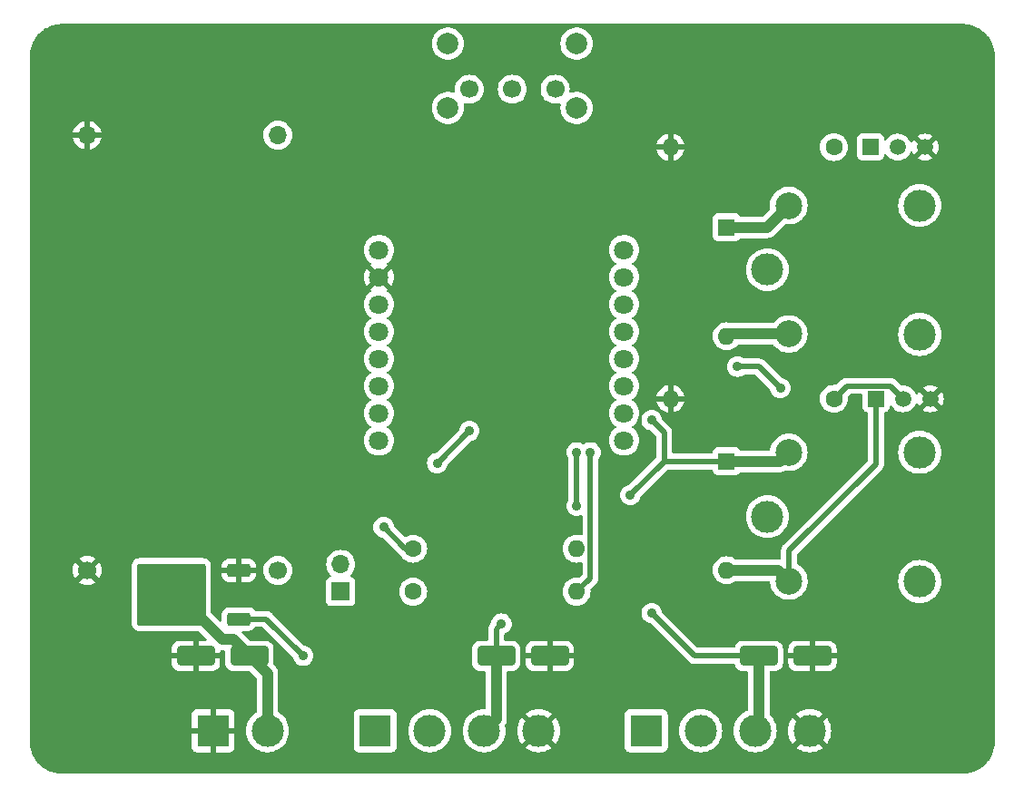
<source format=gbr>
%TF.GenerationSoftware,KiCad,Pcbnew,7.0.11-7.0.11~ubuntu22.04.1*%
%TF.CreationDate,2024-05-31T21:02:20-04:00*%
%TF.ProjectId,GarageDoor,47617261-6765-4446-9f6f-722e6b696361,rev?*%
%TF.SameCoordinates,Original*%
%TF.FileFunction,Copper,L2,Bot*%
%TF.FilePolarity,Positive*%
%FSLAX46Y46*%
G04 Gerber Fmt 4.6, Leading zero omitted, Abs format (unit mm)*
G04 Created by KiCad (PCBNEW 7.0.11-7.0.11~ubuntu22.04.1) date 2024-05-31 21:02:20*
%MOMM*%
%LPD*%
G01*
G04 APERTURE LIST*
G04 Aperture macros list*
%AMRoundRect*
0 Rectangle with rounded corners*
0 $1 Rounding radius*
0 $2 $3 $4 $5 $6 $7 $8 $9 X,Y pos of 4 corners*
0 Add a 4 corners polygon primitive as box body*
4,1,4,$2,$3,$4,$5,$6,$7,$8,$9,$2,$3,0*
0 Add four circle primitives for the rounded corners*
1,1,$1+$1,$2,$3*
1,1,$1+$1,$4,$5*
1,1,$1+$1,$6,$7*
1,1,$1+$1,$8,$9*
0 Add four rect primitives between the rounded corners*
20,1,$1+$1,$2,$3,$4,$5,0*
20,1,$1+$1,$4,$5,$6,$7,0*
20,1,$1+$1,$6,$7,$8,$9,0*
20,1,$1+$1,$8,$9,$2,$3,0*%
G04 Aperture macros list end*
%TA.AperFunction,ComponentPad*%
%ADD10R,1.500000X1.500000*%
%TD*%
%TA.AperFunction,ComponentPad*%
%ADD11C,1.500000*%
%TD*%
%TA.AperFunction,ComponentPad*%
%ADD12R,1.600000X1.600000*%
%TD*%
%TA.AperFunction,ComponentPad*%
%ADD13O,1.600000X1.600000*%
%TD*%
%TA.AperFunction,ComponentPad*%
%ADD14C,1.600000*%
%TD*%
%TA.AperFunction,ComponentPad*%
%ADD15R,3.000000X3.000000*%
%TD*%
%TA.AperFunction,ComponentPad*%
%ADD16C,3.000000*%
%TD*%
%TA.AperFunction,ComponentPad*%
%ADD17C,2.500000*%
%TD*%
%TA.AperFunction,ComponentPad*%
%ADD18O,1.700000X1.700000*%
%TD*%
%TA.AperFunction,ComponentPad*%
%ADD19C,1.700000*%
%TD*%
%TA.AperFunction,ComponentPad*%
%ADD20C,1.800000*%
%TD*%
%TA.AperFunction,ComponentPad*%
%ADD21R,1.700000X1.700000*%
%TD*%
%TA.AperFunction,ComponentPad*%
%ADD22C,2.000000*%
%TD*%
%TA.AperFunction,SMDPad,CuDef*%
%ADD23RoundRect,0.250000X-1.500000X-0.650000X1.500000X-0.650000X1.500000X0.650000X-1.500000X0.650000X0*%
%TD*%
%TA.AperFunction,SMDPad,CuDef*%
%ADD24RoundRect,0.250000X0.850000X0.350000X-0.850000X0.350000X-0.850000X-0.350000X0.850000X-0.350000X0*%
%TD*%
%TA.AperFunction,SMDPad,CuDef*%
%ADD25RoundRect,0.250000X1.275000X1.125000X-1.275000X1.125000X-1.275000X-1.125000X1.275000X-1.125000X0*%
%TD*%
%TA.AperFunction,SMDPad,CuDef*%
%ADD26RoundRect,0.249997X2.950003X2.650003X-2.950003X2.650003X-2.950003X-2.650003X2.950003X-2.650003X0*%
%TD*%
%TA.AperFunction,SMDPad,CuDef*%
%ADD27RoundRect,0.250000X1.500000X0.650000X-1.500000X0.650000X-1.500000X-0.650000X1.500000X-0.650000X0*%
%TD*%
%TA.AperFunction,ViaPad*%
%ADD28C,0.900000*%
%TD*%
%TA.AperFunction,Conductor*%
%ADD29C,0.500000*%
%TD*%
%TA.AperFunction,Conductor*%
%ADD30C,1.000000*%
%TD*%
G04 APERTURE END LIST*
D10*
%TO.P,Q1,1,D*%
%TO.N,Net-(D1-A)*%
X103920000Y-60000000D03*
D11*
%TO.P,Q1,2,G*%
%TO.N,Net-(Q1-G)*%
X106460000Y-60000000D03*
%TO.P,Q1,3,S*%
%TO.N,Earth*%
X109000000Y-60000000D03*
%TD*%
D12*
%TO.P,D1,1,K*%
%TO.N,+12V*%
X90000000Y-65840000D03*
D13*
%TO.P,D1,2,A*%
%TO.N,Net-(D1-A)*%
X90000000Y-76000000D03*
%TD*%
D14*
%TO.P,R2,1*%
%TO.N,+5V*%
X60760000Y-74000000D03*
D13*
%TO.P,R2,2*%
%TO.N,LEFT_SENSOR*%
X76000000Y-74000000D03*
%TD*%
D14*
%TO.P,R3,1*%
%TO.N,Net-(Q1-G)*%
X100000000Y-60000000D03*
D13*
%TO.P,R3,2*%
%TO.N,Earth*%
X84760000Y-60000000D03*
%TD*%
D15*
%TO.P,J1,1,Pin_1*%
%TO.N,Earth*%
X42090000Y-91000000D03*
D16*
%TO.P,J1,2,Pin_2*%
%TO.N,Net-(D3-A1)*%
X47170000Y-91000000D03*
%TD*%
%TO.P,K2,1*%
%TO.N,LBUT_COM*%
X93800000Y-47950000D03*
D17*
%TO.P,K2,2*%
%TO.N,Net-(D2-A)*%
X95800000Y-53950000D03*
D16*
%TO.P,K2,3*%
%TO.N,LBUT_NO*%
X108000000Y-54000000D03*
%TO.P,K2,4*%
%TO.N,unconnected-(K2-Pad4)*%
X108000000Y-41950000D03*
D17*
%TO.P,K2,5*%
%TO.N,+12V*%
X95800000Y-41950000D03*
%TD*%
D15*
%TO.P,J2,1,Pin_1*%
%TO.N,LBUT_NO*%
X57220000Y-91000000D03*
D16*
%TO.P,J2,2,Pin_2*%
%TO.N,LBUT_COM*%
X62300000Y-91000000D03*
%TO.P,J2,3,Pin_3*%
%TO.N,LEFT_SENSOR*%
X67380000Y-91000000D03*
%TO.P,J2,4,Pin_4*%
%TO.N,Earth*%
X72460000Y-91000000D03*
%TD*%
D12*
%TO.P,D2,1,K*%
%TO.N,+12V*%
X90000000Y-44000000D03*
D13*
%TO.P,D2,2,A*%
%TO.N,Net-(D2-A)*%
X90000000Y-54160000D03*
%TD*%
D16*
%TO.P,K1,1*%
%TO.N,RBUT_COM*%
X93800000Y-71000000D03*
D17*
%TO.P,K1,2*%
%TO.N,Net-(D1-A)*%
X95800000Y-77000000D03*
D16*
%TO.P,K1,3*%
%TO.N,RBUT_NO*%
X108000000Y-77050000D03*
%TO.P,K1,4*%
%TO.N,unconnected-(K1-Pad4)*%
X108000000Y-65000000D03*
D17*
%TO.P,K1,5*%
%TO.N,+12V*%
X95800000Y-65000000D03*
%TD*%
D14*
%TO.P,R1,1*%
%TO.N,+5V*%
X60760000Y-78000000D03*
D13*
%TO.P,R1,2*%
%TO.N,RIGHT_SENSOR*%
X76000000Y-78000000D03*
%TD*%
D15*
%TO.P,J3,1,Pin_1*%
%TO.N,RBUT_NO*%
X82500000Y-91000000D03*
D16*
%TO.P,J3,2,Pin_2*%
%TO.N,RBUT_COM*%
X87580000Y-91000000D03*
%TO.P,J3,3,Pin_3*%
%TO.N,RIGHT_SENSOR*%
X92660000Y-91000000D03*
%TO.P,J3,4,Pin_4*%
%TO.N,Earth*%
X97740000Y-91000000D03*
%TD*%
D18*
%TO.P,U1,1,IN+*%
%TO.N,Net-(S1-A)*%
X48140000Y-35380000D03*
%TO.P,U1,2,IN-*%
%TO.N,Earth*%
X30360000Y-35380000D03*
D19*
%TO.P,U1,3,OUT-*%
X30360000Y-76020000D03*
%TO.P,U1,4,OUT+*%
%TO.N,Net-(JP1-A)*%
X48140000Y-76020000D03*
%TD*%
D20*
%TO.P,U2,1,Rst*%
%TO.N,unconnected-(U2-Rst-Pad1)*%
X80430000Y-63890000D03*
%TO.P,U2,2,A0*%
%TO.N,unconnected-(U2-A0-Pad2)*%
X80430000Y-61350000D03*
%TO.P,U2,3,16*%
%TO.N,RIGHT_SENSOR*%
X80430000Y-58810000D03*
%TO.P,U2,4,14/SCK*%
%TO.N,LEFT_SENSOR*%
X80430000Y-56270000D03*
%TO.P,U2,5,12/MISO*%
%TO.N,unconnected-(U2-12{slash}MISO-Pad5)*%
X80430000Y-53730000D03*
%TO.P,U2,6,13/MOSI*%
%TO.N,unconnected-(U2-13{slash}MOSI-Pad6)*%
X80430000Y-51190000D03*
%TO.P,U2,7,15*%
%TO.N,unconnected-(U2-15-Pad7)*%
X80430000Y-48650000D03*
%TO.P,U2,8,3.3V*%
%TO.N,unconnected-(U2-3.3V-Pad8)*%
X80430000Y-46110000D03*
%TO.P,U2,9,5V*%
%TO.N,+5V*%
X57570000Y-46110000D03*
%TO.P,U2,10,GND*%
%TO.N,Earth*%
X57570000Y-48650000D03*
%TO.P,U2,11,2(LED)*%
%TO.N,unconnected-(U2-2(LED)-Pad11)*%
X57570000Y-51190000D03*
%TO.P,U2,12,0*%
%TO.N,unconnected-(U2-0-Pad12)*%
X57570000Y-53730000D03*
%TO.P,U2,13,4/SDA*%
%TO.N,Net-(Q2-G)*%
X57570000Y-56270000D03*
%TO.P,U2,14,5/SCL*%
%TO.N,Net-(Q1-G)*%
X57570000Y-58810000D03*
%TO.P,U2,15,Rx*%
%TO.N,unconnected-(U2-Rx-Pad15)*%
X57570000Y-61350000D03*
%TO.P,U2,16,Tx*%
%TO.N,unconnected-(U2-Tx-Pad16)*%
X57570000Y-63890000D03*
%TD*%
D10*
%TO.P,Q2,1,D*%
%TO.N,Net-(D2-A)*%
X103420000Y-36500000D03*
D11*
%TO.P,Q2,2,G*%
%TO.N,Net-(Q2-G)*%
X105960000Y-36500000D03*
%TO.P,Q2,3,S*%
%TO.N,Earth*%
X108500000Y-36500000D03*
%TD*%
D21*
%TO.P,JP1,1,A*%
%TO.N,Net-(JP1-A)*%
X54000000Y-78000000D03*
D18*
%TO.P,JP1,2,B*%
%TO.N,+5V*%
X54000000Y-75460000D03*
%TD*%
D14*
%TO.P,R4,1*%
%TO.N,Net-(Q2-G)*%
X100000000Y-36500000D03*
D13*
%TO.P,R4,2*%
%TO.N,Earth*%
X84760000Y-36500000D03*
%TD*%
D22*
%TO.P,S1,*%
%TO.N,*%
X76000000Y-32840000D03*
X76000000Y-26840000D03*
X64000000Y-32840000D03*
X64000000Y-26840000D03*
D19*
%TO.P,S1,1,C*%
%TO.N,unconnected-(S1-C-Pad1)*%
X74000000Y-31090000D03*
%TO.P,S1,2,B*%
%TO.N,+12V*%
X70000000Y-31090000D03*
%TO.P,S1,3,A*%
%TO.N,Net-(S1-A)*%
X66000000Y-31090000D03*
%TD*%
D23*
%TO.P,D5,1,A1*%
%TO.N,RIGHT_SENSOR*%
X93000000Y-84000000D03*
%TO.P,D5,2,A2*%
%TO.N,Earth*%
X98000000Y-84000000D03*
%TD*%
%TO.P,D4,1,A1*%
%TO.N,LEFT_SENSOR*%
X68500000Y-84000000D03*
%TO.P,D4,2,A2*%
%TO.N,Earth*%
X73500000Y-84000000D03*
%TD*%
D24*
%TO.P,Q3,1,G*%
%TO.N,Earth*%
X44500000Y-76000000D03*
D25*
%TO.P,Q3,2,D*%
%TO.N,Net-(D3-A1)*%
X39875000Y-79805000D03*
X39875000Y-76755000D03*
D26*
X38200000Y-78280000D03*
D25*
X36525000Y-79805000D03*
X36525000Y-76755000D03*
D24*
%TO.P,Q3,3,S*%
%TO.N,+12V*%
X44500000Y-80560000D03*
%TD*%
D27*
%TO.P,D3,1,A1*%
%TO.N,Net-(D3-A1)*%
X45500000Y-84000000D03*
%TO.P,D3,2,A2*%
%TO.N,Earth*%
X40500000Y-84000000D03*
%TD*%
D28*
%TO.N,+12V*%
X50500000Y-84000000D03*
X63000000Y-66000000D03*
X83000000Y-62000000D03*
X81000000Y-69000000D03*
X66000000Y-63000000D03*
%TO.N,LEFT_SENSOR*%
X69000000Y-81000000D03*
X76000000Y-65000000D03*
X76000000Y-70000000D03*
%TO.N,RIGHT_SENSOR*%
X83000000Y-80000000D03*
X77300000Y-65000000D03*
%TO.N,+5V*%
X58000000Y-72000000D03*
%TO.N,Net-(Q1-G)*%
X91000000Y-57000000D03*
X95000000Y-59000000D03*
%TD*%
D29*
%TO.N,+12V*%
X81000000Y-69000000D02*
X84160000Y-65840000D01*
X84160000Y-63160000D02*
X83000000Y-62000000D01*
D30*
X93750000Y-44000000D02*
X95800000Y-41950000D01*
D29*
X84160000Y-65840000D02*
X90000000Y-65840000D01*
X63000000Y-66000000D02*
X66000000Y-63000000D01*
X44500000Y-80560000D02*
X47060000Y-80560000D01*
D30*
X90000000Y-44000000D02*
X93750000Y-44000000D01*
X90000000Y-65840000D02*
X94960000Y-65840000D01*
X94960000Y-65840000D02*
X95800000Y-65000000D01*
D29*
X47060000Y-80560000D02*
X50500000Y-84000000D01*
X84160000Y-65840000D02*
X84160000Y-63160000D01*
%TO.N,Net-(D1-A)*%
X103920000Y-66080000D02*
X103920000Y-60000000D01*
X95800000Y-74200000D02*
X103920000Y-66080000D01*
D30*
X90000000Y-76000000D02*
X94800000Y-76000000D01*
X94800000Y-76000000D02*
X95800000Y-77000000D01*
D29*
X95800000Y-77000000D02*
X95800000Y-74200000D01*
D30*
%TO.N,Net-(D2-A)*%
X95800000Y-53950000D02*
X90210000Y-53950000D01*
X90210000Y-53950000D02*
X90000000Y-54160000D01*
%TO.N,LEFT_SENSOR*%
X68500000Y-89880000D02*
X67380000Y-91000000D01*
D29*
X68500000Y-81500000D02*
X69000000Y-81000000D01*
X68500000Y-84000000D02*
X68500000Y-81500000D01*
X76000000Y-70000000D02*
X76000000Y-65000000D01*
D30*
X68500000Y-84000000D02*
X68500000Y-89880000D01*
D29*
%TO.N,RIGHT_SENSOR*%
X77300000Y-76700000D02*
X77300000Y-65000000D01*
X87000000Y-84000000D02*
X93000000Y-84000000D01*
D30*
X93000000Y-90660000D02*
X92660000Y-91000000D01*
D29*
X76000000Y-78000000D02*
X77250000Y-76750000D01*
X77250000Y-76750000D02*
X77300000Y-76700000D01*
X83000000Y-80000000D02*
X87000000Y-84000000D01*
D30*
X93000000Y-84000000D02*
X93000000Y-90660000D01*
D29*
%TO.N,+5V*%
X60000000Y-74000000D02*
X58000000Y-72000000D01*
X60760000Y-74000000D02*
X60000000Y-74000000D01*
%TO.N,Net-(Q1-G)*%
X105260000Y-58800000D02*
X101200000Y-58800000D01*
X101200000Y-58800000D02*
X100000000Y-60000000D01*
X91000000Y-57000000D02*
X93000000Y-57000000D01*
X106460000Y-60000000D02*
X105260000Y-58800000D01*
X93000000Y-57000000D02*
X95000000Y-59000000D01*
D30*
%TO.N,Net-(D3-A1)*%
X43000000Y-82500000D02*
X40305000Y-79805000D01*
X47170000Y-91000000D02*
X47170000Y-85670000D01*
X47170000Y-85670000D02*
X45500000Y-84000000D01*
X45500000Y-84000000D02*
X44000000Y-82500000D01*
X44000000Y-82500000D02*
X43000000Y-82500000D01*
X40305000Y-79805000D02*
X39875000Y-79805000D01*
%TD*%
%TA.AperFunction,Conductor*%
%TO.N,Earth*%
G36*
X112003243Y-25000669D02*
G01*
X112133379Y-25007490D01*
X112313908Y-25017628D01*
X112326309Y-25018955D01*
X112474990Y-25042504D01*
X112476245Y-25042709D01*
X112635324Y-25069738D01*
X112646606Y-25072202D01*
X112795635Y-25112134D01*
X112797761Y-25112725D01*
X112949174Y-25156347D01*
X112959260Y-25159729D01*
X113104710Y-25215562D01*
X113107599Y-25216714D01*
X113251768Y-25276430D01*
X113260594Y-25280500D01*
X113400064Y-25351565D01*
X113403748Y-25353521D01*
X113493848Y-25403316D01*
X113539548Y-25428574D01*
X113547061Y-25433081D01*
X113678754Y-25518604D01*
X113682947Y-25521452D01*
X113809147Y-25610996D01*
X113815428Y-25615759D01*
X113937567Y-25714665D01*
X113942158Y-25718571D01*
X114057424Y-25821579D01*
X114062478Y-25826358D01*
X114173640Y-25937520D01*
X114178419Y-25942574D01*
X114281427Y-26057840D01*
X114285333Y-26062431D01*
X114384239Y-26184570D01*
X114389002Y-26190851D01*
X114478546Y-26317051D01*
X114481409Y-26321266D01*
X114566907Y-26452921D01*
X114571430Y-26460460D01*
X114646477Y-26596250D01*
X114648433Y-26599934D01*
X114719498Y-26739404D01*
X114723575Y-26748247D01*
X114783259Y-26892337D01*
X114784462Y-26895353D01*
X114840265Y-27040727D01*
X114843655Y-27050836D01*
X114887258Y-27202185D01*
X114887879Y-27204419D01*
X114927791Y-27353370D01*
X114930264Y-27364694D01*
X114957282Y-27523715D01*
X114957507Y-27525087D01*
X114981040Y-27673666D01*
X114982372Y-27686111D01*
X114992498Y-27866421D01*
X114992523Y-27866884D01*
X114999330Y-27996756D01*
X114999500Y-28003246D01*
X114999500Y-91996753D01*
X114999330Y-92003243D01*
X114992523Y-92133114D01*
X114992498Y-92133577D01*
X114982372Y-92313887D01*
X114981040Y-92326332D01*
X114957507Y-92474911D01*
X114957282Y-92476283D01*
X114930264Y-92635304D01*
X114927791Y-92646628D01*
X114887879Y-92795579D01*
X114887258Y-92797813D01*
X114843655Y-92949162D01*
X114840265Y-92959271D01*
X114784462Y-93104645D01*
X114783259Y-93107661D01*
X114723575Y-93251751D01*
X114719498Y-93260594D01*
X114648433Y-93400064D01*
X114646477Y-93403748D01*
X114571430Y-93539538D01*
X114566897Y-93547094D01*
X114481412Y-93678728D01*
X114478546Y-93682947D01*
X114389002Y-93809147D01*
X114384239Y-93815428D01*
X114285333Y-93937567D01*
X114281427Y-93942158D01*
X114178419Y-94057424D01*
X114173640Y-94062478D01*
X114062478Y-94173640D01*
X114057424Y-94178419D01*
X113942158Y-94281427D01*
X113937567Y-94285333D01*
X113815428Y-94384239D01*
X113809147Y-94389002D01*
X113682947Y-94478546D01*
X113678728Y-94481412D01*
X113547094Y-94566897D01*
X113539538Y-94571430D01*
X113403748Y-94646477D01*
X113400064Y-94648433D01*
X113260594Y-94719498D01*
X113251751Y-94723575D01*
X113107661Y-94783259D01*
X113104645Y-94784462D01*
X112959271Y-94840265D01*
X112949162Y-94843655D01*
X112797813Y-94887258D01*
X112795579Y-94887879D01*
X112646628Y-94927791D01*
X112635304Y-94930264D01*
X112476283Y-94957282D01*
X112474911Y-94957507D01*
X112326332Y-94981040D01*
X112313887Y-94982372D01*
X112133577Y-94992498D01*
X112133114Y-94992523D01*
X112003243Y-94999330D01*
X111996753Y-94999500D01*
X28003247Y-94999500D01*
X27996757Y-94999330D01*
X27866884Y-94992523D01*
X27866421Y-94992498D01*
X27686111Y-94982372D01*
X27673666Y-94981040D01*
X27525087Y-94957507D01*
X27523715Y-94957282D01*
X27364694Y-94930264D01*
X27353370Y-94927791D01*
X27204419Y-94887879D01*
X27202185Y-94887258D01*
X27050836Y-94843655D01*
X27040727Y-94840265D01*
X26895353Y-94784462D01*
X26892337Y-94783259D01*
X26748247Y-94723575D01*
X26739404Y-94719498D01*
X26599934Y-94648433D01*
X26596250Y-94646477D01*
X26460460Y-94571430D01*
X26452921Y-94566907D01*
X26321266Y-94481409D01*
X26317051Y-94478546D01*
X26190851Y-94389002D01*
X26184570Y-94384239D01*
X26062431Y-94285333D01*
X26057840Y-94281427D01*
X25942574Y-94178419D01*
X25937520Y-94173640D01*
X25826358Y-94062478D01*
X25821579Y-94057424D01*
X25718571Y-93942158D01*
X25714665Y-93937567D01*
X25615759Y-93815428D01*
X25610996Y-93809147D01*
X25521452Y-93682947D01*
X25518604Y-93678754D01*
X25433081Y-93547061D01*
X25428568Y-93539538D01*
X25353521Y-93403748D01*
X25351565Y-93400064D01*
X25280500Y-93260594D01*
X25276430Y-93251768D01*
X25216714Y-93107599D01*
X25215562Y-93104710D01*
X25159729Y-92959260D01*
X25156347Y-92949174D01*
X25112725Y-92797761D01*
X25112134Y-92795635D01*
X25072202Y-92646606D01*
X25069738Y-92635324D01*
X25054874Y-92547844D01*
X40090000Y-92547844D01*
X40096401Y-92607372D01*
X40096403Y-92607379D01*
X40146645Y-92742086D01*
X40146649Y-92742093D01*
X40232809Y-92857187D01*
X40232812Y-92857190D01*
X40347906Y-92943350D01*
X40347913Y-92943354D01*
X40482620Y-92993596D01*
X40482627Y-92993598D01*
X40542155Y-92999999D01*
X40542172Y-93000000D01*
X41840000Y-93000000D01*
X41840000Y-91721802D01*
X42001169Y-91760000D01*
X42134267Y-91760000D01*
X42266461Y-91744549D01*
X42340000Y-91717782D01*
X42340000Y-93000000D01*
X43637828Y-93000000D01*
X43637844Y-92999999D01*
X43697372Y-92993598D01*
X43697379Y-92993596D01*
X43832086Y-92943354D01*
X43832093Y-92943350D01*
X43947187Y-92857190D01*
X43947190Y-92857187D01*
X44033350Y-92742093D01*
X44033354Y-92742086D01*
X44083596Y-92607379D01*
X44083598Y-92607372D01*
X44089999Y-92547844D01*
X44090000Y-92547827D01*
X44090000Y-91250000D01*
X42808483Y-91250000D01*
X42843549Y-91132871D01*
X42853879Y-90955509D01*
X42823029Y-90780546D01*
X42809853Y-90750000D01*
X44090000Y-90750000D01*
X44090000Y-89452172D01*
X44089999Y-89452155D01*
X44083598Y-89392627D01*
X44083596Y-89392620D01*
X44033354Y-89257913D01*
X44033350Y-89257906D01*
X43947190Y-89142812D01*
X43947187Y-89142809D01*
X43832093Y-89056649D01*
X43832086Y-89056645D01*
X43697379Y-89006403D01*
X43697372Y-89006401D01*
X43637844Y-89000000D01*
X42340000Y-89000000D01*
X42340000Y-90278197D01*
X42178831Y-90240000D01*
X42045733Y-90240000D01*
X41913539Y-90255451D01*
X41840000Y-90282217D01*
X41840000Y-89000000D01*
X40542155Y-89000000D01*
X40482627Y-89006401D01*
X40482620Y-89006403D01*
X40347913Y-89056645D01*
X40347906Y-89056649D01*
X40232812Y-89142809D01*
X40232809Y-89142812D01*
X40146649Y-89257906D01*
X40146645Y-89257913D01*
X40096403Y-89392620D01*
X40096401Y-89392627D01*
X40090000Y-89452155D01*
X40090000Y-90750000D01*
X41371517Y-90750000D01*
X41336451Y-90867129D01*
X41326121Y-91044491D01*
X41356971Y-91219454D01*
X41370147Y-91250000D01*
X40090000Y-91250000D01*
X40090000Y-92547844D01*
X25054874Y-92547844D01*
X25042709Y-92476245D01*
X25042491Y-92474911D01*
X25018955Y-92326309D01*
X25017628Y-92313908D01*
X25007485Y-92133285D01*
X25007476Y-92133114D01*
X25000670Y-92003243D01*
X25000500Y-91996754D01*
X25000500Y-84250000D01*
X38250001Y-84250000D01*
X38250001Y-84699986D01*
X38260494Y-84802697D01*
X38315641Y-84969119D01*
X38315643Y-84969124D01*
X38407684Y-85118345D01*
X38531654Y-85242315D01*
X38680875Y-85334356D01*
X38680880Y-85334358D01*
X38847302Y-85389505D01*
X38847309Y-85389506D01*
X38950019Y-85399999D01*
X40249999Y-85399999D01*
X40250000Y-85399998D01*
X40250000Y-84250000D01*
X40750000Y-84250000D01*
X40750000Y-85399999D01*
X42049972Y-85399999D01*
X42049986Y-85399998D01*
X42152697Y-85389505D01*
X42319119Y-85334358D01*
X42319124Y-85334356D01*
X42468345Y-85242315D01*
X42592315Y-85118345D01*
X42684356Y-84969124D01*
X42684358Y-84969119D01*
X42739505Y-84802697D01*
X42739506Y-84802690D01*
X42749999Y-84699986D01*
X42750000Y-84699973D01*
X42750000Y-84250000D01*
X40750000Y-84250000D01*
X40250000Y-84250000D01*
X38250001Y-84250000D01*
X25000500Y-84250000D01*
X25000500Y-83750000D01*
X38250000Y-83750000D01*
X40250000Y-83750000D01*
X40250000Y-82600000D01*
X38950028Y-82600000D01*
X38950012Y-82600001D01*
X38847302Y-82610494D01*
X38680880Y-82665641D01*
X38680875Y-82665643D01*
X38531654Y-82757684D01*
X38407684Y-82881654D01*
X38315643Y-83030875D01*
X38315641Y-83030880D01*
X38260494Y-83197302D01*
X38260493Y-83197309D01*
X38250000Y-83300013D01*
X38250000Y-83750000D01*
X25000500Y-83750000D01*
X25000500Y-80980019D01*
X34499500Y-80980019D01*
X34510001Y-81082801D01*
X34565184Y-81249333D01*
X34565189Y-81249344D01*
X34657285Y-81398653D01*
X34657288Y-81398657D01*
X34781342Y-81522711D01*
X34781346Y-81522714D01*
X34930655Y-81614810D01*
X34930658Y-81614811D01*
X34930664Y-81614815D01*
X35097200Y-81669999D01*
X35199988Y-81680500D01*
X35199991Y-81680500D01*
X38549991Y-81680500D01*
X40714217Y-81680500D01*
X40781256Y-81700185D01*
X40801898Y-81716819D01*
X41473398Y-82388319D01*
X41506883Y-82449642D01*
X41501899Y-82519334D01*
X41460027Y-82575267D01*
X41394563Y-82599684D01*
X41385717Y-82600000D01*
X40750000Y-82600000D01*
X40750000Y-83750000D01*
X42749999Y-83750000D01*
X42749999Y-83622106D01*
X42769684Y-83555067D01*
X42822488Y-83509312D01*
X42891646Y-83499368D01*
X42897960Y-83500470D01*
X42898255Y-83500500D01*
X42898259Y-83500500D01*
X42957242Y-83500500D01*
X42966656Y-83500857D01*
X42975010Y-83501494D01*
X43025476Y-83505337D01*
X43025476Y-83505336D01*
X43025477Y-83505337D01*
X43055652Y-83501493D01*
X43071319Y-83500500D01*
X43125500Y-83500500D01*
X43192539Y-83520185D01*
X43238294Y-83572989D01*
X43249500Y-83624500D01*
X43249500Y-84700001D01*
X43249501Y-84700018D01*
X43260000Y-84802796D01*
X43260001Y-84802799D01*
X43315185Y-84969331D01*
X43315187Y-84969336D01*
X43327589Y-84989443D01*
X43407288Y-85118656D01*
X43531344Y-85242712D01*
X43680666Y-85334814D01*
X43847203Y-85389999D01*
X43949991Y-85400500D01*
X45434216Y-85400499D01*
X45501255Y-85420184D01*
X45521897Y-85436818D01*
X46133181Y-86048102D01*
X46166666Y-86109425D01*
X46169500Y-86135783D01*
X46169500Y-89193434D01*
X46149815Y-89260473D01*
X46104929Y-89302265D01*
X46085690Y-89312770D01*
X46085682Y-89312775D01*
X45856612Y-89484254D01*
X45856594Y-89484270D01*
X45654270Y-89686594D01*
X45654254Y-89686612D01*
X45482775Y-89915682D01*
X45482770Y-89915690D01*
X45345635Y-90166833D01*
X45245628Y-90434962D01*
X45184804Y-90714566D01*
X45164390Y-90999998D01*
X45164390Y-91000001D01*
X45184804Y-91285433D01*
X45245628Y-91565037D01*
X45245630Y-91565043D01*
X45245631Y-91565046D01*
X45318345Y-91760000D01*
X45345635Y-91833166D01*
X45482770Y-92084309D01*
X45482775Y-92084317D01*
X45654254Y-92313387D01*
X45654270Y-92313405D01*
X45856594Y-92515729D01*
X45856612Y-92515745D01*
X46085682Y-92687224D01*
X46085690Y-92687229D01*
X46336833Y-92824364D01*
X46336832Y-92824364D01*
X46336836Y-92824365D01*
X46336839Y-92824367D01*
X46604954Y-92924369D01*
X46604960Y-92924370D01*
X46604962Y-92924371D01*
X46884566Y-92985195D01*
X46884568Y-92985195D01*
X46884572Y-92985196D01*
X47138220Y-93003337D01*
X47169999Y-93005610D01*
X47170000Y-93005610D01*
X47170001Y-93005610D01*
X47198595Y-93003564D01*
X47455428Y-92985196D01*
X47645742Y-92943796D01*
X47735037Y-92924371D01*
X47735037Y-92924370D01*
X47735046Y-92924369D01*
X48003161Y-92824367D01*
X48254315Y-92687226D01*
X48440473Y-92547870D01*
X55219500Y-92547870D01*
X55219501Y-92547876D01*
X55225908Y-92607483D01*
X55276202Y-92742328D01*
X55276206Y-92742335D01*
X55362452Y-92857544D01*
X55362455Y-92857547D01*
X55477664Y-92943793D01*
X55477671Y-92943797D01*
X55612517Y-92994091D01*
X55612516Y-92994091D01*
X55619444Y-92994835D01*
X55672127Y-93000500D01*
X58767872Y-93000499D01*
X58827483Y-92994091D01*
X58962331Y-92943796D01*
X59077546Y-92857546D01*
X59163796Y-92742331D01*
X59214091Y-92607483D01*
X59220500Y-92547873D01*
X59220500Y-91000001D01*
X60294390Y-91000001D01*
X60314804Y-91285433D01*
X60375628Y-91565037D01*
X60375630Y-91565043D01*
X60375631Y-91565046D01*
X60448345Y-91760000D01*
X60475635Y-91833166D01*
X60612770Y-92084309D01*
X60612775Y-92084317D01*
X60784254Y-92313387D01*
X60784270Y-92313405D01*
X60986594Y-92515729D01*
X60986612Y-92515745D01*
X61215682Y-92687224D01*
X61215690Y-92687229D01*
X61466833Y-92824364D01*
X61466832Y-92824364D01*
X61466836Y-92824365D01*
X61466839Y-92824367D01*
X61734954Y-92924369D01*
X61734960Y-92924370D01*
X61734962Y-92924371D01*
X62014566Y-92985195D01*
X62014568Y-92985195D01*
X62014572Y-92985196D01*
X62268220Y-93003337D01*
X62299999Y-93005610D01*
X62300000Y-93005610D01*
X62300001Y-93005610D01*
X62328595Y-93003564D01*
X62585428Y-92985196D01*
X62775742Y-92943796D01*
X62865037Y-92924371D01*
X62865037Y-92924370D01*
X62865046Y-92924369D01*
X63133161Y-92824367D01*
X63384315Y-92687226D01*
X63613395Y-92515739D01*
X63815739Y-92313395D01*
X63987226Y-92084315D01*
X64124367Y-91833161D01*
X64224369Y-91565046D01*
X64285196Y-91285428D01*
X64305610Y-91000001D01*
X65374390Y-91000001D01*
X65394804Y-91285433D01*
X65455628Y-91565037D01*
X65455630Y-91565043D01*
X65455631Y-91565046D01*
X65528345Y-91760000D01*
X65555635Y-91833166D01*
X65692770Y-92084309D01*
X65692775Y-92084317D01*
X65864254Y-92313387D01*
X65864270Y-92313405D01*
X66066594Y-92515729D01*
X66066612Y-92515745D01*
X66295682Y-92687224D01*
X66295690Y-92687229D01*
X66546833Y-92824364D01*
X66546832Y-92824364D01*
X66546836Y-92824365D01*
X66546839Y-92824367D01*
X66814954Y-92924369D01*
X66814960Y-92924370D01*
X66814962Y-92924371D01*
X67094566Y-92985195D01*
X67094568Y-92985195D01*
X67094572Y-92985196D01*
X67348220Y-93003337D01*
X67379999Y-93005610D01*
X67380000Y-93005610D01*
X67380001Y-93005610D01*
X67408595Y-93003564D01*
X67665428Y-92985196D01*
X67855742Y-92943796D01*
X67945037Y-92924371D01*
X67945037Y-92924370D01*
X67945046Y-92924369D01*
X68213161Y-92824367D01*
X68464315Y-92687226D01*
X68693395Y-92515739D01*
X68895739Y-92313395D01*
X69067226Y-92084315D01*
X69204367Y-91833161D01*
X69304369Y-91565046D01*
X69365196Y-91285428D01*
X69385610Y-91000001D01*
X70454891Y-91000001D01*
X70475300Y-91285362D01*
X70536109Y-91564895D01*
X70636091Y-91832958D01*
X70773191Y-92084038D01*
X70773196Y-92084046D01*
X70879882Y-92226561D01*
X70879883Y-92226562D01*
X71775195Y-91331250D01*
X71797340Y-91382587D01*
X71903433Y-91525094D01*
X72039530Y-91639294D01*
X72129216Y-91684335D01*
X71233436Y-92580115D01*
X71375960Y-92686807D01*
X71375961Y-92686808D01*
X71627042Y-92823908D01*
X71627041Y-92823908D01*
X71895104Y-92923890D01*
X72174637Y-92984699D01*
X72459999Y-93005109D01*
X72460001Y-93005109D01*
X72745362Y-92984699D01*
X73024895Y-92923890D01*
X73292958Y-92823908D01*
X73544047Y-92686803D01*
X73686561Y-92580116D01*
X73686562Y-92580115D01*
X73654317Y-92547870D01*
X80499500Y-92547870D01*
X80499501Y-92547876D01*
X80505908Y-92607483D01*
X80556202Y-92742328D01*
X80556206Y-92742335D01*
X80642452Y-92857544D01*
X80642455Y-92857547D01*
X80757664Y-92943793D01*
X80757671Y-92943797D01*
X80892517Y-92994091D01*
X80892516Y-92994091D01*
X80899444Y-92994835D01*
X80952127Y-93000500D01*
X84047872Y-93000499D01*
X84107483Y-92994091D01*
X84242331Y-92943796D01*
X84357546Y-92857546D01*
X84443796Y-92742331D01*
X84494091Y-92607483D01*
X84500500Y-92547873D01*
X84500500Y-91000001D01*
X85574390Y-91000001D01*
X85594804Y-91285433D01*
X85655628Y-91565037D01*
X85655630Y-91565043D01*
X85655631Y-91565046D01*
X85728345Y-91760000D01*
X85755635Y-91833166D01*
X85892770Y-92084309D01*
X85892775Y-92084317D01*
X86064254Y-92313387D01*
X86064270Y-92313405D01*
X86266594Y-92515729D01*
X86266612Y-92515745D01*
X86495682Y-92687224D01*
X86495690Y-92687229D01*
X86746833Y-92824364D01*
X86746832Y-92824364D01*
X86746836Y-92824365D01*
X86746839Y-92824367D01*
X87014954Y-92924369D01*
X87014960Y-92924370D01*
X87014962Y-92924371D01*
X87294566Y-92985195D01*
X87294568Y-92985195D01*
X87294572Y-92985196D01*
X87548220Y-93003337D01*
X87579999Y-93005610D01*
X87580000Y-93005610D01*
X87580001Y-93005610D01*
X87608595Y-93003564D01*
X87865428Y-92985196D01*
X88055742Y-92943796D01*
X88145037Y-92924371D01*
X88145037Y-92924370D01*
X88145046Y-92924369D01*
X88413161Y-92824367D01*
X88664315Y-92687226D01*
X88893395Y-92515739D01*
X89095739Y-92313395D01*
X89267226Y-92084315D01*
X89404367Y-91833161D01*
X89504369Y-91565046D01*
X89565196Y-91285428D01*
X89585610Y-91000000D01*
X89565196Y-90714572D01*
X89561358Y-90696930D01*
X89504371Y-90434962D01*
X89504370Y-90434960D01*
X89504369Y-90434954D01*
X89404367Y-90166839D01*
X89380581Y-90123279D01*
X89267229Y-89915690D01*
X89267224Y-89915682D01*
X89095745Y-89686612D01*
X89095729Y-89686594D01*
X88893405Y-89484270D01*
X88893387Y-89484254D01*
X88664317Y-89312775D01*
X88664309Y-89312770D01*
X88413166Y-89175635D01*
X88413167Y-89175635D01*
X88189407Y-89092177D01*
X88145046Y-89075631D01*
X88145043Y-89075630D01*
X88145037Y-89075628D01*
X87865433Y-89014804D01*
X87580001Y-88994390D01*
X87579999Y-88994390D01*
X87294566Y-89014804D01*
X87014962Y-89075628D01*
X86746833Y-89175635D01*
X86495690Y-89312770D01*
X86495682Y-89312775D01*
X86266612Y-89484254D01*
X86266594Y-89484270D01*
X86064270Y-89686594D01*
X86064254Y-89686612D01*
X85892775Y-89915682D01*
X85892770Y-89915690D01*
X85755635Y-90166833D01*
X85655628Y-90434962D01*
X85594804Y-90714566D01*
X85574390Y-90999998D01*
X85574390Y-91000001D01*
X84500500Y-91000001D01*
X84500499Y-89452128D01*
X84494091Y-89392517D01*
X84464506Y-89313196D01*
X84443797Y-89257671D01*
X84443793Y-89257664D01*
X84357547Y-89142455D01*
X84357544Y-89142452D01*
X84242335Y-89056206D01*
X84242328Y-89056202D01*
X84107482Y-89005908D01*
X84107483Y-89005908D01*
X84047883Y-88999501D01*
X84047881Y-88999500D01*
X84047873Y-88999500D01*
X84047864Y-88999500D01*
X80952129Y-88999500D01*
X80952123Y-88999501D01*
X80892516Y-89005908D01*
X80757671Y-89056202D01*
X80757664Y-89056206D01*
X80642455Y-89142452D01*
X80642452Y-89142455D01*
X80556206Y-89257664D01*
X80556202Y-89257671D01*
X80505908Y-89392517D01*
X80499501Y-89452116D01*
X80499501Y-89452123D01*
X80499500Y-89452135D01*
X80499500Y-92547870D01*
X73654317Y-92547870D01*
X72793748Y-91687300D01*
X72803409Y-91683784D01*
X72951844Y-91586157D01*
X73073764Y-91456930D01*
X73145768Y-91332215D01*
X74040115Y-92226562D01*
X74040116Y-92226561D01*
X74146803Y-92084047D01*
X74283908Y-91832958D01*
X74383890Y-91564895D01*
X74444699Y-91285362D01*
X74465109Y-91000001D01*
X74465109Y-90999998D01*
X74444699Y-90714637D01*
X74383890Y-90435104D01*
X74283908Y-90167041D01*
X74146808Y-89915961D01*
X74146807Y-89915960D01*
X74040115Y-89773436D01*
X73144803Y-90668747D01*
X73122660Y-90617413D01*
X73016567Y-90474906D01*
X72880470Y-90360706D01*
X72790782Y-90315663D01*
X73686562Y-89419883D01*
X73686561Y-89419882D01*
X73544046Y-89313196D01*
X73544038Y-89313191D01*
X73292957Y-89176091D01*
X73292958Y-89176091D01*
X73024895Y-89076109D01*
X72745362Y-89015300D01*
X72460001Y-88994891D01*
X72459999Y-88994891D01*
X72174637Y-89015300D01*
X71895104Y-89076109D01*
X71627041Y-89176091D01*
X71375961Y-89313191D01*
X71375953Y-89313196D01*
X71233437Y-89419882D01*
X71233436Y-89419883D01*
X72126252Y-90312699D01*
X72116591Y-90316216D01*
X71968156Y-90413843D01*
X71846236Y-90543070D01*
X71774231Y-90667784D01*
X70879883Y-89773436D01*
X70879882Y-89773437D01*
X70773196Y-89915953D01*
X70773191Y-89915961D01*
X70636091Y-90167041D01*
X70536109Y-90435104D01*
X70475300Y-90714637D01*
X70454891Y-90999998D01*
X70454891Y-91000001D01*
X69385610Y-91000001D01*
X69385610Y-91000000D01*
X69365196Y-90714572D01*
X69323979Y-90525102D01*
X69328963Y-90455411D01*
X69337198Y-90439198D01*
X69336786Y-90438983D01*
X69353782Y-90406444D01*
X69361919Y-90393013D01*
X69379292Y-90368053D01*
X69379295Y-90368049D01*
X69402563Y-90313825D01*
X69406582Y-90305361D01*
X69433909Y-90253049D01*
X69442275Y-90223808D01*
X69447544Y-90209009D01*
X69459538Y-90181062D01*
X69459540Y-90181058D01*
X69471421Y-90123238D01*
X69473650Y-90114155D01*
X69489886Y-90057418D01*
X69492196Y-90027080D01*
X69494376Y-90011540D01*
X69500500Y-89981743D01*
X69500500Y-89922754D01*
X69500858Y-89913339D01*
X69505337Y-89854524D01*
X69501493Y-89824339D01*
X69500500Y-89808675D01*
X69500500Y-85524499D01*
X69520185Y-85457460D01*
X69572989Y-85411705D01*
X69624500Y-85400499D01*
X70050002Y-85400499D01*
X70050008Y-85400499D01*
X70152797Y-85389999D01*
X70319334Y-85334814D01*
X70468656Y-85242712D01*
X70592712Y-85118656D01*
X70684814Y-84969334D01*
X70739999Y-84802797D01*
X70750500Y-84700009D01*
X70750500Y-84250000D01*
X71250001Y-84250000D01*
X71250001Y-84699986D01*
X71260494Y-84802697D01*
X71315641Y-84969119D01*
X71315643Y-84969124D01*
X71407684Y-85118345D01*
X71531654Y-85242315D01*
X71680875Y-85334356D01*
X71680880Y-85334358D01*
X71847302Y-85389505D01*
X71847309Y-85389506D01*
X71950019Y-85399999D01*
X73249999Y-85399999D01*
X73250000Y-85399998D01*
X73250000Y-84250000D01*
X73750000Y-84250000D01*
X73750000Y-85399999D01*
X75049972Y-85399999D01*
X75049986Y-85399998D01*
X75152697Y-85389505D01*
X75319119Y-85334358D01*
X75319124Y-85334356D01*
X75468345Y-85242315D01*
X75592315Y-85118345D01*
X75684356Y-84969124D01*
X75684358Y-84969119D01*
X75739505Y-84802697D01*
X75739506Y-84802690D01*
X75749999Y-84699986D01*
X75750000Y-84699973D01*
X75750000Y-84250000D01*
X73750000Y-84250000D01*
X73250000Y-84250000D01*
X71250001Y-84250000D01*
X70750500Y-84250000D01*
X70750499Y-83750000D01*
X71250000Y-83750000D01*
X73250000Y-83750000D01*
X73250000Y-82600000D01*
X73750000Y-82600000D01*
X73750000Y-83750000D01*
X75749999Y-83750000D01*
X75749999Y-83300028D01*
X75749998Y-83300013D01*
X75739505Y-83197302D01*
X75684358Y-83030880D01*
X75684356Y-83030875D01*
X75592315Y-82881654D01*
X75468345Y-82757684D01*
X75319124Y-82665643D01*
X75319119Y-82665641D01*
X75152697Y-82610494D01*
X75152690Y-82610493D01*
X75049986Y-82600000D01*
X73750000Y-82600000D01*
X73250000Y-82600000D01*
X71950028Y-82600000D01*
X71950012Y-82600001D01*
X71847302Y-82610494D01*
X71680880Y-82665641D01*
X71680875Y-82665643D01*
X71531654Y-82757684D01*
X71407684Y-82881654D01*
X71315643Y-83030875D01*
X71315641Y-83030880D01*
X71260494Y-83197302D01*
X71260493Y-83197309D01*
X71250000Y-83300013D01*
X71250000Y-83750000D01*
X70750499Y-83750000D01*
X70750499Y-83299992D01*
X70739999Y-83197203D01*
X70684814Y-83030666D01*
X70592712Y-82881344D01*
X70468656Y-82757288D01*
X70319334Y-82665186D01*
X70152797Y-82610001D01*
X70152795Y-82610000D01*
X70050016Y-82599500D01*
X70050009Y-82599500D01*
X69374500Y-82599500D01*
X69307461Y-82579815D01*
X69261706Y-82527011D01*
X69250500Y-82475500D01*
X69250500Y-82009245D01*
X69270185Y-81942206D01*
X69322989Y-81896451D01*
X69338500Y-81890586D01*
X69365501Y-81882396D01*
X69530625Y-81794136D01*
X69675357Y-81675357D01*
X69794136Y-81530625D01*
X69882396Y-81365501D01*
X69936747Y-81186331D01*
X69955099Y-81000000D01*
X69936747Y-80813669D01*
X69936746Y-80813667D01*
X69936746Y-80813666D01*
X69918118Y-80752257D01*
X69882396Y-80634499D01*
X69794136Y-80469375D01*
X69794135Y-80469373D01*
X69675357Y-80324642D01*
X69530626Y-80205864D01*
X69530623Y-80205862D01*
X69365502Y-80117604D01*
X69186333Y-80063253D01*
X69186331Y-80063252D01*
X69000000Y-80044901D01*
X68813668Y-80063252D01*
X68813666Y-80063253D01*
X68634497Y-80117604D01*
X68469376Y-80205862D01*
X68469373Y-80205864D01*
X68324642Y-80324642D01*
X68205864Y-80469373D01*
X68205862Y-80469376D01*
X68117604Y-80634497D01*
X68063253Y-80813666D01*
X68063253Y-80813667D01*
X68060859Y-80837969D01*
X68034696Y-80902756D01*
X68025137Y-80913493D01*
X68014358Y-80924272D01*
X68000729Y-80936051D01*
X67981469Y-80950390D01*
X67949632Y-80988331D01*
X67942346Y-80996284D01*
X67938407Y-81000224D01*
X67919176Y-81024545D01*
X67916902Y-81027337D01*
X67868694Y-81084790D01*
X67864729Y-81090819D01*
X67864682Y-81090788D01*
X67860630Y-81097147D01*
X67860679Y-81097177D01*
X67856889Y-81103321D01*
X67825192Y-81171294D01*
X67823623Y-81174536D01*
X67789957Y-81241572D01*
X67787488Y-81248357D01*
X67787432Y-81248336D01*
X67784960Y-81255450D01*
X67785015Y-81255469D01*
X67782743Y-81262325D01*
X67767573Y-81335788D01*
X67766793Y-81339304D01*
X67749499Y-81412279D01*
X67748661Y-81419454D01*
X67748601Y-81419447D01*
X67747835Y-81426945D01*
X67747895Y-81426951D01*
X67747265Y-81434140D01*
X67749448Y-81509128D01*
X67749500Y-81512735D01*
X67749500Y-82475500D01*
X67729815Y-82542539D01*
X67677011Y-82588294D01*
X67625500Y-82599500D01*
X66949998Y-82599500D01*
X66949980Y-82599501D01*
X66847203Y-82610000D01*
X66847200Y-82610001D01*
X66680668Y-82665185D01*
X66680663Y-82665187D01*
X66531342Y-82757289D01*
X66407289Y-82881342D01*
X66315187Y-83030663D01*
X66315185Y-83030668D01*
X66315115Y-83030880D01*
X66260001Y-83197203D01*
X66260001Y-83197204D01*
X66260000Y-83197204D01*
X66249500Y-83299983D01*
X66249500Y-84700001D01*
X66249501Y-84700018D01*
X66260000Y-84802796D01*
X66260001Y-84802799D01*
X66315185Y-84969331D01*
X66315187Y-84969336D01*
X66327589Y-84989443D01*
X66407288Y-85118656D01*
X66531344Y-85242712D01*
X66680666Y-85334814D01*
X66847203Y-85389999D01*
X66949991Y-85400500D01*
X67375500Y-85400499D01*
X67442539Y-85420183D01*
X67488294Y-85472987D01*
X67499500Y-85524499D01*
X67499500Y-88870395D01*
X67479815Y-88937434D01*
X67427011Y-88983189D01*
X67384346Y-88994079D01*
X67094566Y-89014804D01*
X66814962Y-89075628D01*
X66546833Y-89175635D01*
X66295690Y-89312770D01*
X66295682Y-89312775D01*
X66066612Y-89484254D01*
X66066594Y-89484270D01*
X65864270Y-89686594D01*
X65864254Y-89686612D01*
X65692775Y-89915682D01*
X65692770Y-89915690D01*
X65555635Y-90166833D01*
X65455628Y-90434962D01*
X65394804Y-90714566D01*
X65374390Y-90999998D01*
X65374390Y-91000001D01*
X64305610Y-91000001D01*
X64305610Y-91000000D01*
X64285196Y-90714572D01*
X64281358Y-90696930D01*
X64224371Y-90434962D01*
X64224370Y-90434960D01*
X64224369Y-90434954D01*
X64124367Y-90166839D01*
X64100581Y-90123279D01*
X63987229Y-89915690D01*
X63987224Y-89915682D01*
X63815745Y-89686612D01*
X63815729Y-89686594D01*
X63613405Y-89484270D01*
X63613387Y-89484254D01*
X63384317Y-89312775D01*
X63384309Y-89312770D01*
X63133166Y-89175635D01*
X63133167Y-89175635D01*
X62909407Y-89092177D01*
X62865046Y-89075631D01*
X62865043Y-89075630D01*
X62865037Y-89075628D01*
X62585433Y-89014804D01*
X62300001Y-88994390D01*
X62299999Y-88994390D01*
X62014566Y-89014804D01*
X61734962Y-89075628D01*
X61466833Y-89175635D01*
X61215690Y-89312770D01*
X61215682Y-89312775D01*
X60986612Y-89484254D01*
X60986594Y-89484270D01*
X60784270Y-89686594D01*
X60784254Y-89686612D01*
X60612775Y-89915682D01*
X60612770Y-89915690D01*
X60475635Y-90166833D01*
X60375628Y-90434962D01*
X60314804Y-90714566D01*
X60294390Y-90999998D01*
X60294390Y-91000001D01*
X59220500Y-91000001D01*
X59220499Y-89452128D01*
X59214091Y-89392517D01*
X59184506Y-89313196D01*
X59163797Y-89257671D01*
X59163793Y-89257664D01*
X59077547Y-89142455D01*
X59077544Y-89142452D01*
X58962335Y-89056206D01*
X58962328Y-89056202D01*
X58827482Y-89005908D01*
X58827483Y-89005908D01*
X58767883Y-88999501D01*
X58767881Y-88999500D01*
X58767873Y-88999500D01*
X58767864Y-88999500D01*
X55672129Y-88999500D01*
X55672123Y-88999501D01*
X55612516Y-89005908D01*
X55477671Y-89056202D01*
X55477664Y-89056206D01*
X55362455Y-89142452D01*
X55362452Y-89142455D01*
X55276206Y-89257664D01*
X55276202Y-89257671D01*
X55225908Y-89392517D01*
X55219501Y-89452116D01*
X55219501Y-89452123D01*
X55219500Y-89452135D01*
X55219500Y-92547870D01*
X48440473Y-92547870D01*
X48483395Y-92515739D01*
X48685739Y-92313395D01*
X48857226Y-92084315D01*
X48994367Y-91833161D01*
X49094369Y-91565046D01*
X49155196Y-91285428D01*
X49175610Y-91000000D01*
X49155196Y-90714572D01*
X49151358Y-90696930D01*
X49094371Y-90434962D01*
X49094370Y-90434960D01*
X49094369Y-90434954D01*
X48994367Y-90166839D01*
X48970581Y-90123279D01*
X48857229Y-89915690D01*
X48857224Y-89915682D01*
X48685745Y-89686612D01*
X48685729Y-89686594D01*
X48483405Y-89484270D01*
X48483387Y-89484254D01*
X48254317Y-89312775D01*
X48254309Y-89312770D01*
X48235071Y-89302265D01*
X48185667Y-89252859D01*
X48170500Y-89193434D01*
X48170500Y-85684277D01*
X48170540Y-85681135D01*
X48172757Y-85593641D01*
X48172756Y-85593640D01*
X48172757Y-85593637D01*
X48162350Y-85535574D01*
X48161041Y-85526242D01*
X48160853Y-85524396D01*
X48155074Y-85467562D01*
X48145962Y-85438524D01*
X48142225Y-85423295D01*
X48136858Y-85393348D01*
X48114972Y-85338556D01*
X48111824Y-85329714D01*
X48094159Y-85273412D01*
X48079398Y-85246817D01*
X48072663Y-85232635D01*
X48061379Y-85204384D01*
X48061377Y-85204380D01*
X48028915Y-85155127D01*
X48024040Y-85147082D01*
X47995409Y-85095498D01*
X47975590Y-85072412D01*
X47966145Y-85059884D01*
X47949404Y-85034484D01*
X47907699Y-84992779D01*
X47901306Y-84985882D01*
X47862866Y-84941105D01*
X47838800Y-84922476D01*
X47827022Y-84912102D01*
X47779599Y-84864679D01*
X47746114Y-84803356D01*
X47743922Y-84764395D01*
X47750500Y-84700009D01*
X47750499Y-83299992D01*
X47739999Y-83197203D01*
X47684814Y-83030666D01*
X47592712Y-82881344D01*
X47468656Y-82757288D01*
X47319334Y-82665186D01*
X47152797Y-82610001D01*
X47152795Y-82610000D01*
X47050016Y-82599500D01*
X47050009Y-82599500D01*
X45565783Y-82599500D01*
X45498744Y-82579815D01*
X45478102Y-82563181D01*
X44787100Y-81872180D01*
X44753615Y-81810857D01*
X44758599Y-81741166D01*
X44800470Y-81685232D01*
X44865935Y-81660815D01*
X44874781Y-81660499D01*
X45400002Y-81660499D01*
X45400008Y-81660499D01*
X45502797Y-81649999D01*
X45669334Y-81594814D01*
X45818656Y-81502712D01*
X45942712Y-81378656D01*
X45948420Y-81369402D01*
X46000368Y-81322678D01*
X46053958Y-81310500D01*
X46697770Y-81310500D01*
X46764809Y-81330185D01*
X46785451Y-81346819D01*
X49525137Y-84086505D01*
X49558622Y-84147828D01*
X49560859Y-84162030D01*
X49563252Y-84186328D01*
X49563254Y-84186336D01*
X49617604Y-84365502D01*
X49705862Y-84530623D01*
X49705864Y-84530626D01*
X49824642Y-84675357D01*
X49969373Y-84794135D01*
X49969376Y-84794137D01*
X50134497Y-84882395D01*
X50134499Y-84882396D01*
X50313666Y-84936746D01*
X50313668Y-84936747D01*
X50330374Y-84938392D01*
X50500000Y-84955099D01*
X50686331Y-84936747D01*
X50865501Y-84882396D01*
X51030625Y-84794136D01*
X51175357Y-84675357D01*
X51294136Y-84530625D01*
X51382396Y-84365501D01*
X51436747Y-84186331D01*
X51455099Y-84000000D01*
X51436747Y-83813669D01*
X51382396Y-83634499D01*
X51382395Y-83634497D01*
X51294137Y-83469376D01*
X51294135Y-83469373D01*
X51175357Y-83324642D01*
X51030626Y-83205864D01*
X51030623Y-83205862D01*
X50865502Y-83117604D01*
X50686336Y-83063254D01*
X50686328Y-83063252D01*
X50662030Y-83060859D01*
X50597243Y-83034697D01*
X50586505Y-83025137D01*
X47635729Y-80074361D01*
X47623949Y-80060730D01*
X47609610Y-80041470D01*
X47571651Y-80009619D01*
X47563686Y-80002318D01*
X47561369Y-80000000D01*
X82044901Y-80000000D01*
X82063252Y-80186331D01*
X82063253Y-80186333D01*
X82117604Y-80365502D01*
X82205862Y-80530623D01*
X82205864Y-80530626D01*
X82324642Y-80675357D01*
X82469373Y-80794135D01*
X82469376Y-80794137D01*
X82634497Y-80882395D01*
X82634499Y-80882396D01*
X82770862Y-80923761D01*
X82811374Y-80936051D01*
X82813669Y-80936747D01*
X82837964Y-80939139D01*
X82902751Y-80965297D01*
X82913494Y-80974861D01*
X86424267Y-84485634D01*
X86436048Y-84499266D01*
X86450390Y-84518530D01*
X86488343Y-84550376D01*
X86496319Y-84557686D01*
X86500219Y-84561587D01*
X86524544Y-84580821D01*
X86527340Y-84583099D01*
X86555062Y-84606360D01*
X86584786Y-84631302D01*
X86584794Y-84631306D01*
X86590824Y-84635273D01*
X86590790Y-84635323D01*
X86597137Y-84639366D01*
X86597169Y-84639316D01*
X86603321Y-84643110D01*
X86671294Y-84674806D01*
X86674510Y-84676362D01*
X86741567Y-84710040D01*
X86741576Y-84710042D01*
X86748355Y-84712510D01*
X86748334Y-84712567D01*
X86755451Y-84715040D01*
X86755470Y-84714984D01*
X86762324Y-84717255D01*
X86762325Y-84717255D01*
X86762327Y-84717256D01*
X86835848Y-84732436D01*
X86839209Y-84733181D01*
X86912279Y-84750500D01*
X86912285Y-84750500D01*
X86919452Y-84751338D01*
X86919445Y-84751397D01*
X86926946Y-84752163D01*
X86926952Y-84752104D01*
X86934141Y-84752733D01*
X86934143Y-84752732D01*
X86934144Y-84752733D01*
X87009111Y-84750552D01*
X87012717Y-84750500D01*
X90653130Y-84750500D01*
X90720169Y-84770185D01*
X90765924Y-84822989D01*
X90770836Y-84835495D01*
X90815116Y-84969124D01*
X90815186Y-84969333D01*
X90815187Y-84969336D01*
X90827589Y-84989443D01*
X90907288Y-85118656D01*
X91031344Y-85242712D01*
X91180666Y-85334814D01*
X91347203Y-85389999D01*
X91449991Y-85400500D01*
X91875500Y-85400499D01*
X91942539Y-85420183D01*
X91988294Y-85472987D01*
X91999500Y-85524499D01*
X91999500Y-89025138D01*
X91979815Y-89092177D01*
X91927011Y-89137932D01*
X91918835Y-89141319D01*
X91826840Y-89175632D01*
X91826833Y-89175635D01*
X91575690Y-89312770D01*
X91575682Y-89312775D01*
X91346612Y-89484254D01*
X91346594Y-89484270D01*
X91144270Y-89686594D01*
X91144254Y-89686612D01*
X90972775Y-89915682D01*
X90972770Y-89915690D01*
X90835635Y-90166833D01*
X90735628Y-90434962D01*
X90674804Y-90714566D01*
X90654390Y-90999998D01*
X90654390Y-91000001D01*
X90674804Y-91285433D01*
X90735628Y-91565037D01*
X90735630Y-91565043D01*
X90735631Y-91565046D01*
X90808345Y-91760000D01*
X90835635Y-91833166D01*
X90972770Y-92084309D01*
X90972775Y-92084317D01*
X91144254Y-92313387D01*
X91144270Y-92313405D01*
X91346594Y-92515729D01*
X91346612Y-92515745D01*
X91575682Y-92687224D01*
X91575690Y-92687229D01*
X91826833Y-92824364D01*
X91826832Y-92824364D01*
X91826836Y-92824365D01*
X91826839Y-92824367D01*
X92094954Y-92924369D01*
X92094960Y-92924370D01*
X92094962Y-92924371D01*
X92374566Y-92985195D01*
X92374568Y-92985195D01*
X92374572Y-92985196D01*
X92628220Y-93003337D01*
X92659999Y-93005610D01*
X92660000Y-93005610D01*
X92660001Y-93005610D01*
X92688595Y-93003564D01*
X92945428Y-92985196D01*
X93135742Y-92943796D01*
X93225037Y-92924371D01*
X93225037Y-92924370D01*
X93225046Y-92924369D01*
X93493161Y-92824367D01*
X93744315Y-92687226D01*
X93973395Y-92515739D01*
X94175739Y-92313395D01*
X94347226Y-92084315D01*
X94484367Y-91833161D01*
X94584369Y-91565046D01*
X94645196Y-91285428D01*
X94665610Y-91000001D01*
X95734891Y-91000001D01*
X95755300Y-91285362D01*
X95816109Y-91564895D01*
X95916091Y-91832958D01*
X96053191Y-92084038D01*
X96053196Y-92084046D01*
X96159882Y-92226561D01*
X96159883Y-92226562D01*
X97055195Y-91331250D01*
X97077340Y-91382587D01*
X97183433Y-91525094D01*
X97319530Y-91639294D01*
X97409216Y-91684335D01*
X96513436Y-92580115D01*
X96655960Y-92686807D01*
X96655961Y-92686808D01*
X96907042Y-92823908D01*
X96907041Y-92823908D01*
X97175104Y-92923890D01*
X97454637Y-92984699D01*
X97739999Y-93005109D01*
X97740001Y-93005109D01*
X98025362Y-92984699D01*
X98304895Y-92923890D01*
X98572958Y-92823908D01*
X98824047Y-92686803D01*
X98966561Y-92580116D01*
X98966562Y-92580115D01*
X98073748Y-91687300D01*
X98083409Y-91683784D01*
X98231844Y-91586157D01*
X98353764Y-91456930D01*
X98425768Y-91332215D01*
X99320115Y-92226562D01*
X99320116Y-92226561D01*
X99426803Y-92084047D01*
X99563908Y-91832958D01*
X99663890Y-91564895D01*
X99724699Y-91285362D01*
X99745109Y-91000001D01*
X99745109Y-90999998D01*
X99724699Y-90714637D01*
X99663890Y-90435104D01*
X99563908Y-90167041D01*
X99426808Y-89915961D01*
X99426807Y-89915960D01*
X99320115Y-89773436D01*
X98424803Y-90668747D01*
X98402660Y-90617413D01*
X98296567Y-90474906D01*
X98160470Y-90360706D01*
X98070782Y-90315663D01*
X98966562Y-89419883D01*
X98966561Y-89419882D01*
X98824046Y-89313196D01*
X98824038Y-89313191D01*
X98572957Y-89176091D01*
X98572958Y-89176091D01*
X98304895Y-89076109D01*
X98025362Y-89015300D01*
X97740001Y-88994891D01*
X97739999Y-88994891D01*
X97454637Y-89015300D01*
X97175104Y-89076109D01*
X96907041Y-89176091D01*
X96655961Y-89313191D01*
X96655953Y-89313196D01*
X96513437Y-89419882D01*
X96513436Y-89419883D01*
X97406252Y-90312699D01*
X97396591Y-90316216D01*
X97248156Y-90413843D01*
X97126236Y-90543070D01*
X97054231Y-90667784D01*
X96159883Y-89773436D01*
X96159882Y-89773437D01*
X96053196Y-89915953D01*
X96053191Y-89915961D01*
X95916091Y-90167041D01*
X95816109Y-90435104D01*
X95755300Y-90714637D01*
X95734891Y-90999998D01*
X95734891Y-91000001D01*
X94665610Y-91000001D01*
X94665610Y-91000000D01*
X94645196Y-90714572D01*
X94641358Y-90696930D01*
X94584371Y-90434962D01*
X94584370Y-90434960D01*
X94584369Y-90434954D01*
X94484367Y-90166839D01*
X94460581Y-90123279D01*
X94347229Y-89915690D01*
X94347224Y-89915682D01*
X94175745Y-89686612D01*
X94175729Y-89686594D01*
X94036819Y-89547684D01*
X94003334Y-89486361D01*
X94000500Y-89460003D01*
X94000500Y-85524499D01*
X94020185Y-85457460D01*
X94072989Y-85411705D01*
X94124500Y-85400499D01*
X94550002Y-85400499D01*
X94550008Y-85400499D01*
X94652797Y-85389999D01*
X94819334Y-85334814D01*
X94968656Y-85242712D01*
X95092712Y-85118656D01*
X95184814Y-84969334D01*
X95239999Y-84802797D01*
X95250500Y-84700009D01*
X95250500Y-84250000D01*
X95750001Y-84250000D01*
X95750001Y-84699986D01*
X95760494Y-84802697D01*
X95815641Y-84969119D01*
X95815643Y-84969124D01*
X95907684Y-85118345D01*
X96031654Y-85242315D01*
X96180875Y-85334356D01*
X96180880Y-85334358D01*
X96347302Y-85389505D01*
X96347309Y-85389506D01*
X96450019Y-85399999D01*
X97749999Y-85399999D01*
X97750000Y-85399998D01*
X97750000Y-84250000D01*
X98250000Y-84250000D01*
X98250000Y-85399999D01*
X99549972Y-85399999D01*
X99549986Y-85399998D01*
X99652697Y-85389505D01*
X99819119Y-85334358D01*
X99819124Y-85334356D01*
X99968345Y-85242315D01*
X100092315Y-85118345D01*
X100184356Y-84969124D01*
X100184358Y-84969119D01*
X100239505Y-84802697D01*
X100239506Y-84802690D01*
X100249999Y-84699986D01*
X100250000Y-84699973D01*
X100250000Y-84250000D01*
X98250000Y-84250000D01*
X97750000Y-84250000D01*
X95750001Y-84250000D01*
X95250500Y-84250000D01*
X95250499Y-83750000D01*
X95750000Y-83750000D01*
X97750000Y-83750000D01*
X97750000Y-82600000D01*
X98250000Y-82600000D01*
X98250000Y-83750000D01*
X100249999Y-83750000D01*
X100249999Y-83300028D01*
X100249998Y-83300013D01*
X100239505Y-83197302D01*
X100184358Y-83030880D01*
X100184356Y-83030875D01*
X100092315Y-82881654D01*
X99968345Y-82757684D01*
X99819124Y-82665643D01*
X99819119Y-82665641D01*
X99652697Y-82610494D01*
X99652690Y-82610493D01*
X99549986Y-82600000D01*
X98250000Y-82600000D01*
X97750000Y-82600000D01*
X96450028Y-82600000D01*
X96450012Y-82600001D01*
X96347302Y-82610494D01*
X96180880Y-82665641D01*
X96180875Y-82665643D01*
X96031654Y-82757684D01*
X95907684Y-82881654D01*
X95815643Y-83030875D01*
X95815641Y-83030880D01*
X95760494Y-83197302D01*
X95760493Y-83197309D01*
X95750000Y-83300013D01*
X95750000Y-83750000D01*
X95250499Y-83750000D01*
X95250499Y-83299992D01*
X95239999Y-83197203D01*
X95184814Y-83030666D01*
X95092712Y-82881344D01*
X94968656Y-82757288D01*
X94819334Y-82665186D01*
X94652797Y-82610001D01*
X94652795Y-82610000D01*
X94550010Y-82599500D01*
X91449998Y-82599500D01*
X91449981Y-82599501D01*
X91347203Y-82610000D01*
X91347200Y-82610001D01*
X91180668Y-82665185D01*
X91180663Y-82665187D01*
X91031342Y-82757289D01*
X90907289Y-82881342D01*
X90815187Y-83030663D01*
X90815185Y-83030668D01*
X90815115Y-83030880D01*
X90770835Y-83164505D01*
X90731064Y-83221949D01*
X90666549Y-83248772D01*
X90653131Y-83249500D01*
X87362230Y-83249500D01*
X87295191Y-83229815D01*
X87274549Y-83213181D01*
X83974861Y-79913493D01*
X83941376Y-79852170D01*
X83939139Y-79837962D01*
X83936747Y-79813672D01*
X83936747Y-79813669D01*
X83934995Y-79807895D01*
X83882395Y-79634497D01*
X83794137Y-79469376D01*
X83794135Y-79469373D01*
X83675357Y-79324642D01*
X83530626Y-79205864D01*
X83530623Y-79205862D01*
X83365502Y-79117604D01*
X83186333Y-79063253D01*
X83186331Y-79063252D01*
X83000000Y-79044901D01*
X82813668Y-79063252D01*
X82813666Y-79063253D01*
X82634497Y-79117604D01*
X82469376Y-79205862D01*
X82469373Y-79205864D01*
X82324642Y-79324642D01*
X82205864Y-79469373D01*
X82205862Y-79469376D01*
X82117604Y-79634497D01*
X82063253Y-79813666D01*
X82063252Y-79813668D01*
X82044901Y-80000000D01*
X47561369Y-80000000D01*
X47559780Y-79998411D01*
X47535443Y-79979168D01*
X47532647Y-79976890D01*
X47475214Y-79928698D01*
X47469180Y-79924729D01*
X47469212Y-79924680D01*
X47462853Y-79920628D01*
X47462822Y-79920679D01*
X47456680Y-79916891D01*
X47456678Y-79916890D01*
X47456677Y-79916889D01*
X47388688Y-79885184D01*
X47385447Y-79883615D01*
X47354530Y-79868088D01*
X47318433Y-79849960D01*
X47318431Y-79849959D01*
X47318430Y-79849959D01*
X47311645Y-79847489D01*
X47311665Y-79847433D01*
X47304549Y-79844959D01*
X47304531Y-79845015D01*
X47297674Y-79842743D01*
X47224210Y-79827573D01*
X47220693Y-79826793D01*
X47147718Y-79809499D01*
X47140547Y-79808661D01*
X47140553Y-79808601D01*
X47133055Y-79807835D01*
X47133050Y-79807895D01*
X47125860Y-79807265D01*
X47050870Y-79809448D01*
X47047263Y-79809500D01*
X46053958Y-79809500D01*
X45986919Y-79789815D01*
X45948420Y-79750598D01*
X45942712Y-79741344D01*
X45818657Y-79617289D01*
X45818656Y-79617288D01*
X45669334Y-79525186D01*
X45502797Y-79470001D01*
X45502795Y-79470000D01*
X45400010Y-79459500D01*
X43599998Y-79459500D01*
X43599981Y-79459501D01*
X43497203Y-79470000D01*
X43497200Y-79470001D01*
X43330668Y-79525185D01*
X43330663Y-79525187D01*
X43181342Y-79617289D01*
X43057289Y-79741342D01*
X42965187Y-79890663D01*
X42965185Y-79890668D01*
X42952583Y-79928698D01*
X42910001Y-80057203D01*
X42910001Y-80057204D01*
X42910000Y-80057204D01*
X42899500Y-80159983D01*
X42899500Y-80685218D01*
X42879815Y-80752257D01*
X42827011Y-80798012D01*
X42757853Y-80807956D01*
X42694297Y-80778931D01*
X42687819Y-80772899D01*
X41936819Y-80021899D01*
X41903334Y-79960576D01*
X41900500Y-79934218D01*
X41900500Y-76250000D01*
X42900001Y-76250000D01*
X42900001Y-76399986D01*
X42910494Y-76502697D01*
X42965641Y-76669119D01*
X42965643Y-76669124D01*
X43057684Y-76818345D01*
X43181654Y-76942315D01*
X43330875Y-77034356D01*
X43330880Y-77034358D01*
X43497302Y-77089505D01*
X43497309Y-77089506D01*
X43600019Y-77099999D01*
X44249999Y-77099999D01*
X44250000Y-77099998D01*
X44250000Y-76250000D01*
X44750000Y-76250000D01*
X44750000Y-77099999D01*
X45399972Y-77099999D01*
X45399986Y-77099998D01*
X45502697Y-77089505D01*
X45669119Y-77034358D01*
X45669124Y-77034356D01*
X45818345Y-76942315D01*
X45942315Y-76818345D01*
X46034356Y-76669124D01*
X46034358Y-76669119D01*
X46089505Y-76502697D01*
X46089506Y-76502690D01*
X46099999Y-76399986D01*
X46100000Y-76399973D01*
X46100000Y-76250000D01*
X44750000Y-76250000D01*
X44250000Y-76250000D01*
X42900001Y-76250000D01*
X41900500Y-76250000D01*
X41900500Y-76020000D01*
X46784341Y-76020000D01*
X46804936Y-76255403D01*
X46804938Y-76255413D01*
X46866094Y-76483655D01*
X46866096Y-76483659D01*
X46866097Y-76483663D01*
X46944936Y-76652734D01*
X46965965Y-76697830D01*
X46965967Y-76697834D01*
X47064911Y-76839139D01*
X47101505Y-76891401D01*
X47268599Y-77058495D01*
X47341025Y-77109208D01*
X47462165Y-77194032D01*
X47462167Y-77194033D01*
X47462170Y-77194035D01*
X47676337Y-77293903D01*
X47904592Y-77355063D01*
X48092918Y-77371539D01*
X48139999Y-77375659D01*
X48140000Y-77375659D01*
X48140001Y-77375659D01*
X48179234Y-77372226D01*
X48375408Y-77355063D01*
X48603663Y-77293903D01*
X48817830Y-77194035D01*
X49011401Y-77058495D01*
X49178495Y-76891401D01*
X49314035Y-76697830D01*
X49413903Y-76483663D01*
X49475063Y-76255408D01*
X49495659Y-76020000D01*
X49475063Y-75784592D01*
X49413903Y-75556337D01*
X49368980Y-75460000D01*
X52644341Y-75460000D01*
X52664936Y-75695403D01*
X52664938Y-75695413D01*
X52726094Y-75923655D01*
X52726096Y-75923659D01*
X52726097Y-75923663D01*
X52804542Y-76091889D01*
X52825965Y-76137830D01*
X52825967Y-76137834D01*
X52934281Y-76292521D01*
X52961501Y-76331396D01*
X52961506Y-76331402D01*
X53083430Y-76453326D01*
X53116915Y-76514649D01*
X53111931Y-76584341D01*
X53070059Y-76640274D01*
X53039083Y-76657189D01*
X52907669Y-76706203D01*
X52907664Y-76706206D01*
X52792455Y-76792452D01*
X52792452Y-76792455D01*
X52706206Y-76907664D01*
X52706202Y-76907671D01*
X52655908Y-77042517D01*
X52650857Y-77089505D01*
X52649501Y-77102123D01*
X52649500Y-77102135D01*
X52649500Y-78897870D01*
X52649501Y-78897876D01*
X52655908Y-78957483D01*
X52706202Y-79092328D01*
X52706206Y-79092335D01*
X52792452Y-79207544D01*
X52792455Y-79207547D01*
X52907664Y-79293793D01*
X52907671Y-79293797D01*
X53042517Y-79344091D01*
X53042516Y-79344091D01*
X53049444Y-79344835D01*
X53102127Y-79350500D01*
X54897872Y-79350499D01*
X54957483Y-79344091D01*
X55092331Y-79293796D01*
X55207546Y-79207546D01*
X55293796Y-79092331D01*
X55344091Y-78957483D01*
X55350500Y-78897873D01*
X55350500Y-78000001D01*
X59454532Y-78000001D01*
X59474364Y-78226686D01*
X59474366Y-78226697D01*
X59533258Y-78446488D01*
X59533261Y-78446497D01*
X59629431Y-78652732D01*
X59629432Y-78652734D01*
X59759954Y-78839141D01*
X59920858Y-79000045D01*
X59920861Y-79000047D01*
X60107266Y-79130568D01*
X60313504Y-79226739D01*
X60533308Y-79285635D01*
X60695230Y-79299801D01*
X60759998Y-79305468D01*
X60760000Y-79305468D01*
X60760002Y-79305468D01*
X60816673Y-79300509D01*
X60986692Y-79285635D01*
X61206496Y-79226739D01*
X61412734Y-79130568D01*
X61599139Y-79000047D01*
X61760047Y-78839139D01*
X61890568Y-78652734D01*
X61986739Y-78446496D01*
X62045635Y-78226692D01*
X62065468Y-78000001D01*
X74694532Y-78000001D01*
X74714364Y-78226686D01*
X74714366Y-78226697D01*
X74773258Y-78446488D01*
X74773261Y-78446497D01*
X74869431Y-78652732D01*
X74869432Y-78652734D01*
X74999954Y-78839141D01*
X75160858Y-79000045D01*
X75160861Y-79000047D01*
X75347266Y-79130568D01*
X75553504Y-79226739D01*
X75773308Y-79285635D01*
X75935230Y-79299801D01*
X75999998Y-79305468D01*
X76000000Y-79305468D01*
X76000002Y-79305468D01*
X76056673Y-79300509D01*
X76226692Y-79285635D01*
X76446496Y-79226739D01*
X76652734Y-79130568D01*
X76839139Y-79000047D01*
X77000047Y-78839139D01*
X77130568Y-78652734D01*
X77226739Y-78446496D01*
X77285635Y-78226692D01*
X77305468Y-78000000D01*
X77290869Y-77833137D01*
X77304635Y-77764639D01*
X77326713Y-77734653D01*
X77785642Y-77275724D01*
X77799271Y-77263947D01*
X77818530Y-77249610D01*
X77837721Y-77226739D01*
X77850366Y-77211669D01*
X77857683Y-77203684D01*
X77858992Y-77202373D01*
X77861591Y-77199776D01*
X77880853Y-77175413D01*
X77883076Y-77172686D01*
X77931300Y-77115216D01*
X77931302Y-77115214D01*
X77931304Y-77115209D01*
X77935274Y-77109175D01*
X77935325Y-77109208D01*
X77939372Y-77102856D01*
X77939320Y-77102824D01*
X77943108Y-77096680D01*
X77943111Y-77096677D01*
X77974821Y-77028673D01*
X77976362Y-77025488D01*
X78010040Y-76958433D01*
X78010043Y-76958417D01*
X78012509Y-76951646D01*
X78012567Y-76951667D01*
X78015043Y-76944546D01*
X78014986Y-76944527D01*
X78017255Y-76937678D01*
X78017255Y-76937676D01*
X78017257Y-76937673D01*
X78032435Y-76864157D01*
X78033200Y-76860708D01*
X78050500Y-76787721D01*
X78050500Y-76787719D01*
X78050501Y-76787715D01*
X78051339Y-76780548D01*
X78051398Y-76780554D01*
X78052164Y-76773054D01*
X78052105Y-76773049D01*
X78052734Y-76765859D01*
X78050552Y-76690869D01*
X78050500Y-76687262D01*
X78050500Y-76000001D01*
X88694532Y-76000001D01*
X88714364Y-76226686D01*
X88714366Y-76226697D01*
X88773258Y-76446488D01*
X88773261Y-76446497D01*
X88869431Y-76652732D01*
X88869432Y-76652734D01*
X88999954Y-76839141D01*
X89160858Y-77000045D01*
X89160861Y-77000047D01*
X89347266Y-77130568D01*
X89553504Y-77226739D01*
X89773308Y-77285635D01*
X89935230Y-77299801D01*
X89999998Y-77305468D01*
X90000000Y-77305468D01*
X90000002Y-77305468D01*
X90056673Y-77300509D01*
X90226692Y-77285635D01*
X90446496Y-77226739D01*
X90652734Y-77130568D01*
X90806465Y-77022924D01*
X90872671Y-77000598D01*
X90877588Y-77000500D01*
X93929574Y-77000500D01*
X93996613Y-77020185D01*
X94042368Y-77072989D01*
X94053227Y-77115234D01*
X94064196Y-77261620D01*
X94064197Y-77261625D01*
X94064197Y-77261629D01*
X94064198Y-77261630D01*
X94069677Y-77285633D01*
X94122576Y-77517402D01*
X94122578Y-77517411D01*
X94122580Y-77517416D01*
X94218432Y-77761643D01*
X94349614Y-77988857D01*
X94465608Y-78134309D01*
X94513198Y-78193985D01*
X94694753Y-78362441D01*
X94705521Y-78372433D01*
X94922296Y-78520228D01*
X94922301Y-78520230D01*
X94922302Y-78520231D01*
X94922303Y-78520232D01*
X95016813Y-78565745D01*
X95158673Y-78634061D01*
X95158674Y-78634061D01*
X95158677Y-78634063D01*
X95409385Y-78711396D01*
X95668818Y-78750500D01*
X95931182Y-78750500D01*
X96190615Y-78711396D01*
X96441323Y-78634063D01*
X96677704Y-78520228D01*
X96894479Y-78372433D01*
X97043733Y-78233945D01*
X97086801Y-78193985D01*
X97086801Y-78193983D01*
X97086805Y-78193981D01*
X97250386Y-77988857D01*
X97381568Y-77761643D01*
X97477420Y-77517416D01*
X97535802Y-77261630D01*
X97539546Y-77211669D01*
X97551661Y-77050001D01*
X105994390Y-77050001D01*
X106014804Y-77335433D01*
X106075628Y-77615037D01*
X106075630Y-77615043D01*
X106075631Y-77615046D01*
X106134658Y-77773302D01*
X106175635Y-77883166D01*
X106312770Y-78134309D01*
X106312775Y-78134317D01*
X106484254Y-78363387D01*
X106484270Y-78363405D01*
X106686594Y-78565729D01*
X106686612Y-78565745D01*
X106915682Y-78737224D01*
X106915690Y-78737229D01*
X107166833Y-78874364D01*
X107166832Y-78874364D01*
X107166836Y-78874365D01*
X107166839Y-78874367D01*
X107434954Y-78974369D01*
X107434960Y-78974370D01*
X107434962Y-78974371D01*
X107714566Y-79035195D01*
X107714568Y-79035195D01*
X107714572Y-79035196D01*
X107968220Y-79053337D01*
X107999999Y-79055610D01*
X108000000Y-79055610D01*
X108000001Y-79055610D01*
X108028595Y-79053564D01*
X108285428Y-79035196D01*
X108565046Y-78974369D01*
X108833161Y-78874367D01*
X109084315Y-78737226D01*
X109313395Y-78565739D01*
X109515739Y-78363395D01*
X109687226Y-78134315D01*
X109824367Y-77883161D01*
X109924369Y-77615046D01*
X109985196Y-77335428D01*
X110005610Y-77050000D01*
X109985196Y-76764572D01*
X109974274Y-76714366D01*
X109924371Y-76484962D01*
X109924370Y-76484960D01*
X109924369Y-76484954D01*
X109824367Y-76216839D01*
X109716884Y-76020000D01*
X109687229Y-75965690D01*
X109687224Y-75965682D01*
X109515745Y-75736612D01*
X109515729Y-75736594D01*
X109313405Y-75534270D01*
X109313387Y-75534254D01*
X109084317Y-75362775D01*
X109084309Y-75362770D01*
X108833166Y-75225635D01*
X108833167Y-75225635D01*
X108660793Y-75161343D01*
X108565046Y-75125631D01*
X108565043Y-75125630D01*
X108565037Y-75125628D01*
X108285433Y-75064804D01*
X108000001Y-75044390D01*
X107999999Y-75044390D01*
X107714566Y-75064804D01*
X107434962Y-75125628D01*
X107166833Y-75225635D01*
X106915690Y-75362770D01*
X106915682Y-75362775D01*
X106686612Y-75534254D01*
X106686594Y-75534270D01*
X106484270Y-75736594D01*
X106484254Y-75736612D01*
X106312775Y-75965682D01*
X106312770Y-75965690D01*
X106175635Y-76216833D01*
X106075628Y-76484962D01*
X106014804Y-76764566D01*
X105994390Y-77049998D01*
X105994390Y-77050001D01*
X97551661Y-77050001D01*
X97555408Y-77000004D01*
X97555408Y-76999995D01*
X97535803Y-76738379D01*
X97535802Y-76738374D01*
X97535802Y-76738370D01*
X97477420Y-76482584D01*
X97381568Y-76238357D01*
X97250386Y-76011143D01*
X97086805Y-75806019D01*
X97086804Y-75806018D01*
X97086801Y-75806014D01*
X96894479Y-75627567D01*
X96824701Y-75579993D01*
X96677704Y-75479772D01*
X96677701Y-75479771D01*
X96677699Y-75479769D01*
X96620698Y-75452319D01*
X96568838Y-75405496D01*
X96550500Y-75340599D01*
X96550500Y-74562228D01*
X96570185Y-74495189D01*
X96586814Y-74474552D01*
X104405638Y-66655727D01*
X104419267Y-66643950D01*
X104438530Y-66629610D01*
X104470366Y-66591669D01*
X104477683Y-66583684D01*
X104478993Y-66582372D01*
X104481590Y-66579777D01*
X104500811Y-66555467D01*
X104503094Y-66552664D01*
X104530310Y-66520231D01*
X104551302Y-66495214D01*
X104551303Y-66495211D01*
X104555272Y-66489179D01*
X104555323Y-66489212D01*
X104559372Y-66482856D01*
X104559320Y-66482824D01*
X104563108Y-66476680D01*
X104563111Y-66476677D01*
X104594821Y-66408673D01*
X104596362Y-66405488D01*
X104630040Y-66338433D01*
X104630043Y-66338417D01*
X104632509Y-66331646D01*
X104632567Y-66331667D01*
X104635043Y-66324546D01*
X104634986Y-66324527D01*
X104637256Y-66317677D01*
X104652426Y-66244200D01*
X104653194Y-66240734D01*
X104670500Y-66167721D01*
X104670500Y-66167719D01*
X104670501Y-66167715D01*
X104671339Y-66160548D01*
X104671397Y-66160554D01*
X104672164Y-66153056D01*
X104672104Y-66153051D01*
X104672733Y-66145860D01*
X104670552Y-66070889D01*
X104670500Y-66067283D01*
X104670500Y-65000001D01*
X105994390Y-65000001D01*
X106014804Y-65285433D01*
X106075628Y-65565037D01*
X106075630Y-65565043D01*
X106075631Y-65565046D01*
X106168363Y-65813669D01*
X106175635Y-65833166D01*
X106312770Y-66084309D01*
X106312775Y-66084317D01*
X106484254Y-66313387D01*
X106484270Y-66313405D01*
X106686594Y-66515729D01*
X106686612Y-66515745D01*
X106915682Y-66687224D01*
X106915690Y-66687229D01*
X107166833Y-66824364D01*
X107166832Y-66824364D01*
X107166836Y-66824365D01*
X107166839Y-66824367D01*
X107434954Y-66924369D01*
X107434960Y-66924370D01*
X107434962Y-66924371D01*
X107714566Y-66985195D01*
X107714568Y-66985195D01*
X107714572Y-66985196D01*
X107968220Y-67003337D01*
X107999999Y-67005610D01*
X108000000Y-67005610D01*
X108000001Y-67005610D01*
X108028595Y-67003564D01*
X108285428Y-66985196D01*
X108565046Y-66924369D01*
X108833161Y-66824367D01*
X109084315Y-66687226D01*
X109313395Y-66515739D01*
X109515739Y-66313395D01*
X109687226Y-66084315D01*
X109824367Y-65833161D01*
X109924369Y-65565046D01*
X109985196Y-65285428D01*
X110005610Y-65000000D01*
X110004090Y-64978754D01*
X109994131Y-64839500D01*
X109985196Y-64714572D01*
X109978209Y-64682455D01*
X109924371Y-64434962D01*
X109924370Y-64434960D01*
X109924369Y-64434954D01*
X109824367Y-64166839D01*
X109799503Y-64121305D01*
X109687229Y-63915690D01*
X109687224Y-63915682D01*
X109515745Y-63686612D01*
X109515729Y-63686594D01*
X109313405Y-63484270D01*
X109313387Y-63484254D01*
X109084317Y-63312775D01*
X109084309Y-63312770D01*
X108833166Y-63175635D01*
X108833167Y-63175635D01*
X108703401Y-63127235D01*
X108565046Y-63075631D01*
X108565043Y-63075630D01*
X108565037Y-63075628D01*
X108285433Y-63014804D01*
X108000001Y-62994390D01*
X107999999Y-62994390D01*
X107714566Y-63014804D01*
X107434962Y-63075628D01*
X107166833Y-63175635D01*
X106915690Y-63312770D01*
X106915682Y-63312775D01*
X106686612Y-63484254D01*
X106686594Y-63484270D01*
X106484270Y-63686594D01*
X106484254Y-63686612D01*
X106312775Y-63915682D01*
X106312770Y-63915690D01*
X106175635Y-64166833D01*
X106075628Y-64434962D01*
X106014804Y-64714566D01*
X105994390Y-64999998D01*
X105994390Y-65000001D01*
X104670500Y-65000001D01*
X104670500Y-61366976D01*
X104690185Y-61299937D01*
X104742989Y-61254182D01*
X104770135Y-61246736D01*
X104769932Y-61245876D01*
X104777479Y-61244092D01*
X104777481Y-61244091D01*
X104777483Y-61244091D01*
X104912331Y-61193796D01*
X105027546Y-61107546D01*
X105113796Y-60992331D01*
X105164091Y-60857483D01*
X105170500Y-60797873D01*
X105170499Y-60731860D01*
X105190183Y-60664824D01*
X105242986Y-60619068D01*
X105312144Y-60609124D01*
X105375700Y-60638148D01*
X105396073Y-60660738D01*
X105445877Y-60731864D01*
X105498402Y-60806877D01*
X105653123Y-60961598D01*
X105832361Y-61087102D01*
X106030670Y-61179575D01*
X106242023Y-61236207D01*
X106424926Y-61252208D01*
X106459998Y-61255277D01*
X106460000Y-61255277D01*
X106460002Y-61255277D01*
X106488254Y-61252805D01*
X106677977Y-61236207D01*
X106889330Y-61179575D01*
X107087639Y-61087102D01*
X107266877Y-60961598D01*
X107421598Y-60806877D01*
X107547102Y-60627639D01*
X107617895Y-60475822D01*
X107664066Y-60423385D01*
X107731260Y-60404233D01*
X107798141Y-60424449D01*
X107842658Y-60475824D01*
X107913333Y-60627387D01*
X107956874Y-60689571D01*
X108602046Y-60044399D01*
X108614835Y-60125148D01*
X108672359Y-60238045D01*
X108761955Y-60327641D01*
X108874852Y-60385165D01*
X108955599Y-60397953D01*
X108310427Y-61043124D01*
X108372612Y-61086666D01*
X108570840Y-61179101D01*
X108570849Y-61179105D01*
X108782105Y-61235710D01*
X108782115Y-61235712D01*
X108999999Y-61254775D01*
X109000001Y-61254775D01*
X109217884Y-61235712D01*
X109217894Y-61235710D01*
X109429150Y-61179105D01*
X109429164Y-61179100D01*
X109627383Y-61086669D01*
X109627385Y-61086668D01*
X109689571Y-61043124D01*
X109044401Y-60397953D01*
X109125148Y-60385165D01*
X109238045Y-60327641D01*
X109327641Y-60238045D01*
X109385165Y-60125148D01*
X109397953Y-60044400D01*
X110043124Y-60689570D01*
X110086668Y-60627385D01*
X110086669Y-60627383D01*
X110179100Y-60429164D01*
X110179105Y-60429150D01*
X110235710Y-60217894D01*
X110235712Y-60217884D01*
X110254775Y-60000000D01*
X110254775Y-59999999D01*
X110235712Y-59782115D01*
X110235710Y-59782105D01*
X110179105Y-59570849D01*
X110179101Y-59570840D01*
X110086667Y-59372614D01*
X110086666Y-59372612D01*
X110043124Y-59310428D01*
X110043124Y-59310427D01*
X109397953Y-59955598D01*
X109385165Y-59874852D01*
X109327641Y-59761955D01*
X109238045Y-59672359D01*
X109125148Y-59614835D01*
X109044400Y-59602046D01*
X109689571Y-58956874D01*
X109627387Y-58913333D01*
X109429159Y-58820898D01*
X109429150Y-58820894D01*
X109217894Y-58764289D01*
X109217884Y-58764287D01*
X109000001Y-58745225D01*
X108999999Y-58745225D01*
X108782115Y-58764287D01*
X108782105Y-58764289D01*
X108570849Y-58820894D01*
X108570840Y-58820898D01*
X108372613Y-58913333D01*
X108310428Y-58956874D01*
X108955600Y-59602046D01*
X108874852Y-59614835D01*
X108761955Y-59672359D01*
X108672359Y-59761955D01*
X108614835Y-59874852D01*
X108602046Y-59955600D01*
X107956874Y-59310428D01*
X107913333Y-59372613D01*
X107842658Y-59524175D01*
X107796485Y-59576614D01*
X107729292Y-59595766D01*
X107662411Y-59575550D01*
X107617894Y-59524175D01*
X107596757Y-59478848D01*
X107547102Y-59372362D01*
X107547100Y-59372359D01*
X107547099Y-59372357D01*
X107421599Y-59193124D01*
X107346353Y-59117878D01*
X107266877Y-59038402D01*
X107128978Y-58941844D01*
X107087638Y-58912897D01*
X106988484Y-58866661D01*
X106889330Y-58820425D01*
X106889326Y-58820424D01*
X106889322Y-58820422D01*
X106677977Y-58763793D01*
X106460002Y-58744723D01*
X106459997Y-58744723D01*
X106339290Y-58755282D01*
X106270790Y-58741515D01*
X106240803Y-58719435D01*
X105835729Y-58314361D01*
X105823949Y-58300730D01*
X105809610Y-58281470D01*
X105771651Y-58249619D01*
X105763686Y-58242318D01*
X105759780Y-58238411D01*
X105735443Y-58219168D01*
X105732647Y-58216890D01*
X105675214Y-58168698D01*
X105669180Y-58164729D01*
X105669212Y-58164680D01*
X105662853Y-58160628D01*
X105662822Y-58160679D01*
X105656680Y-58156891D01*
X105656678Y-58156890D01*
X105656677Y-58156889D01*
X105588688Y-58125184D01*
X105585447Y-58123615D01*
X105554530Y-58108088D01*
X105518433Y-58089960D01*
X105518431Y-58089959D01*
X105518430Y-58089959D01*
X105511645Y-58087489D01*
X105511665Y-58087433D01*
X105504549Y-58084959D01*
X105504531Y-58085015D01*
X105497674Y-58082743D01*
X105424210Y-58067573D01*
X105420693Y-58066793D01*
X105347718Y-58049499D01*
X105340547Y-58048661D01*
X105340553Y-58048601D01*
X105333055Y-58047835D01*
X105333050Y-58047895D01*
X105325860Y-58047265D01*
X105250870Y-58049448D01*
X105247263Y-58049500D01*
X101263705Y-58049500D01*
X101245735Y-58048191D01*
X101221972Y-58044710D01*
X101175642Y-58048764D01*
X101172632Y-58049028D01*
X101161826Y-58049500D01*
X101156282Y-58049500D01*
X101125488Y-58053099D01*
X101121905Y-58053465D01*
X101047200Y-58060001D01*
X101040134Y-58061461D01*
X101040122Y-58061404D01*
X101032753Y-58063038D01*
X101032767Y-58063095D01*
X101025743Y-58064759D01*
X100955245Y-58090417D01*
X100951845Y-58091598D01*
X100880665Y-58115186D01*
X100880663Y-58115186D01*
X100880660Y-58115188D01*
X100874123Y-58118236D01*
X100874098Y-58118184D01*
X100867310Y-58121470D01*
X100867336Y-58121521D01*
X100860884Y-58124761D01*
X100798236Y-58165965D01*
X100795196Y-58167902D01*
X100731347Y-58207285D01*
X100725682Y-58211765D01*
X100725646Y-58211719D01*
X100719798Y-58216484D01*
X100719835Y-58216528D01*
X100714310Y-58221164D01*
X100714304Y-58221169D01*
X100714304Y-58221170D01*
X100690733Y-58246153D01*
X100662848Y-58275709D01*
X100660336Y-58278294D01*
X100265348Y-58673282D01*
X100204025Y-58706767D01*
X100166861Y-58709129D01*
X100000003Y-58694532D01*
X99999998Y-58694532D01*
X99773313Y-58714364D01*
X99773302Y-58714366D01*
X99553511Y-58773258D01*
X99553502Y-58773261D01*
X99347267Y-58869431D01*
X99347265Y-58869432D01*
X99160858Y-58999954D01*
X98999954Y-59160858D01*
X98869432Y-59347265D01*
X98869431Y-59347267D01*
X98773261Y-59553502D01*
X98773258Y-59553511D01*
X98714366Y-59773302D01*
X98714364Y-59773313D01*
X98694532Y-59999998D01*
X98694532Y-60000001D01*
X98714364Y-60226686D01*
X98714366Y-60226697D01*
X98773258Y-60446488D01*
X98773261Y-60446497D01*
X98869431Y-60652732D01*
X98869432Y-60652734D01*
X98999954Y-60839141D01*
X99160858Y-61000045D01*
X99160861Y-61000047D01*
X99347266Y-61130568D01*
X99553504Y-61226739D01*
X99553509Y-61226740D01*
X99553511Y-61226741D01*
X99588839Y-61236207D01*
X99773308Y-61285635D01*
X99935230Y-61299801D01*
X99999998Y-61305468D01*
X100000000Y-61305468D01*
X100000002Y-61305468D01*
X100056673Y-61300509D01*
X100226692Y-61285635D01*
X100446496Y-61226739D01*
X100652734Y-61130568D01*
X100839139Y-61000047D01*
X101000047Y-60839139D01*
X101130568Y-60652734D01*
X101226739Y-60446496D01*
X101285635Y-60226692D01*
X101305468Y-60000000D01*
X101290869Y-59833137D01*
X101304635Y-59764639D01*
X101326710Y-59734656D01*
X101474550Y-59586816D01*
X101535871Y-59553334D01*
X101562229Y-59550500D01*
X102545500Y-59550500D01*
X102612539Y-59570185D01*
X102658294Y-59622989D01*
X102669500Y-59674500D01*
X102669500Y-60797870D01*
X102669501Y-60797876D01*
X102675908Y-60857483D01*
X102726202Y-60992328D01*
X102726206Y-60992335D01*
X102812452Y-61107544D01*
X102812455Y-61107547D01*
X102927664Y-61193793D01*
X102927671Y-61193797D01*
X103062517Y-61244091D01*
X103070062Y-61245874D01*
X103069523Y-61248151D01*
X103123287Y-61270408D01*
X103163147Y-61327793D01*
X103169500Y-61366975D01*
X103169500Y-65717769D01*
X103149815Y-65784808D01*
X103133181Y-65805450D01*
X95314358Y-73624272D01*
X95300729Y-73636051D01*
X95281469Y-73650390D01*
X95249632Y-73688331D01*
X95242346Y-73696284D01*
X95238407Y-73700224D01*
X95219176Y-73724545D01*
X95216902Y-73727337D01*
X95168694Y-73784790D01*
X95164729Y-73790819D01*
X95164682Y-73790788D01*
X95160630Y-73797147D01*
X95160679Y-73797177D01*
X95156889Y-73803321D01*
X95125192Y-73871294D01*
X95123623Y-73874536D01*
X95089957Y-73941572D01*
X95087488Y-73948357D01*
X95087432Y-73948336D01*
X95084960Y-73955450D01*
X95085015Y-73955469D01*
X95082743Y-73962325D01*
X95067573Y-74035788D01*
X95066793Y-74039304D01*
X95049499Y-74112279D01*
X95048661Y-74119454D01*
X95048601Y-74119447D01*
X95047835Y-74126945D01*
X95047895Y-74126951D01*
X95047265Y-74134140D01*
X95049448Y-74209128D01*
X95049500Y-74212735D01*
X95049500Y-74877791D01*
X95029815Y-74944830D01*
X94977011Y-74990585D01*
X94907853Y-75000529D01*
X94902252Y-74999551D01*
X94901744Y-74999500D01*
X94901741Y-74999500D01*
X94842759Y-74999500D01*
X94833344Y-74999142D01*
X94830643Y-74998936D01*
X94774524Y-74994662D01*
X94744349Y-74998506D01*
X94728682Y-74999500D01*
X90877588Y-74999500D01*
X90810549Y-74979815D01*
X90806465Y-74977075D01*
X90790138Y-74965643D01*
X90652734Y-74869432D01*
X90652732Y-74869431D01*
X90446497Y-74773261D01*
X90446488Y-74773258D01*
X90226697Y-74714366D01*
X90226693Y-74714365D01*
X90226692Y-74714365D01*
X90226691Y-74714364D01*
X90226686Y-74714364D01*
X90000002Y-74694532D01*
X89999998Y-74694532D01*
X89773313Y-74714364D01*
X89773302Y-74714366D01*
X89553511Y-74773258D01*
X89553502Y-74773261D01*
X89347267Y-74869431D01*
X89347265Y-74869432D01*
X89160858Y-74999954D01*
X88999954Y-75160858D01*
X88869432Y-75347265D01*
X88869431Y-75347267D01*
X88773261Y-75553502D01*
X88773258Y-75553511D01*
X88714366Y-75773302D01*
X88714364Y-75773313D01*
X88694532Y-75999998D01*
X88694532Y-76000001D01*
X78050500Y-76000001D01*
X78050500Y-71000001D01*
X91794390Y-71000001D01*
X91814804Y-71285433D01*
X91875628Y-71565037D01*
X91875630Y-71565043D01*
X91875631Y-71565046D01*
X91968363Y-71813669D01*
X91975635Y-71833166D01*
X92112770Y-72084309D01*
X92112775Y-72084317D01*
X92284254Y-72313387D01*
X92284270Y-72313405D01*
X92486594Y-72515729D01*
X92486612Y-72515745D01*
X92715682Y-72687224D01*
X92715690Y-72687229D01*
X92966833Y-72824364D01*
X92966832Y-72824364D01*
X92966836Y-72824365D01*
X92966839Y-72824367D01*
X93234954Y-72924369D01*
X93234960Y-72924370D01*
X93234962Y-72924371D01*
X93514566Y-72985195D01*
X93514568Y-72985195D01*
X93514572Y-72985196D01*
X93768220Y-73003337D01*
X93799999Y-73005610D01*
X93800000Y-73005610D01*
X93800001Y-73005610D01*
X93828595Y-73003564D01*
X94085428Y-72985196D01*
X94132938Y-72974861D01*
X94365037Y-72924371D01*
X94365037Y-72924370D01*
X94365046Y-72924369D01*
X94633161Y-72824367D01*
X94884315Y-72687226D01*
X95113395Y-72515739D01*
X95315739Y-72313395D01*
X95487226Y-72084315D01*
X95624367Y-71833161D01*
X95724369Y-71565046D01*
X95785196Y-71285428D01*
X95805610Y-71000000D01*
X95785196Y-70714572D01*
X95776665Y-70675357D01*
X95724371Y-70434962D01*
X95724370Y-70434960D01*
X95724369Y-70434954D01*
X95624367Y-70166839D01*
X95487226Y-69915685D01*
X95487224Y-69915682D01*
X95315745Y-69686612D01*
X95315729Y-69686594D01*
X95113405Y-69484270D01*
X95113387Y-69484254D01*
X94884317Y-69312775D01*
X94884309Y-69312770D01*
X94633166Y-69175635D01*
X94633167Y-69175635D01*
X94423003Y-69097248D01*
X94365046Y-69075631D01*
X94365043Y-69075630D01*
X94365037Y-69075628D01*
X94085433Y-69014804D01*
X93800001Y-68994390D01*
X93799999Y-68994390D01*
X93514566Y-69014804D01*
X93234962Y-69075628D01*
X92966833Y-69175635D01*
X92715690Y-69312770D01*
X92715682Y-69312775D01*
X92486612Y-69484254D01*
X92486594Y-69484270D01*
X92284270Y-69686594D01*
X92284254Y-69686612D01*
X92112775Y-69915682D01*
X92112770Y-69915690D01*
X91975635Y-70166833D01*
X91875628Y-70434962D01*
X91814804Y-70714566D01*
X91794390Y-70999998D01*
X91794390Y-71000001D01*
X78050500Y-71000001D01*
X78050500Y-69000000D01*
X80044901Y-69000000D01*
X80063252Y-69186331D01*
X80063253Y-69186333D01*
X80117604Y-69365502D01*
X80205862Y-69530623D01*
X80205864Y-69530626D01*
X80324642Y-69675357D01*
X80469373Y-69794135D01*
X80469376Y-69794137D01*
X80634497Y-69882395D01*
X80634499Y-69882396D01*
X80813666Y-69936746D01*
X80813668Y-69936747D01*
X80830374Y-69938392D01*
X81000000Y-69955099D01*
X81186331Y-69936747D01*
X81365501Y-69882396D01*
X81530625Y-69794136D01*
X81675357Y-69675357D01*
X81794136Y-69530625D01*
X81882396Y-69365501D01*
X81936747Y-69186331D01*
X81939139Y-69162035D01*
X81965297Y-69097248D01*
X81974852Y-69086514D01*
X84434549Y-66626819D01*
X84495872Y-66593334D01*
X84522230Y-66590500D01*
X88577649Y-66590500D01*
X88644688Y-66610185D01*
X88690443Y-66662989D01*
X88700939Y-66701248D01*
X88705908Y-66747483D01*
X88756202Y-66882328D01*
X88756206Y-66882335D01*
X88842452Y-66997544D01*
X88842455Y-66997547D01*
X88957664Y-67083793D01*
X88957671Y-67083797D01*
X89092517Y-67134091D01*
X89092516Y-67134091D01*
X89099444Y-67134835D01*
X89152127Y-67140500D01*
X90847872Y-67140499D01*
X90907483Y-67134091D01*
X91042331Y-67083796D01*
X91157546Y-66997546D01*
X91237914Y-66890188D01*
X91293847Y-66848318D01*
X91337180Y-66840500D01*
X94945721Y-66840500D01*
X94948863Y-66840540D01*
X95036358Y-66842757D01*
X95036358Y-66842756D01*
X95036363Y-66842757D01*
X95094425Y-66832349D01*
X95103754Y-66831041D01*
X95162438Y-66825074D01*
X95191471Y-66815964D01*
X95206700Y-66812226D01*
X95236653Y-66806858D01*
X95236657Y-66806856D01*
X95236659Y-66806856D01*
X95291423Y-66784980D01*
X95300292Y-66781821D01*
X95356588Y-66764159D01*
X95383200Y-66749387D01*
X95397356Y-66742664D01*
X95425617Y-66731377D01*
X95425619Y-66731375D01*
X95426264Y-66731118D01*
X95490738Y-66723658D01*
X95668818Y-66750500D01*
X95931182Y-66750500D01*
X96190615Y-66711396D01*
X96441323Y-66634063D01*
X96656112Y-66530626D01*
X96677696Y-66520232D01*
X96677696Y-66520231D01*
X96677704Y-66520228D01*
X96894479Y-66372433D01*
X97086805Y-66193981D01*
X97250386Y-65988857D01*
X97381568Y-65761643D01*
X97477420Y-65517416D01*
X97535802Y-65261630D01*
X97535803Y-65261620D01*
X97555408Y-65000004D01*
X97555408Y-64999995D01*
X97535803Y-64738379D01*
X97535802Y-64738374D01*
X97535802Y-64738370D01*
X97477420Y-64482584D01*
X97381568Y-64238357D01*
X97250386Y-64011143D01*
X97086805Y-63806019D01*
X97086804Y-63806018D01*
X97086801Y-63806014D01*
X96894479Y-63627567D01*
X96677704Y-63479772D01*
X96677700Y-63479770D01*
X96677697Y-63479768D01*
X96677696Y-63479767D01*
X96441325Y-63365938D01*
X96441327Y-63365938D01*
X96190623Y-63288606D01*
X96190619Y-63288605D01*
X96190615Y-63288604D01*
X96065823Y-63269794D01*
X95931187Y-63249500D01*
X95931182Y-63249500D01*
X95668818Y-63249500D01*
X95668812Y-63249500D01*
X95507247Y-63273853D01*
X95409385Y-63288604D01*
X95409382Y-63288605D01*
X95409376Y-63288606D01*
X95158673Y-63365938D01*
X94922303Y-63479767D01*
X94922302Y-63479768D01*
X94705520Y-63627567D01*
X94513198Y-63806014D01*
X94349614Y-64011143D01*
X94218432Y-64238356D01*
X94122582Y-64482578D01*
X94122577Y-64482595D01*
X94063165Y-64742894D01*
X94060951Y-64742388D01*
X94035400Y-64797341D01*
X93976366Y-64834713D01*
X93942244Y-64839500D01*
X91337180Y-64839500D01*
X91270141Y-64819815D01*
X91237913Y-64789811D01*
X91157546Y-64682454D01*
X91134709Y-64665358D01*
X91042335Y-64596206D01*
X91042328Y-64596202D01*
X90907482Y-64545908D01*
X90907483Y-64545908D01*
X90847883Y-64539501D01*
X90847881Y-64539500D01*
X90847873Y-64539500D01*
X90847864Y-64539500D01*
X89152129Y-64539500D01*
X89152123Y-64539501D01*
X89092516Y-64545908D01*
X88957671Y-64596202D01*
X88957664Y-64596206D01*
X88842455Y-64682452D01*
X88842452Y-64682455D01*
X88756206Y-64797664D01*
X88756202Y-64797671D01*
X88709118Y-64923913D01*
X88705909Y-64932517D01*
X88700937Y-64978757D01*
X88674201Y-65043306D01*
X88616809Y-65083154D01*
X88577649Y-65089500D01*
X85034500Y-65089500D01*
X84967461Y-65069815D01*
X84921706Y-65017011D01*
X84910500Y-64965500D01*
X84910500Y-63223705D01*
X84911809Y-63205735D01*
X84912129Y-63203547D01*
X84915289Y-63181977D01*
X84910972Y-63132630D01*
X84910500Y-63121822D01*
X84910500Y-63116296D01*
X84910500Y-63116291D01*
X84906901Y-63085509D01*
X84906536Y-63081929D01*
X84899999Y-63007201D01*
X84898539Y-63000129D01*
X84898597Y-63000116D01*
X84896965Y-62992757D01*
X84896906Y-62992772D01*
X84895241Y-62985751D01*
X84895241Y-62985745D01*
X84869569Y-62915212D01*
X84868421Y-62911909D01*
X84844814Y-62840666D01*
X84844810Y-62840659D01*
X84841760Y-62834118D01*
X84841815Y-62834091D01*
X84838533Y-62827313D01*
X84838480Y-62827340D01*
X84835235Y-62820880D01*
X84794025Y-62758223D01*
X84792086Y-62755181D01*
X84752710Y-62691342D01*
X84748234Y-62685682D01*
X84748281Y-62685644D01*
X84743519Y-62679799D01*
X84743474Y-62679838D01*
X84738831Y-62674305D01*
X84684273Y-62622832D01*
X84681686Y-62620319D01*
X83974861Y-61913494D01*
X83941376Y-61852171D01*
X83939139Y-61837963D01*
X83936747Y-61813672D01*
X83936747Y-61813669D01*
X83882396Y-61634499D01*
X83853965Y-61581308D01*
X83794137Y-61469376D01*
X83794135Y-61469373D01*
X83675357Y-61324642D01*
X83530626Y-61205864D01*
X83530623Y-61205862D01*
X83365502Y-61117604D01*
X83186333Y-61063253D01*
X83186331Y-61063252D01*
X83000000Y-61044901D01*
X82813668Y-61063252D01*
X82813666Y-61063253D01*
X82634497Y-61117604D01*
X82469376Y-61205862D01*
X82469373Y-61205864D01*
X82324642Y-61324642D01*
X82205864Y-61469373D01*
X82205862Y-61469376D01*
X82117604Y-61634497D01*
X82063253Y-61813666D01*
X82063252Y-61813668D01*
X82044901Y-62000000D01*
X82063252Y-62186331D01*
X82063253Y-62186333D01*
X82117604Y-62365502D01*
X82205862Y-62530623D01*
X82205864Y-62530626D01*
X82324642Y-62675357D01*
X82469373Y-62794135D01*
X82469376Y-62794137D01*
X82634497Y-62882395D01*
X82634499Y-62882396D01*
X82813669Y-62936747D01*
X82837963Y-62939139D01*
X82902750Y-62965297D01*
X82913493Y-62974861D01*
X83373181Y-63434549D01*
X83406666Y-63495872D01*
X83409500Y-63522230D01*
X83409500Y-65477770D01*
X83389815Y-65544809D01*
X83373181Y-65565451D01*
X80913494Y-68025137D01*
X80852171Y-68058622D01*
X80837970Y-68060859D01*
X80813666Y-68063253D01*
X80634497Y-68117604D01*
X80469376Y-68205862D01*
X80469373Y-68205864D01*
X80324642Y-68324642D01*
X80205864Y-68469373D01*
X80205862Y-68469376D01*
X80117604Y-68634497D01*
X80063253Y-68813666D01*
X80063252Y-68813668D01*
X80044901Y-69000000D01*
X78050500Y-69000000D01*
X78050500Y-65628163D01*
X78070185Y-65561124D01*
X78078641Y-65549504D01*
X78094136Y-65530625D01*
X78182396Y-65365501D01*
X78236747Y-65186331D01*
X78255099Y-65000000D01*
X78236747Y-64813669D01*
X78182396Y-64634499D01*
X78135044Y-64545909D01*
X78094137Y-64469376D01*
X78094135Y-64469373D01*
X77975357Y-64324642D01*
X77830626Y-64205864D01*
X77830623Y-64205862D01*
X77665502Y-64117604D01*
X77486333Y-64063253D01*
X77486331Y-64063252D01*
X77300000Y-64044901D01*
X77113668Y-64063252D01*
X77113666Y-64063253D01*
X76934497Y-64117604D01*
X76769376Y-64205862D01*
X76769374Y-64205864D01*
X76728664Y-64239274D01*
X76664354Y-64266586D01*
X76595487Y-64254795D01*
X76571336Y-64239274D01*
X76530625Y-64205864D01*
X76530623Y-64205862D01*
X76365502Y-64117604D01*
X76186333Y-64063253D01*
X76186331Y-64063252D01*
X76000000Y-64044901D01*
X75813668Y-64063252D01*
X75813666Y-64063253D01*
X75634497Y-64117604D01*
X75469376Y-64205862D01*
X75469373Y-64205864D01*
X75324642Y-64324642D01*
X75205864Y-64469373D01*
X75205862Y-64469376D01*
X75117604Y-64634497D01*
X75063253Y-64813666D01*
X75063252Y-64813668D01*
X75044901Y-65000000D01*
X75063252Y-65186331D01*
X75063253Y-65186333D01*
X75117604Y-65365502D01*
X75205860Y-65530619D01*
X75205861Y-65530621D01*
X75205863Y-65530624D01*
X75205864Y-65530625D01*
X75221352Y-65549497D01*
X75248666Y-65613806D01*
X75249500Y-65628163D01*
X75249500Y-69371836D01*
X75229815Y-69438875D01*
X75221355Y-69450499D01*
X75205864Y-69469375D01*
X75205860Y-69469381D01*
X75117604Y-69634497D01*
X75063253Y-69813666D01*
X75063252Y-69813668D01*
X75044901Y-70000000D01*
X75063252Y-70186331D01*
X75063253Y-70186333D01*
X75117604Y-70365502D01*
X75205862Y-70530623D01*
X75205864Y-70530626D01*
X75324642Y-70675357D01*
X75469373Y-70794135D01*
X75469376Y-70794137D01*
X75634497Y-70882395D01*
X75634499Y-70882396D01*
X75813666Y-70936746D01*
X75813668Y-70936747D01*
X75830374Y-70938392D01*
X76000000Y-70955099D01*
X76186331Y-70936747D01*
X76365501Y-70882396D01*
X76367044Y-70881570D01*
X76367949Y-70881382D01*
X76371133Y-70880064D01*
X76371382Y-70880667D01*
X76435446Y-70867328D01*
X76500691Y-70892326D01*
X76542063Y-70948630D01*
X76549500Y-70990928D01*
X76549500Y-72639260D01*
X76529815Y-72706299D01*
X76477011Y-72752054D01*
X76407853Y-72761998D01*
X76393407Y-72759035D01*
X76226697Y-72714366D01*
X76226693Y-72714365D01*
X76226692Y-72714365D01*
X76226691Y-72714364D01*
X76226686Y-72714364D01*
X76000002Y-72694532D01*
X75999998Y-72694532D01*
X75773313Y-72714364D01*
X75773302Y-72714366D01*
X75553511Y-72773258D01*
X75553502Y-72773261D01*
X75347267Y-72869431D01*
X75347265Y-72869432D01*
X75160858Y-72999954D01*
X74999954Y-73160858D01*
X74869432Y-73347265D01*
X74869431Y-73347267D01*
X74773261Y-73553502D01*
X74773258Y-73553511D01*
X74714366Y-73773302D01*
X74714364Y-73773313D01*
X74694532Y-73999998D01*
X74694532Y-74000001D01*
X74714364Y-74226686D01*
X74714366Y-74226697D01*
X74773258Y-74446488D01*
X74773261Y-74446497D01*
X74869431Y-74652732D01*
X74869432Y-74652734D01*
X74999954Y-74839141D01*
X75160858Y-75000045D01*
X75160861Y-75000047D01*
X75347266Y-75130568D01*
X75553504Y-75226739D01*
X75773308Y-75285635D01*
X75935230Y-75299801D01*
X75999998Y-75305468D01*
X76000000Y-75305468D01*
X76000002Y-75305468D01*
X76056673Y-75300509D01*
X76226692Y-75285635D01*
X76393407Y-75240964D01*
X76463256Y-75242627D01*
X76521119Y-75281790D01*
X76548623Y-75346018D01*
X76549500Y-75360739D01*
X76549500Y-76337769D01*
X76529815Y-76404808D01*
X76513181Y-76425450D01*
X76265348Y-76673282D01*
X76204025Y-76706767D01*
X76166861Y-76709129D01*
X76000003Y-76694532D01*
X75999998Y-76694532D01*
X75773313Y-76714364D01*
X75773302Y-76714366D01*
X75553511Y-76773258D01*
X75553502Y-76773261D01*
X75347267Y-76869431D01*
X75347265Y-76869432D01*
X75160858Y-76999954D01*
X74999954Y-77160858D01*
X74869432Y-77347265D01*
X74869431Y-77347267D01*
X74773261Y-77553502D01*
X74773258Y-77553511D01*
X74714366Y-77773302D01*
X74714364Y-77773313D01*
X74694532Y-77999998D01*
X74694532Y-78000001D01*
X62065468Y-78000001D01*
X62065468Y-78000000D01*
X62045635Y-77773308D01*
X61986739Y-77553504D01*
X61890568Y-77347266D01*
X61787295Y-77199776D01*
X61760045Y-77160858D01*
X61599141Y-76999954D01*
X61412734Y-76869432D01*
X61412732Y-76869431D01*
X61206497Y-76773261D01*
X61206488Y-76773258D01*
X60986697Y-76714366D01*
X60986693Y-76714365D01*
X60986692Y-76714365D01*
X60986691Y-76714364D01*
X60986686Y-76714364D01*
X60760002Y-76694532D01*
X60759998Y-76694532D01*
X60533313Y-76714364D01*
X60533302Y-76714366D01*
X60313511Y-76773258D01*
X60313502Y-76773261D01*
X60107267Y-76869431D01*
X60107265Y-76869432D01*
X59920858Y-76999954D01*
X59759954Y-77160858D01*
X59629432Y-77347265D01*
X59629431Y-77347267D01*
X59533261Y-77553502D01*
X59533258Y-77553511D01*
X59474366Y-77773302D01*
X59474364Y-77773313D01*
X59454532Y-77999998D01*
X59454532Y-78000001D01*
X55350500Y-78000001D01*
X55350499Y-77102128D01*
X55344091Y-77042517D01*
X55341047Y-77034356D01*
X55293797Y-76907671D01*
X55293793Y-76907664D01*
X55207547Y-76792455D01*
X55207544Y-76792452D01*
X55092335Y-76706206D01*
X55092328Y-76706202D01*
X54960917Y-76657189D01*
X54904983Y-76615318D01*
X54880566Y-76549853D01*
X54895418Y-76481580D01*
X54916563Y-76453332D01*
X55038495Y-76331401D01*
X55174035Y-76137830D01*
X55273903Y-75923663D01*
X55335063Y-75695408D01*
X55355659Y-75460000D01*
X55335063Y-75224592D01*
X55273903Y-74996337D01*
X55174035Y-74782171D01*
X55167797Y-74773261D01*
X55038494Y-74588597D01*
X54871402Y-74421506D01*
X54871395Y-74421501D01*
X54677834Y-74285967D01*
X54677830Y-74285965D01*
X54677828Y-74285964D01*
X54463663Y-74186097D01*
X54463659Y-74186096D01*
X54463655Y-74186094D01*
X54235413Y-74124938D01*
X54235403Y-74124936D01*
X54000001Y-74104341D01*
X53999999Y-74104341D01*
X53764596Y-74124936D01*
X53764586Y-74124938D01*
X53536344Y-74186094D01*
X53536335Y-74186098D01*
X53322171Y-74285964D01*
X53322169Y-74285965D01*
X53128597Y-74421505D01*
X52961505Y-74588597D01*
X52825965Y-74782169D01*
X52825964Y-74782171D01*
X52726098Y-74996335D01*
X52726094Y-74996344D01*
X52664938Y-75224586D01*
X52664936Y-75224596D01*
X52644341Y-75459999D01*
X52644341Y-75460000D01*
X49368980Y-75460000D01*
X49314035Y-75342171D01*
X49312935Y-75340599D01*
X49178494Y-75148597D01*
X49011402Y-74981506D01*
X49011395Y-74981501D01*
X48817834Y-74845967D01*
X48817830Y-74845965D01*
X48803192Y-74839139D01*
X48603663Y-74746097D01*
X48603659Y-74746096D01*
X48603655Y-74746094D01*
X48375413Y-74684938D01*
X48375403Y-74684936D01*
X48140001Y-74664341D01*
X48139999Y-74664341D01*
X47904596Y-74684936D01*
X47904586Y-74684938D01*
X47676344Y-74746094D01*
X47676335Y-74746098D01*
X47462171Y-74845964D01*
X47462169Y-74845965D01*
X47268597Y-74981505D01*
X47101505Y-75148597D01*
X46965965Y-75342169D01*
X46965964Y-75342171D01*
X46866098Y-75556335D01*
X46866094Y-75556344D01*
X46804938Y-75784586D01*
X46804936Y-75784596D01*
X46784341Y-76019999D01*
X46784341Y-76020000D01*
X41900500Y-76020000D01*
X41900500Y-75750000D01*
X42900000Y-75750000D01*
X44250000Y-75750000D01*
X44250000Y-74900000D01*
X44750000Y-74900000D01*
X44750000Y-75750000D01*
X46099999Y-75750000D01*
X46099999Y-75600028D01*
X46099998Y-75600013D01*
X46089505Y-75497302D01*
X46034358Y-75330880D01*
X46034356Y-75330875D01*
X45942315Y-75181654D01*
X45818345Y-75057684D01*
X45669124Y-74965643D01*
X45669119Y-74965641D01*
X45502697Y-74910494D01*
X45502690Y-74910493D01*
X45399986Y-74900000D01*
X44750000Y-74900000D01*
X44250000Y-74900000D01*
X43600028Y-74900000D01*
X43600012Y-74900001D01*
X43497302Y-74910494D01*
X43330880Y-74965641D01*
X43330875Y-74965643D01*
X43181654Y-75057684D01*
X43057684Y-75181654D01*
X42965643Y-75330875D01*
X42965641Y-75330880D01*
X42910494Y-75497302D01*
X42910493Y-75497309D01*
X42900000Y-75600013D01*
X42900000Y-75750000D01*
X41900500Y-75750000D01*
X41900500Y-75579993D01*
X41900499Y-75579980D01*
X41898084Y-75556344D01*
X41889999Y-75477200D01*
X41834815Y-75310664D01*
X41834811Y-75310658D01*
X41834810Y-75310655D01*
X41742714Y-75161346D01*
X41742711Y-75161342D01*
X41618657Y-75037288D01*
X41618653Y-75037285D01*
X41469344Y-74945189D01*
X41469338Y-74945186D01*
X41469336Y-74945185D01*
X41468265Y-74944830D01*
X41302801Y-74890001D01*
X41200019Y-74879500D01*
X41200012Y-74879500D01*
X35199988Y-74879500D01*
X35199980Y-74879500D01*
X35097198Y-74890001D01*
X34930666Y-74945184D01*
X34930655Y-74945189D01*
X34781346Y-75037285D01*
X34781342Y-75037288D01*
X34657288Y-75161342D01*
X34657285Y-75161346D01*
X34565189Y-75310655D01*
X34565184Y-75310666D01*
X34510001Y-75477198D01*
X34499500Y-75579980D01*
X34499500Y-80980019D01*
X25000500Y-80980019D01*
X25000500Y-76020001D01*
X29004843Y-76020001D01*
X29025430Y-76255315D01*
X29025432Y-76255326D01*
X29086566Y-76483483D01*
X29086570Y-76483492D01*
X29186400Y-76697579D01*
X29186402Y-76697583D01*
X29245072Y-76781373D01*
X29245073Y-76781373D01*
X29876923Y-76149523D01*
X29900507Y-76229844D01*
X29978239Y-76350798D01*
X30086900Y-76444952D01*
X30217685Y-76504680D01*
X30227466Y-76506086D01*
X29598625Y-77134925D01*
X29682421Y-77193599D01*
X29896507Y-77293429D01*
X29896516Y-77293433D01*
X30124673Y-77354567D01*
X30124684Y-77354569D01*
X30359998Y-77375157D01*
X30360002Y-77375157D01*
X30595315Y-77354569D01*
X30595326Y-77354567D01*
X30823483Y-77293433D01*
X30823492Y-77293429D01*
X31037578Y-77193600D01*
X31037582Y-77193598D01*
X31121373Y-77134926D01*
X31121373Y-77134925D01*
X30492533Y-76506086D01*
X30502315Y-76504680D01*
X30633100Y-76444952D01*
X30741761Y-76350798D01*
X30819493Y-76229844D01*
X30843076Y-76149524D01*
X31474925Y-76781373D01*
X31474926Y-76781373D01*
X31533598Y-76697582D01*
X31533600Y-76697578D01*
X31633429Y-76483492D01*
X31633433Y-76483483D01*
X31694567Y-76255326D01*
X31694569Y-76255315D01*
X31715157Y-76020001D01*
X31715157Y-76019998D01*
X31694569Y-75784684D01*
X31694567Y-75784673D01*
X31633433Y-75556516D01*
X31633429Y-75556507D01*
X31533600Y-75342423D01*
X31533599Y-75342421D01*
X31474925Y-75258626D01*
X31474925Y-75258625D01*
X30843076Y-75890475D01*
X30819493Y-75810156D01*
X30741761Y-75689202D01*
X30633100Y-75595048D01*
X30502315Y-75535320D01*
X30492533Y-75533913D01*
X31121373Y-74905073D01*
X31121373Y-74905072D01*
X31037583Y-74846402D01*
X31037579Y-74846400D01*
X30823492Y-74746570D01*
X30823483Y-74746566D01*
X30595326Y-74685432D01*
X30595315Y-74685430D01*
X30360002Y-74664843D01*
X30359998Y-74664843D01*
X30124684Y-74685430D01*
X30124673Y-74685432D01*
X29896516Y-74746566D01*
X29896507Y-74746570D01*
X29682419Y-74846401D01*
X29598625Y-74905072D01*
X30227466Y-75533913D01*
X30217685Y-75535320D01*
X30086900Y-75595048D01*
X29978239Y-75689202D01*
X29900507Y-75810156D01*
X29876923Y-75890476D01*
X29245072Y-75258625D01*
X29186401Y-75342419D01*
X29086570Y-75556507D01*
X29086566Y-75556516D01*
X29025432Y-75784673D01*
X29025430Y-75784684D01*
X29004843Y-76019998D01*
X29004843Y-76020001D01*
X25000500Y-76020001D01*
X25000500Y-72000000D01*
X57044901Y-72000000D01*
X57063252Y-72186331D01*
X57063253Y-72186333D01*
X57117604Y-72365502D01*
X57205862Y-72530623D01*
X57205864Y-72530626D01*
X57324642Y-72675357D01*
X57469373Y-72794135D01*
X57469376Y-72794137D01*
X57608563Y-72868533D01*
X57634499Y-72882396D01*
X57813669Y-72936747D01*
X57837964Y-72939139D01*
X57902751Y-72965297D01*
X57913494Y-72974861D01*
X59424267Y-74485634D01*
X59436048Y-74499266D01*
X59450390Y-74518530D01*
X59488343Y-74550376D01*
X59496319Y-74557686D01*
X59500219Y-74561587D01*
X59524544Y-74580821D01*
X59527340Y-74583099D01*
X59533895Y-74588599D01*
X59584786Y-74631302D01*
X59584794Y-74631306D01*
X59590824Y-74635273D01*
X59590790Y-74635323D01*
X59597147Y-74639372D01*
X59597179Y-74639321D01*
X59609471Y-74646903D01*
X59608710Y-74648135D01*
X59651142Y-74683740D01*
X59759954Y-74839141D01*
X59920858Y-75000045D01*
X59920861Y-75000047D01*
X60107266Y-75130568D01*
X60313504Y-75226739D01*
X60533308Y-75285635D01*
X60695230Y-75299801D01*
X60759998Y-75305468D01*
X60760000Y-75305468D01*
X60760002Y-75305468D01*
X60816673Y-75300509D01*
X60986692Y-75285635D01*
X61206496Y-75226739D01*
X61412734Y-75130568D01*
X61599139Y-75000047D01*
X61760047Y-74839139D01*
X61890568Y-74652734D01*
X61986739Y-74446496D01*
X62045635Y-74226692D01*
X62065468Y-74000000D01*
X62045635Y-73773308D01*
X61986739Y-73553504D01*
X61890568Y-73347266D01*
X61760047Y-73160861D01*
X61760045Y-73160858D01*
X61599141Y-72999954D01*
X61412734Y-72869432D01*
X61412732Y-72869431D01*
X61206497Y-72773261D01*
X61206488Y-72773258D01*
X60986697Y-72714366D01*
X60986693Y-72714365D01*
X60986692Y-72714365D01*
X60986691Y-72714364D01*
X60986686Y-72714364D01*
X60760002Y-72694532D01*
X60759998Y-72694532D01*
X60533313Y-72714364D01*
X60533302Y-72714366D01*
X60313511Y-72773258D01*
X60313502Y-72773261D01*
X60107264Y-72869433D01*
X60088703Y-72882429D01*
X60022496Y-72904755D01*
X59954729Y-72887742D01*
X59929901Y-72868533D01*
X58974861Y-71913493D01*
X58941376Y-71852170D01*
X58939139Y-71837962D01*
X58938666Y-71833161D01*
X58936747Y-71813669D01*
X58882396Y-71634499D01*
X58794136Y-71469375D01*
X58794135Y-71469373D01*
X58675357Y-71324642D01*
X58530626Y-71205864D01*
X58530623Y-71205862D01*
X58365502Y-71117604D01*
X58186333Y-71063253D01*
X58186331Y-71063252D01*
X58000000Y-71044901D01*
X57813668Y-71063252D01*
X57813666Y-71063253D01*
X57634497Y-71117604D01*
X57469376Y-71205862D01*
X57469373Y-71205864D01*
X57324642Y-71324642D01*
X57205864Y-71469373D01*
X57205862Y-71469376D01*
X57117604Y-71634497D01*
X57063253Y-71813666D01*
X57063252Y-71813668D01*
X57044901Y-72000000D01*
X25000500Y-72000000D01*
X25000500Y-66000000D01*
X62044901Y-66000000D01*
X62063252Y-66186331D01*
X62063253Y-66186333D01*
X62117604Y-66365502D01*
X62205862Y-66530623D01*
X62205864Y-66530626D01*
X62324642Y-66675357D01*
X62469373Y-66794135D01*
X62469376Y-66794137D01*
X62556191Y-66840540D01*
X62634499Y-66882396D01*
X62813666Y-66936746D01*
X62813668Y-66936747D01*
X62830374Y-66938392D01*
X63000000Y-66955099D01*
X63186331Y-66936747D01*
X63365501Y-66882396D01*
X63530625Y-66794136D01*
X63675357Y-66675357D01*
X63794136Y-66530625D01*
X63882396Y-66365501D01*
X63936747Y-66186331D01*
X63939139Y-66162034D01*
X63965297Y-66097248D01*
X63974852Y-66086513D01*
X66086506Y-63974860D01*
X66147827Y-63941377D01*
X66162030Y-63939140D01*
X66186331Y-63936747D01*
X66340414Y-63890006D01*
X79024700Y-63890006D01*
X79043864Y-64121297D01*
X79043866Y-64121308D01*
X79100842Y-64346300D01*
X79194075Y-64558848D01*
X79321016Y-64753147D01*
X79321019Y-64753151D01*
X79321021Y-64753153D01*
X79478216Y-64923913D01*
X79478219Y-64923915D01*
X79478222Y-64923918D01*
X79661365Y-65066464D01*
X79661371Y-65066468D01*
X79661374Y-65066470D01*
X79865497Y-65176936D01*
X79979487Y-65216068D01*
X80085015Y-65252297D01*
X80085017Y-65252297D01*
X80085019Y-65252298D01*
X80313951Y-65290500D01*
X80313952Y-65290500D01*
X80546048Y-65290500D01*
X80546049Y-65290500D01*
X80774981Y-65252298D01*
X80994503Y-65176936D01*
X81198626Y-65066470D01*
X81211422Y-65056511D01*
X81284027Y-65000000D01*
X81381784Y-64923913D01*
X81538979Y-64753153D01*
X81665924Y-64558849D01*
X81759157Y-64346300D01*
X81816134Y-64121305D01*
X81816441Y-64117604D01*
X81835300Y-63890006D01*
X81835300Y-63889993D01*
X81816135Y-63658702D01*
X81816133Y-63658691D01*
X81759157Y-63433699D01*
X81665924Y-63221151D01*
X81538983Y-63026852D01*
X81538980Y-63026849D01*
X81538979Y-63026847D01*
X81381784Y-62856087D01*
X81204180Y-62717853D01*
X81163368Y-62661143D01*
X81159693Y-62591370D01*
X81194324Y-62530687D01*
X81204181Y-62522146D01*
X81381784Y-62383913D01*
X81538979Y-62213153D01*
X81665924Y-62018849D01*
X81759157Y-61806300D01*
X81816134Y-61581305D01*
X81816135Y-61581297D01*
X81835300Y-61350006D01*
X81835300Y-61349993D01*
X81816135Y-61118702D01*
X81816133Y-61118691D01*
X81759157Y-60893699D01*
X81665924Y-60681151D01*
X81538983Y-60486852D01*
X81538980Y-60486849D01*
X81538979Y-60486847D01*
X81381784Y-60316087D01*
X81204180Y-60177853D01*
X81163368Y-60121143D01*
X81159693Y-60051370D01*
X81194324Y-59990687D01*
X81204181Y-59982146D01*
X81381784Y-59843913D01*
X81468238Y-59749999D01*
X83481127Y-59749999D01*
X83481128Y-59750000D01*
X84444314Y-59750000D01*
X84432359Y-59761955D01*
X84374835Y-59874852D01*
X84355014Y-60000000D01*
X84374835Y-60125148D01*
X84432359Y-60238045D01*
X84444314Y-60250000D01*
X83481128Y-60250000D01*
X83533730Y-60446317D01*
X83533734Y-60446326D01*
X83629865Y-60652482D01*
X83760342Y-60838820D01*
X83921179Y-60999657D01*
X84107517Y-61130134D01*
X84313673Y-61226265D01*
X84313682Y-61226269D01*
X84509999Y-61278872D01*
X84510000Y-61278871D01*
X84510000Y-60315686D01*
X84521955Y-60327641D01*
X84634852Y-60385165D01*
X84728519Y-60400000D01*
X84791481Y-60400000D01*
X84885148Y-60385165D01*
X84998045Y-60327641D01*
X85010000Y-60315686D01*
X85010000Y-61278872D01*
X85206317Y-61226269D01*
X85206326Y-61226265D01*
X85412482Y-61130134D01*
X85598820Y-60999657D01*
X85759657Y-60838820D01*
X85890134Y-60652482D01*
X85986265Y-60446326D01*
X85986269Y-60446317D01*
X86038872Y-60250000D01*
X85075686Y-60250000D01*
X85087641Y-60238045D01*
X85145165Y-60125148D01*
X85164986Y-60000000D01*
X85145165Y-59874852D01*
X85087641Y-59761955D01*
X85075686Y-59750000D01*
X86038872Y-59750000D01*
X86038872Y-59749999D01*
X85986269Y-59553682D01*
X85986265Y-59553673D01*
X85890134Y-59347517D01*
X85759657Y-59161179D01*
X85598820Y-59000342D01*
X85412482Y-58869865D01*
X85206328Y-58773734D01*
X85010000Y-58721127D01*
X85010000Y-59684314D01*
X84998045Y-59672359D01*
X84885148Y-59614835D01*
X84791481Y-59600000D01*
X84728519Y-59600000D01*
X84634852Y-59614835D01*
X84521955Y-59672359D01*
X84510000Y-59684314D01*
X84510000Y-58721127D01*
X84313671Y-58773734D01*
X84107517Y-58869865D01*
X83921179Y-59000342D01*
X83760342Y-59161179D01*
X83629865Y-59347517D01*
X83533734Y-59553673D01*
X83533730Y-59553682D01*
X83481127Y-59749999D01*
X81468238Y-59749999D01*
X81538979Y-59673153D01*
X81665924Y-59478849D01*
X81759157Y-59266300D01*
X81816134Y-59041305D01*
X81816135Y-59041297D01*
X81835300Y-58810006D01*
X81835300Y-58809993D01*
X81816135Y-58578702D01*
X81816133Y-58578691D01*
X81759157Y-58353699D01*
X81665924Y-58141151D01*
X81538983Y-57946852D01*
X81538980Y-57946849D01*
X81538979Y-57946847D01*
X81381784Y-57776087D01*
X81204180Y-57637853D01*
X81163368Y-57581143D01*
X81159693Y-57511370D01*
X81194324Y-57450687D01*
X81204181Y-57442146D01*
X81381784Y-57303913D01*
X81538979Y-57133153D01*
X81625972Y-57000000D01*
X90044901Y-57000000D01*
X90063252Y-57186331D01*
X90063253Y-57186333D01*
X90117604Y-57365502D01*
X90205862Y-57530623D01*
X90205864Y-57530626D01*
X90324642Y-57675357D01*
X90469373Y-57794135D01*
X90469376Y-57794137D01*
X90634497Y-57882395D01*
X90634499Y-57882396D01*
X90813666Y-57936746D01*
X90813668Y-57936747D01*
X90830374Y-57938392D01*
X91000000Y-57955099D01*
X91186331Y-57936747D01*
X91365501Y-57882396D01*
X91530625Y-57794136D01*
X91549497Y-57778647D01*
X91613806Y-57751334D01*
X91628163Y-57750500D01*
X92637770Y-57750500D01*
X92704809Y-57770185D01*
X92725451Y-57786819D01*
X94025137Y-59086505D01*
X94058622Y-59147828D01*
X94060859Y-59162030D01*
X94063252Y-59186328D01*
X94063254Y-59186336D01*
X94117604Y-59365502D01*
X94205862Y-59530623D01*
X94205864Y-59530626D01*
X94324642Y-59675357D01*
X94469373Y-59794135D01*
X94469376Y-59794137D01*
X94562511Y-59843918D01*
X94634499Y-59882396D01*
X94813666Y-59936746D01*
X94813668Y-59936747D01*
X94830374Y-59938392D01*
X95000000Y-59955099D01*
X95186331Y-59936747D01*
X95365501Y-59882396D01*
X95530625Y-59794136D01*
X95675357Y-59675357D01*
X95794136Y-59530625D01*
X95882396Y-59365501D01*
X95936747Y-59186331D01*
X95955099Y-59000000D01*
X95936747Y-58813669D01*
X95882396Y-58634499D01*
X95852572Y-58578702D01*
X95794137Y-58469376D01*
X95794135Y-58469373D01*
X95675357Y-58324642D01*
X95530626Y-58205864D01*
X95530623Y-58205862D01*
X95365502Y-58117604D01*
X95186333Y-58063253D01*
X95162029Y-58060859D01*
X95097243Y-58034697D01*
X95086505Y-58025137D01*
X93575729Y-56514361D01*
X93563949Y-56500730D01*
X93549610Y-56481470D01*
X93511651Y-56449619D01*
X93503686Y-56442318D01*
X93499780Y-56438411D01*
X93475443Y-56419168D01*
X93472647Y-56416890D01*
X93415214Y-56368698D01*
X93409180Y-56364729D01*
X93409212Y-56364680D01*
X93402853Y-56360628D01*
X93402822Y-56360679D01*
X93396680Y-56356891D01*
X93396678Y-56356890D01*
X93396677Y-56356889D01*
X93328688Y-56325184D01*
X93325447Y-56323615D01*
X93294530Y-56308088D01*
X93258433Y-56289960D01*
X93258431Y-56289959D01*
X93258430Y-56289959D01*
X93251645Y-56287489D01*
X93251665Y-56287433D01*
X93244549Y-56284959D01*
X93244531Y-56285015D01*
X93237674Y-56282743D01*
X93164210Y-56267573D01*
X93160693Y-56266793D01*
X93087718Y-56249499D01*
X93080547Y-56248661D01*
X93080553Y-56248601D01*
X93073055Y-56247835D01*
X93073050Y-56247895D01*
X93065860Y-56247265D01*
X92990870Y-56249448D01*
X92987263Y-56249500D01*
X91628163Y-56249500D01*
X91561124Y-56229815D01*
X91549504Y-56221358D01*
X91530625Y-56205864D01*
X91530624Y-56205863D01*
X91530621Y-56205861D01*
X91530619Y-56205860D01*
X91365502Y-56117604D01*
X91186333Y-56063253D01*
X91186331Y-56063252D01*
X91000000Y-56044901D01*
X90813668Y-56063252D01*
X90813666Y-56063253D01*
X90634497Y-56117604D01*
X90469376Y-56205862D01*
X90469373Y-56205864D01*
X90324642Y-56324642D01*
X90205864Y-56469373D01*
X90205862Y-56469376D01*
X90117604Y-56634497D01*
X90063253Y-56813666D01*
X90063252Y-56813668D01*
X90044901Y-57000000D01*
X81625972Y-57000000D01*
X81665924Y-56938849D01*
X81759157Y-56726300D01*
X81816134Y-56501305D01*
X81816182Y-56500726D01*
X81835300Y-56270006D01*
X81835300Y-56269993D01*
X81816135Y-56038702D01*
X81816133Y-56038691D01*
X81759157Y-55813699D01*
X81665924Y-55601151D01*
X81538983Y-55406852D01*
X81538980Y-55406849D01*
X81538979Y-55406847D01*
X81381784Y-55236087D01*
X81204180Y-55097853D01*
X81163368Y-55041143D01*
X81159693Y-54971370D01*
X81194324Y-54910687D01*
X81204181Y-54902146D01*
X81381784Y-54763913D01*
X81538979Y-54593153D01*
X81665924Y-54398849D01*
X81759157Y-54186300D01*
X81765817Y-54160001D01*
X88694532Y-54160001D01*
X88714364Y-54386686D01*
X88714366Y-54386697D01*
X88773258Y-54606488D01*
X88773261Y-54606497D01*
X88869431Y-54812732D01*
X88869432Y-54812734D01*
X88999954Y-54999141D01*
X89160858Y-55160045D01*
X89160861Y-55160047D01*
X89347266Y-55290568D01*
X89553504Y-55386739D01*
X89773308Y-55445635D01*
X89935230Y-55459801D01*
X89999998Y-55465468D01*
X90000000Y-55465468D01*
X90000002Y-55465468D01*
X90056673Y-55460509D01*
X90226692Y-55445635D01*
X90446496Y-55386739D01*
X90652734Y-55290568D01*
X90839139Y-55160047D01*
X91000047Y-54999139D01*
X91000048Y-54999138D01*
X91003526Y-54994994D01*
X91005493Y-54996644D01*
X91051680Y-54959742D01*
X91098655Y-54950500D01*
X94299184Y-54950500D01*
X94366223Y-54970185D01*
X94396129Y-54997185D01*
X94465608Y-55084309D01*
X94513198Y-55143985D01*
X94694753Y-55312441D01*
X94705521Y-55322433D01*
X94922296Y-55470228D01*
X94922301Y-55470230D01*
X94922302Y-55470231D01*
X94922303Y-55470232D01*
X95016813Y-55515745D01*
X95158673Y-55584061D01*
X95158674Y-55584061D01*
X95158677Y-55584063D01*
X95409385Y-55661396D01*
X95668818Y-55700500D01*
X95931182Y-55700500D01*
X96190615Y-55661396D01*
X96441323Y-55584063D01*
X96677704Y-55470228D01*
X96894479Y-55322433D01*
X97086805Y-55143981D01*
X97250386Y-54938857D01*
X97381568Y-54711643D01*
X97477420Y-54467416D01*
X97535802Y-54211630D01*
X97551661Y-54000001D01*
X105994390Y-54000001D01*
X106014804Y-54285433D01*
X106075628Y-54565037D01*
X106075630Y-54565043D01*
X106075631Y-54565046D01*
X106168014Y-54812734D01*
X106175635Y-54833166D01*
X106312770Y-55084309D01*
X106312775Y-55084317D01*
X106484254Y-55313387D01*
X106484270Y-55313405D01*
X106686594Y-55515729D01*
X106686612Y-55515745D01*
X106915682Y-55687224D01*
X106915690Y-55687229D01*
X107166833Y-55824364D01*
X107166832Y-55824364D01*
X107166836Y-55824365D01*
X107166839Y-55824367D01*
X107434954Y-55924369D01*
X107434960Y-55924370D01*
X107434962Y-55924371D01*
X107714566Y-55985195D01*
X107714568Y-55985195D01*
X107714572Y-55985196D01*
X107968220Y-56003337D01*
X107999999Y-56005610D01*
X108000000Y-56005610D01*
X108000001Y-56005610D01*
X108028595Y-56003564D01*
X108285428Y-55985196D01*
X108565046Y-55924369D01*
X108833161Y-55824367D01*
X109084315Y-55687226D01*
X109313395Y-55515739D01*
X109515739Y-55313395D01*
X109687226Y-55084315D01*
X109824367Y-54833161D01*
X109924369Y-54565046D01*
X109985196Y-54285428D01*
X110005610Y-54000000D01*
X109985196Y-53714572D01*
X109984963Y-53713502D01*
X109924371Y-53434962D01*
X109924370Y-53434960D01*
X109924369Y-53434954D01*
X109824367Y-53166839D01*
X109820607Y-53159954D01*
X109687229Y-52915690D01*
X109687224Y-52915682D01*
X109515745Y-52686612D01*
X109515729Y-52686594D01*
X109313405Y-52484270D01*
X109313387Y-52484254D01*
X109084317Y-52312775D01*
X109084309Y-52312770D01*
X108833166Y-52175635D01*
X108833167Y-52175635D01*
X108725915Y-52135632D01*
X108565046Y-52075631D01*
X108565043Y-52075630D01*
X108565037Y-52075628D01*
X108285433Y-52014804D01*
X108000001Y-51994390D01*
X107999999Y-51994390D01*
X107714566Y-52014804D01*
X107434962Y-52075628D01*
X107166833Y-52175635D01*
X106915690Y-52312770D01*
X106915682Y-52312775D01*
X106686612Y-52484254D01*
X106686594Y-52484270D01*
X106484270Y-52686594D01*
X106484254Y-52686612D01*
X106312775Y-52915682D01*
X106312770Y-52915690D01*
X106175635Y-53166833D01*
X106075628Y-53434962D01*
X106014804Y-53714566D01*
X105994390Y-53999998D01*
X105994390Y-54000001D01*
X97551661Y-54000001D01*
X97551661Y-54000000D01*
X97555408Y-53950004D01*
X97555408Y-53949995D01*
X97535803Y-53688379D01*
X97535802Y-53688374D01*
X97535802Y-53688370D01*
X97477420Y-53432584D01*
X97381568Y-53188357D01*
X97250386Y-52961143D01*
X97086805Y-52756019D01*
X97086804Y-52756018D01*
X97086801Y-52756014D01*
X96894479Y-52577567D01*
X96853038Y-52549313D01*
X96677704Y-52429772D01*
X96677700Y-52429770D01*
X96677697Y-52429768D01*
X96677696Y-52429767D01*
X96441325Y-52315938D01*
X96441327Y-52315938D01*
X96190623Y-52238606D01*
X96190619Y-52238605D01*
X96190615Y-52238604D01*
X96065823Y-52219794D01*
X95931187Y-52199500D01*
X95931182Y-52199500D01*
X95668818Y-52199500D01*
X95668812Y-52199500D01*
X95507247Y-52223853D01*
X95409385Y-52238604D01*
X95409382Y-52238605D01*
X95409376Y-52238606D01*
X95158673Y-52315938D01*
X94922303Y-52429767D01*
X94922302Y-52429768D01*
X94705520Y-52577567D01*
X94513198Y-52756014D01*
X94396131Y-52902813D01*
X94338943Y-52942953D01*
X94299184Y-52949500D01*
X90508811Y-52949500D01*
X90456406Y-52937882D01*
X90453321Y-52936443D01*
X90446493Y-52933259D01*
X90226697Y-52874366D01*
X90226693Y-52874365D01*
X90226692Y-52874365D01*
X90226691Y-52874364D01*
X90226686Y-52874364D01*
X90000002Y-52854532D01*
X89999998Y-52854532D01*
X89773313Y-52874364D01*
X89773302Y-52874366D01*
X89553511Y-52933258D01*
X89553502Y-52933261D01*
X89347267Y-53029431D01*
X89347265Y-53029432D01*
X89160858Y-53159954D01*
X88999954Y-53320858D01*
X88869432Y-53507265D01*
X88869431Y-53507267D01*
X88773261Y-53713502D01*
X88773258Y-53713511D01*
X88714366Y-53933302D01*
X88714364Y-53933313D01*
X88694532Y-54159998D01*
X88694532Y-54160001D01*
X81765817Y-54160001D01*
X81816134Y-53961305D01*
X81816135Y-53961297D01*
X81835300Y-53730006D01*
X81835300Y-53729993D01*
X81816135Y-53498702D01*
X81816133Y-53498691D01*
X81759157Y-53273699D01*
X81665924Y-53061151D01*
X81538983Y-52866852D01*
X81538980Y-52866849D01*
X81538979Y-52866847D01*
X81381784Y-52696087D01*
X81204180Y-52557853D01*
X81163368Y-52501143D01*
X81159693Y-52431370D01*
X81194324Y-52370687D01*
X81204181Y-52362146D01*
X81381784Y-52223913D01*
X81538979Y-52053153D01*
X81665924Y-51858849D01*
X81759157Y-51646300D01*
X81816134Y-51421305D01*
X81835300Y-51190000D01*
X81835300Y-51189993D01*
X81816135Y-50958702D01*
X81816133Y-50958691D01*
X81759157Y-50733699D01*
X81665924Y-50521151D01*
X81538983Y-50326852D01*
X81538980Y-50326849D01*
X81538979Y-50326847D01*
X81381784Y-50156087D01*
X81204180Y-50017853D01*
X81163368Y-49961143D01*
X81159693Y-49891370D01*
X81194324Y-49830687D01*
X81204181Y-49822146D01*
X81204586Y-49821831D01*
X81381784Y-49683913D01*
X81538979Y-49513153D01*
X81665924Y-49318849D01*
X81759157Y-49106300D01*
X81816134Y-48881305D01*
X81816135Y-48881297D01*
X81835300Y-48650006D01*
X81835300Y-48649993D01*
X81816135Y-48418702D01*
X81816133Y-48418691D01*
X81759157Y-48193699D01*
X81665924Y-47981151D01*
X81645573Y-47950001D01*
X91794390Y-47950001D01*
X91814804Y-48235433D01*
X91875628Y-48515037D01*
X91875630Y-48515043D01*
X91875631Y-48515046D01*
X91925968Y-48650005D01*
X91975635Y-48783166D01*
X92112770Y-49034309D01*
X92112775Y-49034317D01*
X92284254Y-49263387D01*
X92284270Y-49263405D01*
X92486594Y-49465729D01*
X92486612Y-49465745D01*
X92715682Y-49637224D01*
X92715690Y-49637229D01*
X92966833Y-49774364D01*
X92966832Y-49774364D01*
X92966836Y-49774365D01*
X92966839Y-49774367D01*
X93234954Y-49874369D01*
X93234960Y-49874370D01*
X93234962Y-49874371D01*
X93514566Y-49935195D01*
X93514568Y-49935195D01*
X93514572Y-49935196D01*
X93768220Y-49953337D01*
X93799999Y-49955610D01*
X93800000Y-49955610D01*
X93800001Y-49955610D01*
X93828595Y-49953564D01*
X94085428Y-49935196D01*
X94286894Y-49891370D01*
X94365037Y-49874371D01*
X94365037Y-49874370D01*
X94365046Y-49874369D01*
X94633161Y-49774367D01*
X94884315Y-49637226D01*
X95113395Y-49465739D01*
X95315739Y-49263395D01*
X95487226Y-49034315D01*
X95624367Y-48783161D01*
X95724369Y-48515046D01*
X95785196Y-48235428D01*
X95805610Y-47950000D01*
X95785196Y-47664572D01*
X95774647Y-47616081D01*
X95724371Y-47384962D01*
X95724370Y-47384960D01*
X95724369Y-47384954D01*
X95624367Y-47116839D01*
X95487226Y-46865685D01*
X95487224Y-46865682D01*
X95315745Y-46636612D01*
X95315729Y-46636594D01*
X95113405Y-46434270D01*
X95113387Y-46434254D01*
X94884317Y-46262775D01*
X94884309Y-46262770D01*
X94633166Y-46125635D01*
X94633167Y-46125635D01*
X94525915Y-46085632D01*
X94365046Y-46025631D01*
X94365043Y-46025630D01*
X94365037Y-46025628D01*
X94085433Y-45964804D01*
X93800001Y-45944390D01*
X93799999Y-45944390D01*
X93514566Y-45964804D01*
X93234962Y-46025628D01*
X92966833Y-46125635D01*
X92715690Y-46262770D01*
X92715682Y-46262775D01*
X92486612Y-46434254D01*
X92486594Y-46434270D01*
X92284270Y-46636594D01*
X92284254Y-46636612D01*
X92112775Y-46865682D01*
X92112770Y-46865690D01*
X91975635Y-47116833D01*
X91875628Y-47384962D01*
X91814804Y-47664566D01*
X91794390Y-47949998D01*
X91794390Y-47950001D01*
X81645573Y-47950001D01*
X81538983Y-47786852D01*
X81538980Y-47786849D01*
X81538979Y-47786847D01*
X81381784Y-47616087D01*
X81204180Y-47477853D01*
X81163368Y-47421143D01*
X81159693Y-47351370D01*
X81194324Y-47290687D01*
X81204181Y-47282146D01*
X81381784Y-47143913D01*
X81538979Y-46973153D01*
X81665924Y-46778849D01*
X81759157Y-46566300D01*
X81816134Y-46341305D01*
X81822641Y-46262774D01*
X81835300Y-46110006D01*
X81835300Y-46109993D01*
X81816135Y-45878702D01*
X81816133Y-45878691D01*
X81759157Y-45653699D01*
X81665924Y-45441151D01*
X81538983Y-45246852D01*
X81538980Y-45246849D01*
X81538979Y-45246847D01*
X81381784Y-45076087D01*
X81381779Y-45076083D01*
X81381777Y-45076081D01*
X81198634Y-44933535D01*
X81198628Y-44933531D01*
X81040341Y-44847870D01*
X88699500Y-44847870D01*
X88699501Y-44847876D01*
X88705908Y-44907483D01*
X88756202Y-45042328D01*
X88756206Y-45042335D01*
X88842452Y-45157544D01*
X88842455Y-45157547D01*
X88957664Y-45243793D01*
X88957671Y-45243797D01*
X89092517Y-45294091D01*
X89092516Y-45294091D01*
X89099444Y-45294835D01*
X89152127Y-45300500D01*
X90847872Y-45300499D01*
X90907483Y-45294091D01*
X91042331Y-45243796D01*
X91157546Y-45157546D01*
X91237914Y-45050188D01*
X91293847Y-45008318D01*
X91337180Y-45000500D01*
X93735721Y-45000500D01*
X93738863Y-45000540D01*
X93826358Y-45002757D01*
X93826358Y-45002756D01*
X93826363Y-45002757D01*
X93884425Y-44992349D01*
X93893754Y-44991041D01*
X93952438Y-44985074D01*
X93981471Y-44975964D01*
X93996700Y-44972226D01*
X94026653Y-44966858D01*
X94026657Y-44966856D01*
X94026659Y-44966856D01*
X94081423Y-44944980D01*
X94090292Y-44941821D01*
X94146588Y-44924159D01*
X94173200Y-44909387D01*
X94187362Y-44902662D01*
X94215617Y-44891377D01*
X94264879Y-44858909D01*
X94272910Y-44854043D01*
X94324502Y-44825409D01*
X94324509Y-44825402D01*
X94324512Y-44825401D01*
X94347583Y-44805594D01*
X94360125Y-44796137D01*
X94385519Y-44779402D01*
X94427226Y-44737694D01*
X94434138Y-44731288D01*
X94459518Y-44709500D01*
X94478895Y-44692866D01*
X94497524Y-44668798D01*
X94507884Y-44657035D01*
X95446930Y-43717988D01*
X95508251Y-43684505D01*
X95553090Y-43683056D01*
X95668818Y-43700500D01*
X95668824Y-43700500D01*
X95931182Y-43700500D01*
X96190615Y-43661396D01*
X96441323Y-43584063D01*
X96677704Y-43470228D01*
X96894479Y-43322433D01*
X97086805Y-43143981D01*
X97250386Y-42938857D01*
X97381568Y-42711643D01*
X97477420Y-42467416D01*
X97535802Y-42211630D01*
X97555408Y-41950001D01*
X105994390Y-41950001D01*
X106014804Y-42235433D01*
X106075628Y-42515037D01*
X106075630Y-42515043D01*
X106075631Y-42515046D01*
X106148958Y-42711643D01*
X106175635Y-42783166D01*
X106312770Y-43034309D01*
X106312775Y-43034317D01*
X106484254Y-43263387D01*
X106484270Y-43263405D01*
X106686594Y-43465729D01*
X106686612Y-43465745D01*
X106915682Y-43637224D01*
X106915690Y-43637229D01*
X107166833Y-43774364D01*
X107166832Y-43774364D01*
X107166836Y-43774365D01*
X107166839Y-43774367D01*
X107434954Y-43874369D01*
X107434960Y-43874370D01*
X107434962Y-43874371D01*
X107714566Y-43935195D01*
X107714568Y-43935195D01*
X107714572Y-43935196D01*
X107968220Y-43953337D01*
X107999999Y-43955610D01*
X108000000Y-43955610D01*
X108000001Y-43955610D01*
X108028595Y-43953564D01*
X108285428Y-43935196D01*
X108565046Y-43874369D01*
X108833161Y-43774367D01*
X109084315Y-43637226D01*
X109313395Y-43465739D01*
X109515739Y-43263395D01*
X109687226Y-43034315D01*
X109824367Y-42783161D01*
X109924369Y-42515046D01*
X109985196Y-42235428D01*
X110005610Y-41950000D01*
X109985196Y-41664572D01*
X109934730Y-41432584D01*
X109924371Y-41384962D01*
X109924370Y-41384960D01*
X109924369Y-41384954D01*
X109824367Y-41116839D01*
X109687226Y-40865685D01*
X109687224Y-40865682D01*
X109515745Y-40636612D01*
X109515729Y-40636594D01*
X109313405Y-40434270D01*
X109313387Y-40434254D01*
X109084317Y-40262775D01*
X109084309Y-40262770D01*
X108833166Y-40125635D01*
X108833167Y-40125635D01*
X108725915Y-40085632D01*
X108565046Y-40025631D01*
X108565043Y-40025630D01*
X108565037Y-40025628D01*
X108285433Y-39964804D01*
X108000001Y-39944390D01*
X107999999Y-39944390D01*
X107714566Y-39964804D01*
X107434962Y-40025628D01*
X107166833Y-40125635D01*
X106915690Y-40262770D01*
X106915682Y-40262775D01*
X106686612Y-40434254D01*
X106686594Y-40434270D01*
X106484270Y-40636594D01*
X106484254Y-40636612D01*
X106312775Y-40865682D01*
X106312770Y-40865690D01*
X106175635Y-41116833D01*
X106075628Y-41384962D01*
X106014804Y-41664566D01*
X105994390Y-41949998D01*
X105994390Y-41950001D01*
X97555408Y-41950001D01*
X97555408Y-41950000D01*
X97535802Y-41688370D01*
X97477420Y-41432584D01*
X97381568Y-41188357D01*
X97250386Y-40961143D01*
X97086805Y-40756019D01*
X97086804Y-40756018D01*
X97086801Y-40756014D01*
X96894479Y-40577567D01*
X96677704Y-40429772D01*
X96677700Y-40429770D01*
X96677697Y-40429768D01*
X96677696Y-40429767D01*
X96441325Y-40315938D01*
X96441327Y-40315938D01*
X96190623Y-40238606D01*
X96190619Y-40238605D01*
X96190615Y-40238604D01*
X96065823Y-40219794D01*
X95931187Y-40199500D01*
X95931182Y-40199500D01*
X95668818Y-40199500D01*
X95668812Y-40199500D01*
X95507247Y-40223853D01*
X95409385Y-40238604D01*
X95409382Y-40238605D01*
X95409376Y-40238606D01*
X95158673Y-40315938D01*
X94922303Y-40429767D01*
X94922302Y-40429768D01*
X94705520Y-40577567D01*
X94513198Y-40756014D01*
X94349614Y-40961143D01*
X94218432Y-41188356D01*
X94122582Y-41432578D01*
X94122576Y-41432597D01*
X94064197Y-41688374D01*
X94064196Y-41688379D01*
X94044592Y-41949995D01*
X94044592Y-41950004D01*
X94064077Y-42210026D01*
X94049457Y-42278349D01*
X94028105Y-42306973D01*
X93371899Y-42963181D01*
X93310576Y-42996666D01*
X93284218Y-42999500D01*
X91337180Y-42999500D01*
X91270141Y-42979815D01*
X91237913Y-42949811D01*
X91229713Y-42938857D01*
X91157546Y-42842454D01*
X91078348Y-42783166D01*
X91042335Y-42756206D01*
X91042328Y-42756202D01*
X90907482Y-42705908D01*
X90907483Y-42705908D01*
X90847883Y-42699501D01*
X90847881Y-42699500D01*
X90847873Y-42699500D01*
X90847864Y-42699500D01*
X89152129Y-42699500D01*
X89152123Y-42699501D01*
X89092516Y-42705908D01*
X88957671Y-42756202D01*
X88957664Y-42756206D01*
X88842455Y-42842452D01*
X88842452Y-42842455D01*
X88756206Y-42957664D01*
X88756202Y-42957671D01*
X88705908Y-43092517D01*
X88699501Y-43152116D01*
X88699500Y-43152135D01*
X88699500Y-44847870D01*
X81040341Y-44847870D01*
X80994504Y-44823064D01*
X80994495Y-44823061D01*
X80774984Y-44747702D01*
X80603282Y-44719050D01*
X80546049Y-44709500D01*
X80313951Y-44709500D01*
X80268164Y-44717140D01*
X80085015Y-44747702D01*
X79865504Y-44823061D01*
X79865495Y-44823064D01*
X79661371Y-44933531D01*
X79661365Y-44933535D01*
X79478222Y-45076081D01*
X79478219Y-45076084D01*
X79321016Y-45246852D01*
X79194075Y-45441151D01*
X79100842Y-45653699D01*
X79043866Y-45878691D01*
X79043864Y-45878702D01*
X79024700Y-46109993D01*
X79024700Y-46110006D01*
X79043864Y-46341297D01*
X79043866Y-46341308D01*
X79100842Y-46566300D01*
X79194075Y-46778848D01*
X79321016Y-46973147D01*
X79321019Y-46973151D01*
X79321021Y-46973153D01*
X79478216Y-47143913D01*
X79478219Y-47143915D01*
X79478222Y-47143918D01*
X79655818Y-47282147D01*
X79696631Y-47338857D01*
X79700306Y-47408630D01*
X79665674Y-47469313D01*
X79655818Y-47477853D01*
X79478222Y-47616081D01*
X79478219Y-47616084D01*
X79321016Y-47786852D01*
X79194075Y-47981151D01*
X79100842Y-48193699D01*
X79043866Y-48418691D01*
X79043864Y-48418702D01*
X79024700Y-48649993D01*
X79024700Y-48650006D01*
X79043864Y-48881297D01*
X79043866Y-48881308D01*
X79100842Y-49106300D01*
X79194075Y-49318848D01*
X79321016Y-49513147D01*
X79321019Y-49513151D01*
X79321021Y-49513153D01*
X79478216Y-49683913D01*
X79478219Y-49683915D01*
X79478222Y-49683918D01*
X79655818Y-49822147D01*
X79696631Y-49878857D01*
X79700306Y-49948630D01*
X79665674Y-50009313D01*
X79655818Y-50017853D01*
X79478222Y-50156081D01*
X79478219Y-50156084D01*
X79321016Y-50326852D01*
X79194075Y-50521151D01*
X79100842Y-50733699D01*
X79043866Y-50958691D01*
X79043864Y-50958702D01*
X79024700Y-51189993D01*
X79024700Y-51190006D01*
X79043864Y-51421297D01*
X79043866Y-51421308D01*
X79100842Y-51646300D01*
X79194075Y-51858848D01*
X79321016Y-52053147D01*
X79321019Y-52053151D01*
X79321021Y-52053153D01*
X79478216Y-52223913D01*
X79478219Y-52223915D01*
X79478222Y-52223918D01*
X79655818Y-52362147D01*
X79696631Y-52418857D01*
X79700306Y-52488630D01*
X79665674Y-52549313D01*
X79655818Y-52557853D01*
X79478222Y-52696081D01*
X79478219Y-52696084D01*
X79321016Y-52866852D01*
X79194075Y-53061151D01*
X79100842Y-53273699D01*
X79043866Y-53498691D01*
X79043864Y-53498702D01*
X79024700Y-53729993D01*
X79024700Y-53730006D01*
X79043864Y-53961297D01*
X79043866Y-53961308D01*
X79100842Y-54186300D01*
X79194075Y-54398848D01*
X79321016Y-54593147D01*
X79321019Y-54593151D01*
X79321021Y-54593153D01*
X79478216Y-54763913D01*
X79478219Y-54763915D01*
X79478222Y-54763918D01*
X79655818Y-54902147D01*
X79696631Y-54958857D01*
X79700306Y-55028630D01*
X79665674Y-55089313D01*
X79655818Y-55097853D01*
X79478222Y-55236081D01*
X79478219Y-55236084D01*
X79321016Y-55406852D01*
X79194075Y-55601151D01*
X79100842Y-55813699D01*
X79043866Y-56038691D01*
X79043864Y-56038702D01*
X79024700Y-56269993D01*
X79024700Y-56270006D01*
X79043864Y-56501297D01*
X79043866Y-56501308D01*
X79100842Y-56726300D01*
X79194075Y-56938848D01*
X79321016Y-57133147D01*
X79321019Y-57133151D01*
X79321021Y-57133153D01*
X79478216Y-57303913D01*
X79478219Y-57303915D01*
X79478222Y-57303918D01*
X79655818Y-57442147D01*
X79696631Y-57498857D01*
X79700306Y-57568630D01*
X79665674Y-57629313D01*
X79655818Y-57637853D01*
X79478222Y-57776081D01*
X79478219Y-57776084D01*
X79478216Y-57776086D01*
X79478216Y-57776087D01*
X79468337Y-57786819D01*
X79321016Y-57946852D01*
X79194075Y-58141151D01*
X79100842Y-58353699D01*
X79043866Y-58578691D01*
X79043864Y-58578702D01*
X79024700Y-58809993D01*
X79024700Y-58810006D01*
X79043864Y-59041297D01*
X79043866Y-59041308D01*
X79100842Y-59266300D01*
X79194075Y-59478848D01*
X79321016Y-59673147D01*
X79321019Y-59673151D01*
X79321021Y-59673153D01*
X79478216Y-59843913D01*
X79478219Y-59843915D01*
X79478222Y-59843918D01*
X79655818Y-59982147D01*
X79696631Y-60038857D01*
X79700306Y-60108630D01*
X79665674Y-60169313D01*
X79655818Y-60177853D01*
X79478222Y-60316081D01*
X79478219Y-60316084D01*
X79321016Y-60486852D01*
X79194075Y-60681151D01*
X79100842Y-60893699D01*
X79043866Y-61118691D01*
X79043864Y-61118702D01*
X79024700Y-61349993D01*
X79024700Y-61350006D01*
X79043864Y-61581297D01*
X79043866Y-61581308D01*
X79100842Y-61806300D01*
X79194075Y-62018848D01*
X79321016Y-62213147D01*
X79321019Y-62213151D01*
X79321021Y-62213153D01*
X79478216Y-62383913D01*
X79478219Y-62383915D01*
X79478222Y-62383918D01*
X79655818Y-62522147D01*
X79696631Y-62578857D01*
X79700306Y-62648630D01*
X79665674Y-62709313D01*
X79655818Y-62717853D01*
X79478222Y-62856081D01*
X79478219Y-62856084D01*
X79321016Y-63026852D01*
X79194075Y-63221151D01*
X79100842Y-63433699D01*
X79043866Y-63658691D01*
X79043864Y-63658702D01*
X79024700Y-63889993D01*
X79024700Y-63890006D01*
X66340414Y-63890006D01*
X66365501Y-63882396D01*
X66530625Y-63794136D01*
X66675357Y-63675357D01*
X66794136Y-63530625D01*
X66882396Y-63365501D01*
X66936747Y-63186331D01*
X66955099Y-63000000D01*
X66936747Y-62813669D01*
X66882396Y-62634499D01*
X66822343Y-62522147D01*
X66794137Y-62469376D01*
X66794135Y-62469373D01*
X66675357Y-62324642D01*
X66530626Y-62205864D01*
X66530623Y-62205862D01*
X66365502Y-62117604D01*
X66186333Y-62063253D01*
X66186331Y-62063252D01*
X66000000Y-62044901D01*
X65813668Y-62063252D01*
X65813666Y-62063253D01*
X65634497Y-62117604D01*
X65469376Y-62205862D01*
X65469373Y-62205864D01*
X65324642Y-62324642D01*
X65205864Y-62469373D01*
X65205862Y-62469376D01*
X65117604Y-62634497D01*
X65063253Y-62813665D01*
X65060859Y-62837969D01*
X65034696Y-62902756D01*
X65025137Y-62913493D01*
X62913494Y-65025137D01*
X62852171Y-65058622D01*
X62837970Y-65060859D01*
X62813666Y-65063253D01*
X62634497Y-65117604D01*
X62469376Y-65205862D01*
X62469373Y-65205864D01*
X62324642Y-65324642D01*
X62205864Y-65469373D01*
X62205862Y-65469376D01*
X62117604Y-65634497D01*
X62063253Y-65813666D01*
X62063252Y-65813668D01*
X62044901Y-66000000D01*
X25000500Y-66000000D01*
X25000500Y-63890006D01*
X56164700Y-63890006D01*
X56183864Y-64121297D01*
X56183866Y-64121308D01*
X56240842Y-64346300D01*
X56334075Y-64558848D01*
X56461016Y-64753147D01*
X56461019Y-64753151D01*
X56461021Y-64753153D01*
X56618216Y-64923913D01*
X56618219Y-64923915D01*
X56618222Y-64923918D01*
X56801365Y-65066464D01*
X56801371Y-65066468D01*
X56801374Y-65066470D01*
X57005497Y-65176936D01*
X57119487Y-65216068D01*
X57225015Y-65252297D01*
X57225017Y-65252297D01*
X57225019Y-65252298D01*
X57453951Y-65290500D01*
X57453952Y-65290500D01*
X57686048Y-65290500D01*
X57686049Y-65290500D01*
X57914981Y-65252298D01*
X58134503Y-65176936D01*
X58338626Y-65066470D01*
X58351422Y-65056511D01*
X58424027Y-65000000D01*
X58521784Y-64923913D01*
X58678979Y-64753153D01*
X58805924Y-64558849D01*
X58899157Y-64346300D01*
X58956134Y-64121305D01*
X58956441Y-64117604D01*
X58975300Y-63890006D01*
X58975300Y-63889993D01*
X58956135Y-63658702D01*
X58956133Y-63658691D01*
X58899157Y-63433699D01*
X58805924Y-63221151D01*
X58678983Y-63026852D01*
X58678980Y-63026849D01*
X58678979Y-63026847D01*
X58521784Y-62856087D01*
X58344180Y-62717853D01*
X58303368Y-62661143D01*
X58299693Y-62591370D01*
X58334324Y-62530687D01*
X58344181Y-62522146D01*
X58521784Y-62383913D01*
X58678979Y-62213153D01*
X58805924Y-62018849D01*
X58899157Y-61806300D01*
X58956134Y-61581305D01*
X58956135Y-61581297D01*
X58975300Y-61350006D01*
X58975300Y-61349993D01*
X58956135Y-61118702D01*
X58956133Y-61118691D01*
X58899157Y-60893699D01*
X58805924Y-60681151D01*
X58678983Y-60486852D01*
X58678980Y-60486849D01*
X58678979Y-60486847D01*
X58521784Y-60316087D01*
X58344180Y-60177853D01*
X58303368Y-60121143D01*
X58299693Y-60051370D01*
X58334324Y-59990687D01*
X58344181Y-59982146D01*
X58521784Y-59843913D01*
X58678979Y-59673153D01*
X58805924Y-59478849D01*
X58899157Y-59266300D01*
X58956134Y-59041305D01*
X58956135Y-59041297D01*
X58975300Y-58810006D01*
X58975300Y-58809993D01*
X58956135Y-58578702D01*
X58956133Y-58578691D01*
X58899157Y-58353699D01*
X58805924Y-58141151D01*
X58678983Y-57946852D01*
X58678980Y-57946849D01*
X58678979Y-57946847D01*
X58521784Y-57776087D01*
X58344180Y-57637853D01*
X58303368Y-57581143D01*
X58299693Y-57511370D01*
X58334324Y-57450687D01*
X58344181Y-57442146D01*
X58521784Y-57303913D01*
X58678979Y-57133153D01*
X58805924Y-56938849D01*
X58899157Y-56726300D01*
X58956134Y-56501305D01*
X58956182Y-56500726D01*
X58975300Y-56270006D01*
X58975300Y-56269993D01*
X58956135Y-56038702D01*
X58956133Y-56038691D01*
X58899157Y-55813699D01*
X58805924Y-55601151D01*
X58678983Y-55406852D01*
X58678980Y-55406849D01*
X58678979Y-55406847D01*
X58521784Y-55236087D01*
X58344180Y-55097853D01*
X58303368Y-55041143D01*
X58299693Y-54971370D01*
X58334324Y-54910687D01*
X58344181Y-54902146D01*
X58521784Y-54763913D01*
X58678979Y-54593153D01*
X58805924Y-54398849D01*
X58899157Y-54186300D01*
X58956134Y-53961305D01*
X58956135Y-53961297D01*
X58975300Y-53730006D01*
X58975300Y-53729993D01*
X58956135Y-53498702D01*
X58956133Y-53498691D01*
X58899157Y-53273699D01*
X58805924Y-53061151D01*
X58678983Y-52866852D01*
X58678980Y-52866849D01*
X58678979Y-52866847D01*
X58521784Y-52696087D01*
X58344180Y-52557853D01*
X58303368Y-52501143D01*
X58299693Y-52431370D01*
X58334324Y-52370687D01*
X58344181Y-52362146D01*
X58521784Y-52223913D01*
X58678979Y-52053153D01*
X58805924Y-51858849D01*
X58899157Y-51646300D01*
X58956134Y-51421305D01*
X58975300Y-51190000D01*
X58975300Y-51189993D01*
X58956135Y-50958702D01*
X58956133Y-50958691D01*
X58899157Y-50733699D01*
X58805924Y-50521151D01*
X58678983Y-50326852D01*
X58678980Y-50326849D01*
X58678979Y-50326847D01*
X58521784Y-50156087D01*
X58343773Y-50017536D01*
X58302961Y-49960826D01*
X58299286Y-49891053D01*
X58333917Y-49830370D01*
X58343772Y-49821831D01*
X58368797Y-49802352D01*
X58368798Y-49802350D01*
X57709600Y-49143152D01*
X57714592Y-49142435D01*
X57847470Y-49081752D01*
X57957869Y-48986090D01*
X58036845Y-48863201D01*
X58059522Y-48785969D01*
X58721186Y-49447633D01*
X58805482Y-49318611D01*
X58898682Y-49106135D01*
X58955638Y-48881218D01*
X58974798Y-48650005D01*
X58974798Y-48649994D01*
X58955638Y-48418781D01*
X58898682Y-48193864D01*
X58805484Y-47981393D01*
X58721186Y-47852365D01*
X58059521Y-48514029D01*
X58036845Y-48436799D01*
X57957869Y-48313910D01*
X57847470Y-48218248D01*
X57714592Y-48157565D01*
X57709599Y-48156847D01*
X58368797Y-47497647D01*
X58368797Y-47497646D01*
X58343773Y-47478169D01*
X58302961Y-47421459D01*
X58299286Y-47351686D01*
X58333918Y-47291003D01*
X58343760Y-47282473D01*
X58521784Y-47143913D01*
X58678979Y-46973153D01*
X58805924Y-46778849D01*
X58899157Y-46566300D01*
X58956134Y-46341305D01*
X58962641Y-46262774D01*
X58975300Y-46110006D01*
X58975300Y-46109993D01*
X58956135Y-45878702D01*
X58956133Y-45878691D01*
X58899157Y-45653699D01*
X58805924Y-45441151D01*
X58678983Y-45246852D01*
X58678980Y-45246849D01*
X58678979Y-45246847D01*
X58521784Y-45076087D01*
X58521779Y-45076083D01*
X58521777Y-45076081D01*
X58338634Y-44933535D01*
X58338628Y-44933531D01*
X58134504Y-44823064D01*
X58134495Y-44823061D01*
X57914984Y-44747702D01*
X57743282Y-44719050D01*
X57686049Y-44709500D01*
X57453951Y-44709500D01*
X57408164Y-44717140D01*
X57225015Y-44747702D01*
X57005504Y-44823061D01*
X57005495Y-44823064D01*
X56801371Y-44933531D01*
X56801365Y-44933535D01*
X56618222Y-45076081D01*
X56618219Y-45076084D01*
X56461016Y-45246852D01*
X56334075Y-45441151D01*
X56240842Y-45653699D01*
X56183866Y-45878691D01*
X56183864Y-45878702D01*
X56164700Y-46109993D01*
X56164700Y-46110006D01*
X56183864Y-46341297D01*
X56183866Y-46341308D01*
X56240842Y-46566300D01*
X56334075Y-46778848D01*
X56461016Y-46973147D01*
X56461019Y-46973151D01*
X56461021Y-46973153D01*
X56618216Y-47143913D01*
X56795819Y-47282146D01*
X56796225Y-47282462D01*
X56837038Y-47339173D01*
X56840713Y-47408946D01*
X56806082Y-47469629D01*
X56796225Y-47478170D01*
X56771201Y-47497646D01*
X56771200Y-47497647D01*
X57430400Y-48156847D01*
X57425408Y-48157565D01*
X57292530Y-48218248D01*
X57182131Y-48313910D01*
X57103155Y-48436799D01*
X57080477Y-48514031D01*
X56418811Y-47852365D01*
X56334516Y-47981390D01*
X56241317Y-48193864D01*
X56184361Y-48418781D01*
X56165202Y-48649994D01*
X56165202Y-48650005D01*
X56184361Y-48881218D01*
X56241317Y-49106135D01*
X56334515Y-49318606D01*
X56418812Y-49447633D01*
X57080477Y-48785968D01*
X57103155Y-48863201D01*
X57182131Y-48986090D01*
X57292530Y-49081752D01*
X57425408Y-49142435D01*
X57430400Y-49143152D01*
X56771201Y-49802351D01*
X56796226Y-49821829D01*
X56837038Y-49878539D01*
X56840713Y-49948312D01*
X56806081Y-50008995D01*
X56796226Y-50017535D01*
X56618218Y-50156085D01*
X56461016Y-50326852D01*
X56334075Y-50521151D01*
X56240842Y-50733699D01*
X56183866Y-50958691D01*
X56183864Y-50958702D01*
X56164700Y-51189993D01*
X56164700Y-51190006D01*
X56183864Y-51421297D01*
X56183866Y-51421308D01*
X56240842Y-51646300D01*
X56334075Y-51858848D01*
X56461016Y-52053147D01*
X56461019Y-52053151D01*
X56461021Y-52053153D01*
X56618216Y-52223913D01*
X56618219Y-52223915D01*
X56618222Y-52223918D01*
X56795818Y-52362147D01*
X56836631Y-52418857D01*
X56840306Y-52488630D01*
X56805674Y-52549313D01*
X56795818Y-52557853D01*
X56618222Y-52696081D01*
X56618219Y-52696084D01*
X56461016Y-52866852D01*
X56334075Y-53061151D01*
X56240842Y-53273699D01*
X56183866Y-53498691D01*
X56183864Y-53498702D01*
X56164700Y-53729993D01*
X56164700Y-53730006D01*
X56183864Y-53961297D01*
X56183866Y-53961308D01*
X56240842Y-54186300D01*
X56334075Y-54398848D01*
X56461016Y-54593147D01*
X56461019Y-54593151D01*
X56461021Y-54593153D01*
X56618216Y-54763913D01*
X56618219Y-54763915D01*
X56618222Y-54763918D01*
X56795818Y-54902147D01*
X56836631Y-54958857D01*
X56840306Y-55028630D01*
X56805674Y-55089313D01*
X56795818Y-55097853D01*
X56618222Y-55236081D01*
X56618219Y-55236084D01*
X56461016Y-55406852D01*
X56334075Y-55601151D01*
X56240842Y-55813699D01*
X56183866Y-56038691D01*
X56183864Y-56038702D01*
X56164700Y-56269993D01*
X56164700Y-56270006D01*
X56183864Y-56501297D01*
X56183866Y-56501308D01*
X56240842Y-56726300D01*
X56334075Y-56938848D01*
X56461016Y-57133147D01*
X56461019Y-57133151D01*
X56461021Y-57133153D01*
X56618216Y-57303913D01*
X56618219Y-57303915D01*
X56618222Y-57303918D01*
X56795818Y-57442147D01*
X56836631Y-57498857D01*
X56840306Y-57568630D01*
X56805674Y-57629313D01*
X56795818Y-57637853D01*
X56618222Y-57776081D01*
X56618219Y-57776084D01*
X56618216Y-57776086D01*
X56618216Y-57776087D01*
X56608337Y-57786819D01*
X56461016Y-57946852D01*
X56334075Y-58141151D01*
X56240842Y-58353699D01*
X56183866Y-58578691D01*
X56183864Y-58578702D01*
X56164700Y-58809993D01*
X56164700Y-58810006D01*
X56183864Y-59041297D01*
X56183866Y-59041308D01*
X56240842Y-59266300D01*
X56334075Y-59478848D01*
X56461016Y-59673147D01*
X56461019Y-59673151D01*
X56461021Y-59673153D01*
X56618216Y-59843913D01*
X56618219Y-59843915D01*
X56618222Y-59843918D01*
X56795818Y-59982147D01*
X56836631Y-60038857D01*
X56840306Y-60108630D01*
X56805674Y-60169313D01*
X56795818Y-60177853D01*
X56618222Y-60316081D01*
X56618219Y-60316084D01*
X56461016Y-60486852D01*
X56334075Y-60681151D01*
X56240842Y-60893699D01*
X56183866Y-61118691D01*
X56183864Y-61118702D01*
X56164700Y-61349993D01*
X56164700Y-61350006D01*
X56183864Y-61581297D01*
X56183866Y-61581308D01*
X56240842Y-61806300D01*
X56334075Y-62018848D01*
X56461016Y-62213147D01*
X56461019Y-62213151D01*
X56461021Y-62213153D01*
X56618216Y-62383913D01*
X56618219Y-62383915D01*
X56618222Y-62383918D01*
X56795818Y-62522147D01*
X56836631Y-62578857D01*
X56840306Y-62648630D01*
X56805674Y-62709313D01*
X56795818Y-62717853D01*
X56618222Y-62856081D01*
X56618219Y-62856084D01*
X56461016Y-63026852D01*
X56334075Y-63221151D01*
X56240842Y-63433699D01*
X56183866Y-63658691D01*
X56183864Y-63658702D01*
X56164700Y-63889993D01*
X56164700Y-63890006D01*
X25000500Y-63890006D01*
X25000500Y-35630000D01*
X29029364Y-35630000D01*
X29086567Y-35843486D01*
X29086570Y-35843492D01*
X29186399Y-36057578D01*
X29321894Y-36251082D01*
X29488917Y-36418105D01*
X29682421Y-36553600D01*
X29896507Y-36653429D01*
X29896516Y-36653433D01*
X30110000Y-36710634D01*
X30110000Y-35815501D01*
X30217685Y-35864680D01*
X30324237Y-35880000D01*
X30395763Y-35880000D01*
X30502315Y-35864680D01*
X30610000Y-35815501D01*
X30610000Y-36710633D01*
X30823483Y-36653433D01*
X30823492Y-36653429D01*
X31037578Y-36553600D01*
X31231082Y-36418105D01*
X31398105Y-36251082D01*
X31533600Y-36057578D01*
X31633429Y-35843492D01*
X31633432Y-35843486D01*
X31690636Y-35630000D01*
X30793686Y-35630000D01*
X30819493Y-35589844D01*
X30860000Y-35451889D01*
X30860000Y-35380000D01*
X46784341Y-35380000D01*
X46804936Y-35615403D01*
X46804938Y-35615413D01*
X46866094Y-35843655D01*
X46866096Y-35843659D01*
X46866097Y-35843663D01*
X46950271Y-36024175D01*
X46965965Y-36057830D01*
X46965967Y-36057834D01*
X47046159Y-36172359D01*
X47101505Y-36251401D01*
X47268599Y-36418495D01*
X47365384Y-36486265D01*
X47462165Y-36554032D01*
X47462167Y-36554033D01*
X47462170Y-36554035D01*
X47676337Y-36653903D01*
X47904592Y-36715063D01*
X48092918Y-36731539D01*
X48139999Y-36735659D01*
X48140000Y-36735659D01*
X48140001Y-36735659D01*
X48179234Y-36732226D01*
X48375408Y-36715063D01*
X48603663Y-36653903D01*
X48817830Y-36554035D01*
X49011401Y-36418495D01*
X49178495Y-36251401D01*
X49179477Y-36249999D01*
X83481127Y-36249999D01*
X83481128Y-36250000D01*
X84444314Y-36250000D01*
X84432359Y-36261955D01*
X84374835Y-36374852D01*
X84355014Y-36500000D01*
X84374835Y-36625148D01*
X84432359Y-36738045D01*
X84444314Y-36750000D01*
X83481128Y-36750000D01*
X83533730Y-36946317D01*
X83533734Y-36946326D01*
X83629865Y-37152482D01*
X83760342Y-37338820D01*
X83921179Y-37499657D01*
X84107517Y-37630134D01*
X84313673Y-37726265D01*
X84313682Y-37726269D01*
X84509999Y-37778872D01*
X84510000Y-37778871D01*
X84510000Y-36815686D01*
X84521955Y-36827641D01*
X84634852Y-36885165D01*
X84728519Y-36900000D01*
X84791481Y-36900000D01*
X84885148Y-36885165D01*
X84998045Y-36827641D01*
X85010000Y-36815686D01*
X85010000Y-37778872D01*
X85206317Y-37726269D01*
X85206326Y-37726265D01*
X85412482Y-37630134D01*
X85598820Y-37499657D01*
X85759657Y-37338820D01*
X85890134Y-37152482D01*
X85986265Y-36946326D01*
X85986269Y-36946317D01*
X86038872Y-36750000D01*
X85075686Y-36750000D01*
X85087641Y-36738045D01*
X85145165Y-36625148D01*
X85164986Y-36500001D01*
X98694532Y-36500001D01*
X98714364Y-36726686D01*
X98714366Y-36726697D01*
X98773258Y-36946488D01*
X98773261Y-36946497D01*
X98869431Y-37152732D01*
X98869432Y-37152734D01*
X98999954Y-37339141D01*
X99160858Y-37500045D01*
X99160861Y-37500047D01*
X99347266Y-37630568D01*
X99553504Y-37726739D01*
X99553509Y-37726740D01*
X99553511Y-37726741D01*
X99588839Y-37736207D01*
X99773308Y-37785635D01*
X99935230Y-37799801D01*
X99999998Y-37805468D01*
X100000000Y-37805468D01*
X100000002Y-37805468D01*
X100056673Y-37800509D01*
X100226692Y-37785635D01*
X100446496Y-37726739D01*
X100652734Y-37630568D01*
X100839139Y-37500047D01*
X101000047Y-37339139D01*
X101028944Y-37297870D01*
X102169500Y-37297870D01*
X102169501Y-37297876D01*
X102175908Y-37357483D01*
X102226202Y-37492328D01*
X102226206Y-37492335D01*
X102312452Y-37607544D01*
X102312455Y-37607547D01*
X102427664Y-37693793D01*
X102427671Y-37693797D01*
X102562517Y-37744091D01*
X102562516Y-37744091D01*
X102569444Y-37744835D01*
X102622127Y-37750500D01*
X104217872Y-37750499D01*
X104277483Y-37744091D01*
X104412331Y-37693796D01*
X104527546Y-37607546D01*
X104613796Y-37492331D01*
X104664091Y-37357483D01*
X104670500Y-37297873D01*
X104670499Y-37231860D01*
X104690183Y-37164824D01*
X104742986Y-37119068D01*
X104812144Y-37109124D01*
X104875700Y-37138148D01*
X104896073Y-37160738D01*
X104945877Y-37231864D01*
X104998402Y-37306877D01*
X105153123Y-37461598D01*
X105332361Y-37587102D01*
X105530670Y-37679575D01*
X105742023Y-37736207D01*
X105924926Y-37752208D01*
X105959998Y-37755277D01*
X105960000Y-37755277D01*
X105960002Y-37755277D01*
X105988254Y-37752805D01*
X106177977Y-37736207D01*
X106389330Y-37679575D01*
X106587639Y-37587102D01*
X106766877Y-37461598D01*
X106921598Y-37306877D01*
X107047102Y-37127639D01*
X107117895Y-36975822D01*
X107164066Y-36923385D01*
X107231260Y-36904233D01*
X107298141Y-36924449D01*
X107342658Y-36975824D01*
X107413333Y-37127387D01*
X107456874Y-37189571D01*
X108102046Y-36544399D01*
X108114835Y-36625148D01*
X108172359Y-36738045D01*
X108261955Y-36827641D01*
X108374852Y-36885165D01*
X108455599Y-36897953D01*
X107810427Y-37543124D01*
X107872612Y-37586666D01*
X108070840Y-37679101D01*
X108070849Y-37679105D01*
X108282105Y-37735710D01*
X108282115Y-37735712D01*
X108499999Y-37754775D01*
X108500001Y-37754775D01*
X108717884Y-37735712D01*
X108717894Y-37735710D01*
X108929150Y-37679105D01*
X108929164Y-37679100D01*
X109127383Y-37586669D01*
X109127385Y-37586668D01*
X109189571Y-37543124D01*
X108544401Y-36897953D01*
X108625148Y-36885165D01*
X108738045Y-36827641D01*
X108827641Y-36738045D01*
X108885165Y-36625148D01*
X108897953Y-36544400D01*
X109543124Y-37189570D01*
X109586668Y-37127385D01*
X109586669Y-37127383D01*
X109679100Y-36929164D01*
X109679105Y-36929150D01*
X109735710Y-36717894D01*
X109735712Y-36717884D01*
X109754775Y-36500000D01*
X109754775Y-36499999D01*
X109735712Y-36282115D01*
X109735710Y-36282105D01*
X109679105Y-36070849D01*
X109679101Y-36070840D01*
X109586667Y-35872614D01*
X109586666Y-35872612D01*
X109543124Y-35810428D01*
X109543124Y-35810427D01*
X108897953Y-36455598D01*
X108885165Y-36374852D01*
X108827641Y-36261955D01*
X108738045Y-36172359D01*
X108625148Y-36114835D01*
X108544400Y-36102046D01*
X109189571Y-35456874D01*
X109127387Y-35413333D01*
X108929159Y-35320898D01*
X108929150Y-35320894D01*
X108717894Y-35264289D01*
X108717884Y-35264287D01*
X108500001Y-35245225D01*
X108499999Y-35245225D01*
X108282115Y-35264287D01*
X108282105Y-35264289D01*
X108070849Y-35320894D01*
X108070840Y-35320898D01*
X107872613Y-35413333D01*
X107810428Y-35456874D01*
X108455600Y-36102046D01*
X108374852Y-36114835D01*
X108261955Y-36172359D01*
X108172359Y-36261955D01*
X108114835Y-36374852D01*
X108102046Y-36455600D01*
X107456874Y-35810428D01*
X107413333Y-35872613D01*
X107342658Y-36024175D01*
X107296485Y-36076614D01*
X107229292Y-36095766D01*
X107162411Y-36075550D01*
X107117894Y-36024175D01*
X107108402Y-36003820D01*
X107047102Y-35872362D01*
X107047100Y-35872359D01*
X107047099Y-35872357D01*
X106921599Y-35693124D01*
X106858475Y-35630000D01*
X106766877Y-35538402D01*
X106628978Y-35441844D01*
X106587638Y-35412897D01*
X106488484Y-35366661D01*
X106389330Y-35320425D01*
X106389326Y-35320424D01*
X106389322Y-35320422D01*
X106177977Y-35263793D01*
X105960002Y-35244723D01*
X105959998Y-35244723D01*
X105832151Y-35255908D01*
X105742023Y-35263793D01*
X105742020Y-35263793D01*
X105530677Y-35320422D01*
X105530668Y-35320426D01*
X105332361Y-35412898D01*
X105332357Y-35412900D01*
X105153121Y-35538402D01*
X104998402Y-35693121D01*
X104896074Y-35839262D01*
X104841497Y-35882887D01*
X104771999Y-35890081D01*
X104709644Y-35858558D01*
X104674230Y-35798328D01*
X104670499Y-35768139D01*
X104670499Y-35702129D01*
X104670498Y-35702123D01*
X104670497Y-35702116D01*
X104664091Y-35642517D01*
X104659422Y-35630000D01*
X104613797Y-35507671D01*
X104613793Y-35507664D01*
X104527547Y-35392455D01*
X104527544Y-35392452D01*
X104412335Y-35306206D01*
X104412328Y-35306202D01*
X104277482Y-35255908D01*
X104277483Y-35255908D01*
X104217883Y-35249501D01*
X104217881Y-35249500D01*
X104217873Y-35249500D01*
X104217864Y-35249500D01*
X102622129Y-35249500D01*
X102622123Y-35249501D01*
X102562516Y-35255908D01*
X102427671Y-35306202D01*
X102427664Y-35306206D01*
X102312455Y-35392452D01*
X102312452Y-35392455D01*
X102226206Y-35507664D01*
X102226202Y-35507671D01*
X102175908Y-35642517D01*
X102170468Y-35693121D01*
X102169501Y-35702123D01*
X102169500Y-35702135D01*
X102169500Y-37297870D01*
X101028944Y-37297870D01*
X101130568Y-37152734D01*
X101226739Y-36946496D01*
X101285635Y-36726692D01*
X101305468Y-36500000D01*
X101285635Y-36273308D01*
X101226739Y-36053504D01*
X101130568Y-35847266D01*
X101022637Y-35693123D01*
X101000045Y-35660858D01*
X100839141Y-35499954D01*
X100652734Y-35369432D01*
X100652732Y-35369431D01*
X100446497Y-35273261D01*
X100446488Y-35273258D01*
X100226697Y-35214366D01*
X100226693Y-35214365D01*
X100226692Y-35214365D01*
X100226691Y-35214364D01*
X100226686Y-35214364D01*
X100000002Y-35194532D01*
X99999998Y-35194532D01*
X99773313Y-35214364D01*
X99773302Y-35214366D01*
X99553511Y-35273258D01*
X99553502Y-35273261D01*
X99347267Y-35369431D01*
X99347265Y-35369432D01*
X99160858Y-35499954D01*
X98999954Y-35660858D01*
X98869432Y-35847265D01*
X98869431Y-35847267D01*
X98773261Y-36053502D01*
X98773258Y-36053511D01*
X98714366Y-36273302D01*
X98714364Y-36273313D01*
X98694532Y-36499998D01*
X98694532Y-36500001D01*
X85164986Y-36500001D01*
X85164986Y-36500000D01*
X85145165Y-36374852D01*
X85087641Y-36261955D01*
X85075686Y-36250000D01*
X86038872Y-36250000D01*
X86038872Y-36249999D01*
X85986269Y-36053682D01*
X85986265Y-36053673D01*
X85890134Y-35847517D01*
X85759657Y-35661179D01*
X85598820Y-35500342D01*
X85412482Y-35369865D01*
X85206328Y-35273734D01*
X85010000Y-35221127D01*
X85010000Y-36184314D01*
X84998045Y-36172359D01*
X84885148Y-36114835D01*
X84791481Y-36100000D01*
X84728519Y-36100000D01*
X84634852Y-36114835D01*
X84521955Y-36172359D01*
X84510000Y-36184314D01*
X84510000Y-35221127D01*
X84313671Y-35273734D01*
X84107517Y-35369865D01*
X83921179Y-35500342D01*
X83760342Y-35661179D01*
X83629865Y-35847517D01*
X83533734Y-36053673D01*
X83533730Y-36053682D01*
X83481127Y-36249999D01*
X49179477Y-36249999D01*
X49314035Y-36057830D01*
X49413903Y-35843663D01*
X49475063Y-35615408D01*
X49495659Y-35380000D01*
X49475063Y-35144592D01*
X49413903Y-34916337D01*
X49314035Y-34702171D01*
X49178495Y-34508599D01*
X49178494Y-34508597D01*
X49011402Y-34341506D01*
X49011395Y-34341501D01*
X49009965Y-34340500D01*
X48951512Y-34299570D01*
X48817834Y-34205967D01*
X48817830Y-34205965D01*
X48817828Y-34205964D01*
X48603663Y-34106097D01*
X48603659Y-34106096D01*
X48603655Y-34106094D01*
X48375413Y-34044938D01*
X48375403Y-34044936D01*
X48140001Y-34024341D01*
X48139999Y-34024341D01*
X47904596Y-34044936D01*
X47904586Y-34044938D01*
X47676344Y-34106094D01*
X47676335Y-34106098D01*
X47462171Y-34205964D01*
X47462169Y-34205965D01*
X47268597Y-34341505D01*
X47101505Y-34508597D01*
X46965965Y-34702169D01*
X46965964Y-34702171D01*
X46866098Y-34916335D01*
X46866094Y-34916344D01*
X46804938Y-35144586D01*
X46804936Y-35144596D01*
X46784341Y-35379999D01*
X46784341Y-35380000D01*
X30860000Y-35380000D01*
X30860000Y-35308111D01*
X30819493Y-35170156D01*
X30793686Y-35130000D01*
X31690636Y-35130000D01*
X31690635Y-35129999D01*
X31633432Y-34916513D01*
X31633429Y-34916507D01*
X31533600Y-34702422D01*
X31533599Y-34702420D01*
X31398113Y-34508926D01*
X31398108Y-34508920D01*
X31231082Y-34341894D01*
X31037578Y-34206399D01*
X30823492Y-34106570D01*
X30823486Y-34106567D01*
X30610000Y-34049364D01*
X30610000Y-34944498D01*
X30502315Y-34895320D01*
X30395763Y-34880000D01*
X30324237Y-34880000D01*
X30217685Y-34895320D01*
X30110000Y-34944498D01*
X30110000Y-34049364D01*
X30109999Y-34049364D01*
X29896513Y-34106567D01*
X29896507Y-34106570D01*
X29682422Y-34206399D01*
X29682420Y-34206400D01*
X29488926Y-34341886D01*
X29488920Y-34341891D01*
X29321891Y-34508920D01*
X29321886Y-34508926D01*
X29186400Y-34702420D01*
X29186399Y-34702422D01*
X29086570Y-34916507D01*
X29086567Y-34916513D01*
X29029364Y-35129999D01*
X29029364Y-35130000D01*
X29926314Y-35130000D01*
X29900507Y-35170156D01*
X29860000Y-35308111D01*
X29860000Y-35451889D01*
X29900507Y-35589844D01*
X29926314Y-35630000D01*
X29029364Y-35630000D01*
X25000500Y-35630000D01*
X25000500Y-32840005D01*
X62494357Y-32840005D01*
X62514890Y-33087812D01*
X62514892Y-33087824D01*
X62575936Y-33328881D01*
X62675826Y-33556606D01*
X62811833Y-33764782D01*
X62811836Y-33764785D01*
X62980256Y-33947738D01*
X63176491Y-34100474D01*
X63395190Y-34218828D01*
X63630386Y-34299571D01*
X63875665Y-34340500D01*
X64124335Y-34340500D01*
X64369614Y-34299571D01*
X64604810Y-34218828D01*
X64823509Y-34100474D01*
X65019744Y-33947738D01*
X65188164Y-33764785D01*
X65324173Y-33556607D01*
X65424063Y-33328881D01*
X65485108Y-33087821D01*
X65505643Y-32840000D01*
X65485108Y-32592179D01*
X65471259Y-32537489D01*
X65473883Y-32467669D01*
X65513839Y-32410351D01*
X65578440Y-32383734D01*
X65623555Y-32387272D01*
X65764592Y-32425063D01*
X65952918Y-32441539D01*
X65999999Y-32445659D01*
X66000000Y-32445659D01*
X66000001Y-32445659D01*
X66039234Y-32442226D01*
X66235408Y-32425063D01*
X66463663Y-32363903D01*
X66677830Y-32264035D01*
X66871401Y-32128495D01*
X67038495Y-31961401D01*
X67174035Y-31767830D01*
X67273903Y-31553663D01*
X67335063Y-31325408D01*
X67355659Y-31090000D01*
X68644341Y-31090000D01*
X68664936Y-31325403D01*
X68664938Y-31325413D01*
X68726094Y-31553655D01*
X68726096Y-31553659D01*
X68726097Y-31553663D01*
X68809379Y-31732261D01*
X68825965Y-31767830D01*
X68825967Y-31767834D01*
X68929165Y-31915215D01*
X68961505Y-31961401D01*
X69128599Y-32128495D01*
X69225384Y-32196265D01*
X69322165Y-32264032D01*
X69322167Y-32264033D01*
X69322170Y-32264035D01*
X69536337Y-32363903D01*
X69764592Y-32425063D01*
X69952918Y-32441539D01*
X69999999Y-32445659D01*
X70000000Y-32445659D01*
X70000001Y-32445659D01*
X70039234Y-32442226D01*
X70235408Y-32425063D01*
X70463663Y-32363903D01*
X70677830Y-32264035D01*
X70871401Y-32128495D01*
X71038495Y-31961401D01*
X71174035Y-31767830D01*
X71273903Y-31553663D01*
X71335063Y-31325408D01*
X71355659Y-31090000D01*
X72644341Y-31090000D01*
X72664936Y-31325403D01*
X72664938Y-31325413D01*
X72726094Y-31553655D01*
X72726096Y-31553659D01*
X72726097Y-31553663D01*
X72809379Y-31732261D01*
X72825965Y-31767830D01*
X72825967Y-31767834D01*
X72929165Y-31915215D01*
X72961505Y-31961401D01*
X73128599Y-32128495D01*
X73225384Y-32196265D01*
X73322165Y-32264032D01*
X73322167Y-32264033D01*
X73322170Y-32264035D01*
X73536337Y-32363903D01*
X73764592Y-32425063D01*
X73952918Y-32441539D01*
X73999999Y-32445659D01*
X74000000Y-32445659D01*
X74000001Y-32445659D01*
X74039234Y-32442226D01*
X74235408Y-32425063D01*
X74376443Y-32387273D01*
X74446291Y-32388936D01*
X74504154Y-32428098D01*
X74531658Y-32492327D01*
X74528741Y-32537487D01*
X74514893Y-32592171D01*
X74514890Y-32592187D01*
X74494357Y-32839994D01*
X74494357Y-32840005D01*
X74514890Y-33087812D01*
X74514892Y-33087824D01*
X74575936Y-33328881D01*
X74675826Y-33556606D01*
X74811833Y-33764782D01*
X74811836Y-33764785D01*
X74980256Y-33947738D01*
X75176491Y-34100474D01*
X75395190Y-34218828D01*
X75630386Y-34299571D01*
X75875665Y-34340500D01*
X76124335Y-34340500D01*
X76369614Y-34299571D01*
X76604810Y-34218828D01*
X76823509Y-34100474D01*
X77019744Y-33947738D01*
X77188164Y-33764785D01*
X77324173Y-33556607D01*
X77424063Y-33328881D01*
X77485108Y-33087821D01*
X77505643Y-32840000D01*
X77485108Y-32592179D01*
X77433640Y-32388936D01*
X77424063Y-32351118D01*
X77324173Y-32123393D01*
X77188166Y-31915217D01*
X77166557Y-31891744D01*
X77019744Y-31732262D01*
X76823509Y-31579526D01*
X76823507Y-31579525D01*
X76823506Y-31579524D01*
X76604811Y-31461172D01*
X76604802Y-31461169D01*
X76369616Y-31380429D01*
X76124335Y-31339500D01*
X75875665Y-31339500D01*
X75630383Y-31380429D01*
X75501371Y-31424719D01*
X75431572Y-31427869D01*
X75371151Y-31392783D01*
X75339290Y-31330600D01*
X75337580Y-31296635D01*
X75355659Y-31090000D01*
X75335063Y-30854592D01*
X75273903Y-30626337D01*
X75174035Y-30412171D01*
X75038495Y-30218599D01*
X75038494Y-30218597D01*
X74871402Y-30051506D01*
X74871395Y-30051501D01*
X74677834Y-29915967D01*
X74677830Y-29915965D01*
X74677828Y-29915964D01*
X74463663Y-29816097D01*
X74463659Y-29816096D01*
X74463655Y-29816094D01*
X74235413Y-29754938D01*
X74235403Y-29754936D01*
X74000001Y-29734341D01*
X73999999Y-29734341D01*
X73764596Y-29754936D01*
X73764586Y-29754938D01*
X73536344Y-29816094D01*
X73536335Y-29816098D01*
X73322171Y-29915964D01*
X73322169Y-29915965D01*
X73128597Y-30051505D01*
X72961505Y-30218597D01*
X72825965Y-30412169D01*
X72825964Y-30412171D01*
X72726098Y-30626335D01*
X72726094Y-30626344D01*
X72664938Y-30854586D01*
X72664936Y-30854596D01*
X72644341Y-31089999D01*
X72644341Y-31090000D01*
X71355659Y-31090000D01*
X71335063Y-30854592D01*
X71273903Y-30626337D01*
X71174035Y-30412171D01*
X71038495Y-30218599D01*
X71038494Y-30218597D01*
X70871402Y-30051506D01*
X70871395Y-30051501D01*
X70677834Y-29915967D01*
X70677830Y-29915965D01*
X70677828Y-29915964D01*
X70463663Y-29816097D01*
X70463659Y-29816096D01*
X70463655Y-29816094D01*
X70235413Y-29754938D01*
X70235403Y-29754936D01*
X70000001Y-29734341D01*
X69999999Y-29734341D01*
X69764596Y-29754936D01*
X69764586Y-29754938D01*
X69536344Y-29816094D01*
X69536335Y-29816098D01*
X69322171Y-29915964D01*
X69322169Y-29915965D01*
X69128597Y-30051505D01*
X68961505Y-30218597D01*
X68825965Y-30412169D01*
X68825964Y-30412171D01*
X68726098Y-30626335D01*
X68726094Y-30626344D01*
X68664938Y-30854586D01*
X68664936Y-30854596D01*
X68644341Y-31089999D01*
X68644341Y-31090000D01*
X67355659Y-31090000D01*
X67335063Y-30854592D01*
X67273903Y-30626337D01*
X67174035Y-30412171D01*
X67038495Y-30218599D01*
X67038494Y-30218597D01*
X66871402Y-30051506D01*
X66871395Y-30051501D01*
X66677834Y-29915967D01*
X66677830Y-29915965D01*
X66677828Y-29915964D01*
X66463663Y-29816097D01*
X66463659Y-29816096D01*
X66463655Y-29816094D01*
X66235413Y-29754938D01*
X66235403Y-29754936D01*
X66000001Y-29734341D01*
X65999999Y-29734341D01*
X65764596Y-29754936D01*
X65764586Y-29754938D01*
X65536344Y-29816094D01*
X65536335Y-29816098D01*
X65322171Y-29915964D01*
X65322169Y-29915965D01*
X65128597Y-30051505D01*
X64961505Y-30218597D01*
X64825965Y-30412169D01*
X64825964Y-30412171D01*
X64726098Y-30626335D01*
X64726094Y-30626344D01*
X64664938Y-30854586D01*
X64664936Y-30854596D01*
X64644341Y-31089999D01*
X64644341Y-31090001D01*
X64662419Y-31296631D01*
X64648652Y-31365131D01*
X64600037Y-31415314D01*
X64532009Y-31431247D01*
X64498628Y-31424719D01*
X64369616Y-31380429D01*
X64124335Y-31339500D01*
X63875665Y-31339500D01*
X63630383Y-31380429D01*
X63395197Y-31461169D01*
X63395188Y-31461172D01*
X63176493Y-31579524D01*
X62980257Y-31732261D01*
X62811833Y-31915217D01*
X62675826Y-32123393D01*
X62575936Y-32351118D01*
X62514892Y-32592175D01*
X62514890Y-32592187D01*
X62494357Y-32839994D01*
X62494357Y-32840005D01*
X25000500Y-32840005D01*
X25000500Y-28003245D01*
X25000670Y-27996756D01*
X25003239Y-27947738D01*
X25007501Y-27866421D01*
X25017628Y-27686087D01*
X25018954Y-27673694D01*
X25042513Y-27524947D01*
X25042700Y-27523809D01*
X25069739Y-27364666D01*
X25072199Y-27353402D01*
X25112150Y-27204305D01*
X25112709Y-27202293D01*
X25156351Y-27050811D01*
X25159724Y-27040753D01*
X25215583Y-26895233D01*
X25216692Y-26892452D01*
X25238417Y-26840005D01*
X62494357Y-26840005D01*
X62514890Y-27087812D01*
X62514892Y-27087824D01*
X62575936Y-27328881D01*
X62675826Y-27556606D01*
X62811833Y-27764782D01*
X62811836Y-27764785D01*
X62980256Y-27947738D01*
X63176491Y-28100474D01*
X63395190Y-28218828D01*
X63630386Y-28299571D01*
X63875665Y-28340500D01*
X64124335Y-28340500D01*
X64369614Y-28299571D01*
X64604810Y-28218828D01*
X64823509Y-28100474D01*
X65019744Y-27947738D01*
X65188164Y-27764785D01*
X65324173Y-27556607D01*
X65424063Y-27328881D01*
X65485108Y-27087821D01*
X65485109Y-27087812D01*
X65505643Y-26840005D01*
X74494357Y-26840005D01*
X74514890Y-27087812D01*
X74514892Y-27087824D01*
X74575936Y-27328881D01*
X74675826Y-27556606D01*
X74811833Y-27764782D01*
X74811836Y-27764785D01*
X74980256Y-27947738D01*
X75176491Y-28100474D01*
X75395190Y-28218828D01*
X75630386Y-28299571D01*
X75875665Y-28340500D01*
X76124335Y-28340500D01*
X76369614Y-28299571D01*
X76604810Y-28218828D01*
X76823509Y-28100474D01*
X77019744Y-27947738D01*
X77188164Y-27764785D01*
X77324173Y-27556607D01*
X77424063Y-27328881D01*
X77485108Y-27087821D01*
X77485109Y-27087812D01*
X77505643Y-26840005D01*
X77505643Y-26839994D01*
X77485109Y-26592187D01*
X77485107Y-26592175D01*
X77424063Y-26351118D01*
X77324173Y-26123393D01*
X77188166Y-25915217D01*
X77101966Y-25821579D01*
X77019744Y-25732262D01*
X76823509Y-25579526D01*
X76823507Y-25579525D01*
X76823506Y-25579524D01*
X76604811Y-25461172D01*
X76604802Y-25461169D01*
X76369616Y-25380429D01*
X76124335Y-25339500D01*
X75875665Y-25339500D01*
X75630383Y-25380429D01*
X75395197Y-25461169D01*
X75395188Y-25461172D01*
X75176493Y-25579524D01*
X74980257Y-25732261D01*
X74811833Y-25915217D01*
X74675826Y-26123393D01*
X74575936Y-26351118D01*
X74514892Y-26592175D01*
X74514890Y-26592187D01*
X74494357Y-26839994D01*
X74494357Y-26840005D01*
X65505643Y-26840005D01*
X65505643Y-26839994D01*
X65485109Y-26592187D01*
X65485107Y-26592175D01*
X65424063Y-26351118D01*
X65324173Y-26123393D01*
X65188166Y-25915217D01*
X65101966Y-25821579D01*
X65019744Y-25732262D01*
X64823509Y-25579526D01*
X64823507Y-25579525D01*
X64823506Y-25579524D01*
X64604811Y-25461172D01*
X64604802Y-25461169D01*
X64369616Y-25380429D01*
X64124335Y-25339500D01*
X63875665Y-25339500D01*
X63630383Y-25380429D01*
X63395197Y-25461169D01*
X63395188Y-25461172D01*
X63176493Y-25579524D01*
X62980257Y-25732261D01*
X62811833Y-25915217D01*
X62675826Y-26123393D01*
X62575936Y-26351118D01*
X62514892Y-26592175D01*
X62514890Y-26592187D01*
X62494357Y-26839994D01*
X62494357Y-26840005D01*
X25238417Y-26840005D01*
X25276439Y-26748212D01*
X25280488Y-26739429D01*
X25351569Y-26599925D01*
X25353521Y-26596250D01*
X25428588Y-26460426D01*
X25433065Y-26452962D01*
X25518633Y-26321199D01*
X25521434Y-26317077D01*
X25611010Y-26190832D01*
X25615733Y-26184603D01*
X25714702Y-26062386D01*
X25718532Y-26057885D01*
X25821613Y-25942537D01*
X25826323Y-25937556D01*
X25937556Y-25826323D01*
X25942537Y-25821613D01*
X26057885Y-25718532D01*
X26062386Y-25714702D01*
X26184603Y-25615733D01*
X26190832Y-25611010D01*
X26317077Y-25521434D01*
X26321199Y-25518633D01*
X26452962Y-25433065D01*
X26460426Y-25428588D01*
X26596255Y-25353517D01*
X26599934Y-25351565D01*
X26739429Y-25280488D01*
X26748212Y-25276439D01*
X26892452Y-25216692D01*
X26895233Y-25215583D01*
X27040753Y-25159724D01*
X27050811Y-25156351D01*
X27202293Y-25112709D01*
X27204305Y-25112150D01*
X27353402Y-25072199D01*
X27364666Y-25069739D01*
X27523809Y-25042700D01*
X27524947Y-25042513D01*
X27673694Y-25018954D01*
X27686087Y-25017628D01*
X27866554Y-25007493D01*
X27996756Y-25000669D01*
X28003245Y-25000500D01*
X111996755Y-25000500D01*
X112003243Y-25000669D01*
G37*
%TD.AperFunction*%
%TD*%
M02*

</source>
